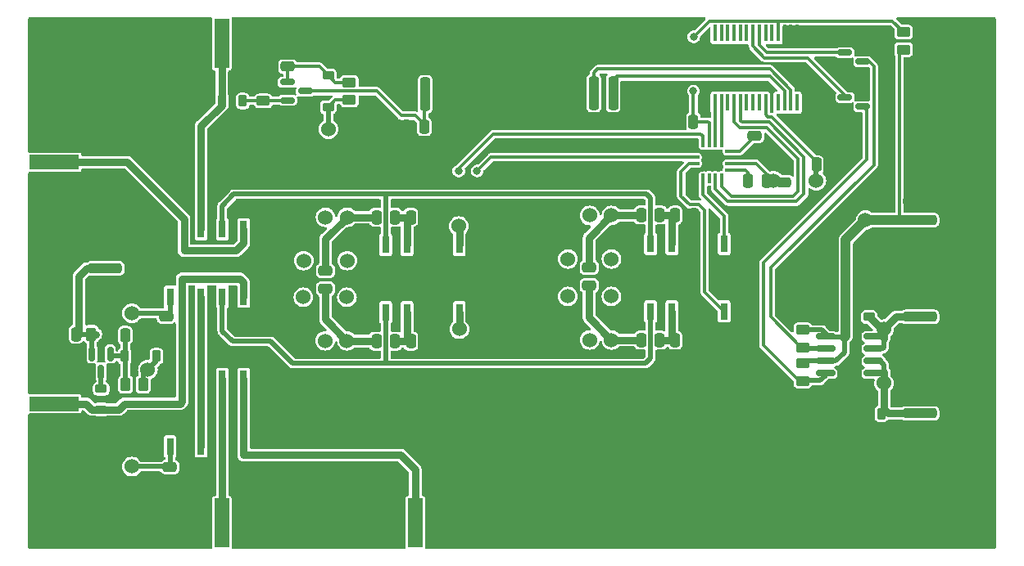
<source format=gbr>
%TF.GenerationSoftware,KiCad,Pcbnew,7.0.7*%
%TF.CreationDate,2023-09-24T18:14:32-04:00*%
%TF.ProjectId,BPF_TX_INJ,4250465f-5458-45f4-994e-4a2e6b696361,rev?*%
%TF.SameCoordinates,PX55d4a80PY3dfd240*%
%TF.FileFunction,Copper,L1,Top*%
%TF.FilePolarity,Positive*%
%FSLAX46Y46*%
G04 Gerber Fmt 4.6, Leading zero omitted, Abs format (unit mm)*
G04 Created by KiCad (PCBNEW 7.0.7) date 2023-09-24 18:14:32*
%MOMM*%
%LPD*%
G01*
G04 APERTURE LIST*
G04 Aperture macros list*
%AMRoundRect*
0 Rectangle with rounded corners*
0 $1 Rounding radius*
0 $2 $3 $4 $5 $6 $7 $8 $9 X,Y pos of 4 corners*
0 Add a 4 corners polygon primitive as box body*
4,1,4,$2,$3,$4,$5,$6,$7,$8,$9,$2,$3,0*
0 Add four circle primitives for the rounded corners*
1,1,$1+$1,$2,$3*
1,1,$1+$1,$4,$5*
1,1,$1+$1,$6,$7*
1,1,$1+$1,$8,$9*
0 Add four rect primitives between the rounded corners*
20,1,$1+$1,$2,$3,$4,$5,0*
20,1,$1+$1,$4,$5,$6,$7,0*
20,1,$1+$1,$6,$7,$8,$9,0*
20,1,$1+$1,$8,$9,$2,$3,0*%
G04 Aperture macros list end*
%TA.AperFunction,WasherPad*%
%ADD10C,1.524000*%
%TD*%
%TA.AperFunction,ComponentPad*%
%ADD11C,1.524000*%
%TD*%
%TA.AperFunction,SMDPad,CuDef*%
%ADD12RoundRect,0.250000X-0.250000X-0.475000X0.250000X-0.475000X0.250000X0.475000X-0.250000X0.475000X0*%
%TD*%
%TA.AperFunction,SMDPad,CuDef*%
%ADD13RoundRect,0.250001X0.499999X1.449999X-0.499999X1.449999X-0.499999X-1.449999X0.499999X-1.449999X0*%
%TD*%
%TA.AperFunction,SMDPad,CuDef*%
%ADD14RoundRect,0.250000X0.250000X1.500000X-0.250000X1.500000X-0.250000X-1.500000X0.250000X-1.500000X0*%
%TD*%
%TA.AperFunction,SMDPad,CuDef*%
%ADD15RoundRect,0.150000X-0.150000X0.587500X-0.150000X-0.587500X0.150000X-0.587500X0.150000X0.587500X0*%
%TD*%
%TA.AperFunction,SMDPad,CuDef*%
%ADD16RoundRect,0.250000X0.250000X0.475000X-0.250000X0.475000X-0.250000X-0.475000X0.250000X-0.475000X0*%
%TD*%
%TA.AperFunction,SMDPad,CuDef*%
%ADD17R,1.500000X5.080000*%
%TD*%
%TA.AperFunction,ComponentPad*%
%ADD18C,6.400000*%
%TD*%
%TA.AperFunction,SMDPad,CuDef*%
%ADD19RoundRect,0.250000X1.500000X-0.250000X1.500000X0.250000X-1.500000X0.250000X-1.500000X-0.250000X0*%
%TD*%
%TA.AperFunction,SMDPad,CuDef*%
%ADD20RoundRect,0.250001X1.449999X-0.499999X1.449999X0.499999X-1.449999X0.499999X-1.449999X-0.499999X0*%
%TD*%
%TA.AperFunction,SMDPad,CuDef*%
%ADD21RoundRect,0.150000X-0.587500X-0.150000X0.587500X-0.150000X0.587500X0.150000X-0.587500X0.150000X0*%
%TD*%
%TA.AperFunction,SMDPad,CuDef*%
%ADD22RoundRect,0.250000X-1.500000X0.250000X-1.500000X-0.250000X1.500000X-0.250000X1.500000X0.250000X0*%
%TD*%
%TA.AperFunction,SMDPad,CuDef*%
%ADD23RoundRect,0.250001X-1.449999X0.499999X-1.449999X-0.499999X1.449999X-0.499999X1.449999X0.499999X0*%
%TD*%
%TA.AperFunction,SMDPad,CuDef*%
%ADD24RoundRect,0.250000X-0.262500X-0.450000X0.262500X-0.450000X0.262500X0.450000X-0.262500X0.450000X0*%
%TD*%
%TA.AperFunction,SMDPad,CuDef*%
%ADD25R,0.800000X1.800000*%
%TD*%
%TA.AperFunction,SMDPad,CuDef*%
%ADD26R,2.500000X2.500000*%
%TD*%
%TA.AperFunction,SMDPad,CuDef*%
%ADD27R,5.080000X1.500000*%
%TD*%
%TA.AperFunction,SMDPad,CuDef*%
%ADD28RoundRect,0.225000X0.375000X-0.225000X0.375000X0.225000X-0.375000X0.225000X-0.375000X-0.225000X0*%
%TD*%
%TA.AperFunction,SMDPad,CuDef*%
%ADD29RoundRect,0.225000X0.225000X0.375000X-0.225000X0.375000X-0.225000X-0.375000X0.225000X-0.375000X0*%
%TD*%
%TA.AperFunction,SMDPad,CuDef*%
%ADD30R,0.450000X1.750000*%
%TD*%
%TA.AperFunction,SMDPad,CuDef*%
%ADD31RoundRect,0.218750X0.218750X0.381250X-0.218750X0.381250X-0.218750X-0.381250X0.218750X-0.381250X0*%
%TD*%
%TA.AperFunction,SMDPad,CuDef*%
%ADD32RoundRect,0.250000X-0.475000X0.250000X-0.475000X-0.250000X0.475000X-0.250000X0.475000X0.250000X0*%
%TD*%
%TA.AperFunction,SMDPad,CuDef*%
%ADD33RoundRect,0.250000X0.475000X-0.250000X0.475000X0.250000X-0.475000X0.250000X-0.475000X-0.250000X0*%
%TD*%
%TA.AperFunction,SMDPad,CuDef*%
%ADD34RoundRect,0.250000X0.450000X-0.262500X0.450000X0.262500X-0.450000X0.262500X-0.450000X-0.262500X0*%
%TD*%
%TA.AperFunction,ComponentPad*%
%ADD35C,0.500000*%
%TD*%
%TA.AperFunction,SMDPad,CuDef*%
%ADD36R,2.100000X2.100000*%
%TD*%
%TA.AperFunction,SMDPad,CuDef*%
%ADD37RoundRect,0.087500X-0.087500X-0.425000X0.087500X-0.425000X0.087500X0.425000X-0.087500X0.425000X0*%
%TD*%
%TA.AperFunction,SMDPad,CuDef*%
%ADD38RoundRect,0.087500X-0.425000X-0.087500X0.425000X-0.087500X0.425000X0.087500X-0.425000X0.087500X0*%
%TD*%
%TA.AperFunction,SMDPad,CuDef*%
%ADD39RoundRect,0.250000X-0.450000X0.262500X-0.450000X-0.262500X0.450000X-0.262500X0.450000X0.262500X0*%
%TD*%
%TA.AperFunction,SMDPad,CuDef*%
%ADD40RoundRect,0.150000X-0.825000X-0.150000X0.825000X-0.150000X0.825000X0.150000X-0.825000X0.150000X0*%
%TD*%
%TA.AperFunction,SMDPad,CuDef*%
%ADD41RoundRect,0.218750X-0.381250X0.218750X-0.381250X-0.218750X0.381250X-0.218750X0.381250X0.218750X0*%
%TD*%
%TA.AperFunction,ViaPad*%
%ADD42C,0.800000*%
%TD*%
%TA.AperFunction,ViaPad*%
%ADD43C,1.524000*%
%TD*%
%TA.AperFunction,Conductor*%
%ADD44C,0.500000*%
%TD*%
%TA.AperFunction,Conductor*%
%ADD45C,0.800000*%
%TD*%
%TA.AperFunction,Conductor*%
%ADD46C,1.000000*%
%TD*%
%TA.AperFunction,Conductor*%
%ADD47C,0.350000*%
%TD*%
G04 APERTURE END LIST*
D10*
%TO.P,L1,*%
%TO.N,*%
X32972000Y-25189000D03*
X30722000Y-20689000D03*
X28472000Y-25189000D03*
D11*
%TO.P,L1,1,1*%
%TO.N,Earth*%
X28472000Y-20689000D03*
%TO.P,L1,2,2*%
%TO.N,Net-(C3-Pad2)*%
X32972000Y-20689000D03*
%TO.P,L1,MP,MP*%
%TO.N,Earth*%
X34342000Y-22939000D03*
X27102000Y-22939000D03*
%TD*%
D10*
%TO.P,L3,*%
%TO.N,*%
X28436000Y-28980000D03*
X30686000Y-33480000D03*
X32936000Y-28980000D03*
D11*
%TO.P,L3,1,1*%
%TO.N,Net-(C1-Pad1)*%
X32936000Y-33480000D03*
%TO.P,L3,2,2*%
%TO.N,Earth*%
X28436000Y-33480000D03*
%TO.P,L3,MP,MP*%
X27066000Y-31230000D03*
X34306000Y-31230000D03*
%TD*%
D10*
%TO.P,L2,*%
%TO.N,*%
X55778000Y-28889000D03*
X58028000Y-33389000D03*
X60278000Y-28889000D03*
D11*
%TO.P,L2,1,1*%
%TO.N,Net-(C7-Pad1)*%
X60278000Y-33389000D03*
%TO.P,L2,2,2*%
%TO.N,Earth*%
X55778000Y-33389000D03*
%TO.P,L2,MP,MP*%
X54408000Y-31139000D03*
X61648000Y-31139000D03*
%TD*%
D10*
%TO.P,L4,*%
%TO.N,*%
X60278000Y-25007000D03*
X58028000Y-20507000D03*
X55778000Y-25007000D03*
D11*
%TO.P,L4,1,1*%
%TO.N,Earth*%
X55778000Y-20507000D03*
%TO.P,L4,2,2*%
%TO.N,Net-(C10-Pad1)*%
X60278000Y-20507000D03*
%TO.P,L4,MP,MP*%
%TO.N,Earth*%
X61648000Y-22757000D03*
X54408000Y-22757000D03*
%TD*%
D12*
%TO.P,C1,1*%
%TO.N,Net-(C1-Pad1)*%
X35995000Y-33516000D03*
%TO.P,C1,2*%
%TO.N,Net-(C1-Pad2)*%
X37895000Y-33516000D03*
%TD*%
D13*
%TO.P,J8,MP,MountPin*%
%TO.N,Earth*%
X54113000Y-2077000D03*
X62813000Y-2077000D03*
D14*
%TO.P,J8,3,Pin_3*%
X56463000Y-7827000D03*
%TO.P,J8,2,Pin_2*%
%TO.N,SDA*%
X58463000Y-7827000D03*
%TO.P,J8,1,Pin_1*%
%TO.N,SCL*%
X60463000Y-7827000D03*
%TD*%
D15*
%TO.P,Q4,1,G*%
%TO.N,Net-(D4-A)*%
X8486000Y-34852000D03*
%TO.P,Q4,2,S*%
%TO.N,/A_OUT*%
X6586000Y-34852000D03*
%TO.P,Q4,3,D*%
%TO.N,Net-(Q4-D)*%
X7536000Y-36727000D03*
%TD*%
D16*
%TO.P,C13,2*%
%TO.N,+5V*%
X81455000Y-15264000D03*
%TO.P,C13,1*%
%TO.N,Earth*%
X83355000Y-15264000D03*
%TD*%
D17*
%TO.P,J2,1,In*%
%TO.N,/PA_LPF*%
X40000000Y-52348000D03*
%TO.P,J2,2,Ext*%
%TO.N,Earth*%
X44250000Y-52348000D03*
X35750000Y-52348000D03*
%TD*%
D18*
%TO.P,H3,1,1*%
%TO.N,Earth*%
X4000000Y-51000000D03*
%TD*%
D12*
%TO.P,C21,1*%
%TO.N,Earth*%
X39050000Y-11327000D03*
%TO.P,C21,2*%
%TO.N,/A_IN*%
X40950000Y-11327000D03*
%TD*%
D19*
%TO.P,J6,1,Pin_1*%
%TO.N,+5V_TX*%
X92150000Y-41000000D03*
%TO.P,J6,2,Pin_2*%
%TO.N,Earth*%
X92150000Y-39000000D03*
D20*
%TO.P,J6,MP,MountPin*%
X97900000Y-43350000D03*
X97900000Y-36650000D03*
%TD*%
D21*
%TO.P,Q3,3,D*%
%TO.N,Net-(Q1B-G2)*%
X86276000Y-9234000D03*
%TO.P,Q3,2,S*%
%TO.N,Earth*%
X84401000Y-10184000D03*
%TO.P,Q3,1,G*%
%TO.N,Net-(Q3-G)*%
X84401000Y-8284000D03*
%TD*%
D18*
%TO.P,H4,1,1*%
%TO.N,Earth*%
X96000000Y-51000000D03*
%TD*%
D21*
%TO.P,Q5,1,G*%
%TO.N,Net-(D3-A)*%
X26791500Y-6694000D03*
%TO.P,Q5,2,S*%
%TO.N,Net-(Q5-S)*%
X26791500Y-8594000D03*
%TO.P,Q5,3,D*%
%TO.N,/A_IN*%
X28666500Y-7644000D03*
%TD*%
D14*
%TO.P,J11,1,Pin_1*%
%TO.N,/A_IN*%
X41000000Y-7954000D03*
%TO.P,J11,2,Pin_2*%
%TO.N,Earth*%
X39000000Y-7954000D03*
D13*
%TO.P,J11,MP,MountPin*%
X43350000Y-2204000D03*
X36650000Y-2204000D03*
%TD*%
D22*
%TO.P,J10,1,Pin_1*%
%TO.N,/A_OUT*%
X7950000Y-26000000D03*
%TO.P,J10,2,Pin_2*%
%TO.N,Earth*%
X7950000Y-28000000D03*
D23*
%TO.P,J10,MP,MountPin*%
X2200000Y-23650000D03*
X2200000Y-30350000D03*
%TD*%
D24*
%TO.P,R7,1*%
%TO.N,Net-(D4-A)*%
X10052500Y-37997000D03*
%TO.P,R7,2*%
%TO.N,+5V_RX*%
X11877500Y-37997000D03*
%TD*%
D25*
%TO.P,K4,1*%
%TO.N,+5V_TX*%
X14658000Y-28924000D03*
%TO.P,K4,2*%
%TO.N,/ANT_RX_P*%
X17858000Y-28924000D03*
%TO.P,K4,3*%
%TO.N,/BPF_OUT*%
X20058000Y-28924000D03*
%TO.P,K4,4*%
%TO.N,/MB_OUT*%
X22258000Y-28924000D03*
%TO.P,K4,5*%
%TO.N,/TX_IN*%
X22258000Y-21924000D03*
%TO.P,K4,6*%
%TO.N,/BPF_IN*%
X20058000Y-21924000D03*
%TO.P,K4,7*%
%TO.N,/MB_IN*%
X17858000Y-21924000D03*
%TO.P,K4,8*%
%TO.N,Earth*%
X14658000Y-21924000D03*
D26*
%TO.P,K4,9*%
X12758000Y-27124000D03*
X24158000Y-23624000D03*
%TD*%
D27*
%TO.P,J4,1,In*%
%TO.N,/MB_OUT*%
X2700000Y-40000000D03*
%TO.P,J4,2,Ext*%
%TO.N,Earth*%
X2700000Y-44250000D03*
X2700000Y-35750000D03*
%TD*%
D12*
%TO.P,C5,1*%
%TO.N,Net-(C4-Pad2)*%
X39551000Y-20689000D03*
%TO.P,C5,2*%
%TO.N,Earth*%
X41451000Y-20689000D03*
%TD*%
%TO.P,C11,2*%
%TO.N,Earth*%
X68755000Y-20471000D03*
%TO.P,C11,1*%
%TO.N,Net-(C10-Pad2)*%
X66855000Y-20471000D03*
%TD*%
D25*
%TO.P,K2,1*%
%TO.N,Net-(U1-BOUT1)*%
X71915000Y-23448000D03*
%TO.P,K2,2*%
%TO.N,Earth*%
X68715000Y-23448000D03*
%TO.P,K2,3*%
%TO.N,Net-(C10-Pad2)*%
X66515000Y-23448000D03*
%TO.P,K2,4*%
%TO.N,/BPF_IN*%
X64315000Y-23448000D03*
%TO.P,K2,5*%
%TO.N,/BPF_OUT*%
X64315000Y-30448000D03*
%TO.P,K2,6*%
%TO.N,Net-(C7-Pad2)*%
X66515000Y-30448000D03*
%TO.P,K2,7*%
%TO.N,Earth*%
X68715000Y-30448000D03*
%TO.P,K2,8*%
%TO.N,Net-(U1-BOUT2)*%
X71915000Y-30448000D03*
%TD*%
D28*
%TO.P,D2,1,K*%
%TO.N,+5V_RX*%
X86911000Y-31011000D03*
%TO.P,D2,2,A*%
%TO.N,Earth*%
X86911000Y-27711000D03*
%TD*%
D29*
%TO.P,D1,1,K*%
%TO.N,+5V_TX*%
X88180000Y-41045000D03*
%TO.P,D1,2,A*%
%TO.N,Earth*%
X84880000Y-41045000D03*
%TD*%
D12*
%TO.P,C4,1*%
%TO.N,Net-(C3-Pad2)*%
X35995000Y-20689000D03*
%TO.P,C4,2*%
%TO.N,Net-(C4-Pad2)*%
X37895000Y-20689000D03*
%TD*%
D17*
%TO.P,J3,1,In*%
%TO.N,/MB_IN*%
X20000000Y-2700000D03*
%TO.P,J3,2,Ext*%
%TO.N,Earth*%
X15750000Y-2700000D03*
X24250000Y-2700000D03*
%TD*%
D30*
%TO.P,U2,28,GPA7*%
%TO.N,unconnected-(U2-GPA7-Pad28)*%
X71002000Y-1631000D03*
%TO.P,U2,27,GPA6*%
%TO.N,unconnected-(U2-GPA6-Pad27)*%
X71652000Y-1631000D03*
%TO.P,U2,26,GPA5*%
%TO.N,unconnected-(U2-GPA5-Pad26)*%
X72302000Y-1631000D03*
%TO.P,U2,25,GPA4*%
%TO.N,unconnected-(U2-GPA4-Pad25)*%
X72952000Y-1631000D03*
%TO.P,U2,24,GPA3*%
%TO.N,unconnected-(U2-GPA3-Pad24)*%
X73602000Y-1631000D03*
%TO.P,U2,23,GPA2*%
%TO.N,unconnected-(U2-GPA2-Pad23)*%
X74252000Y-1631000D03*
%TO.P,U2,22,GPA1*%
%TO.N,Net-(Q3-G)*%
X74902000Y-1631000D03*
%TO.P,U2,21,GPA0*%
%TO.N,Net-(Q2-G)*%
X75552000Y-1631000D03*
%TO.P,U2,20,INTA*%
%TO.N,unconnected-(U2-INTA-Pad20)*%
X76202000Y-1631000D03*
%TO.P,U2,19,INTB*%
%TO.N,unconnected-(U2-INTB-Pad19)*%
X76852000Y-1631000D03*
%TO.P,U2,18,~{RESET}*%
%TO.N,Net-(U1-nSLEEP)*%
X77502000Y-1631000D03*
%TO.P,U2,17,A2*%
%TO.N,Earth*%
X78152000Y-1631000D03*
%TO.P,U2,16,A1*%
X78802000Y-1631000D03*
%TO.P,U2,15,A0*%
X79452000Y-1631000D03*
%TO.P,U2,14,NC*%
%TO.N,unconnected-(U2-NC-Pad14)*%
X79452000Y-8831000D03*
%TO.P,U2,13,SDA*%
%TO.N,SDA*%
X78802000Y-8831000D03*
%TO.P,U2,12,SCK*%
%TO.N,SCL*%
X78152000Y-8831000D03*
%TO.P,U2,11,NC*%
%TO.N,unconnected-(U2-NC-Pad11)*%
X77502000Y-8831000D03*
%TO.P,U2,10,VSS*%
%TO.N,Earth*%
X76852000Y-8831000D03*
%TO.P,U2,9,VDD*%
%TO.N,+5V*%
X76202000Y-8831000D03*
%TO.P,U2,8,GPB7*%
%TO.N,unconnected-(U2-GPB7-Pad8)*%
X75552000Y-8831000D03*
%TO.P,U2,7,GPB6*%
%TO.N,unconnected-(U2-GPB6-Pad7)*%
X74902000Y-8831000D03*
%TO.P,U2,6,GPB5*%
%TO.N,unconnected-(U2-GPB5-Pad6)*%
X74252000Y-8831000D03*
%TO.P,U2,5,GPB4*%
%TO.N,Net-(U1-BIN1)*%
X73602000Y-8831000D03*
%TO.P,U2,4,GPB3*%
%TO.N,Net-(U1-BIN2)*%
X72952000Y-8831000D03*
%TO.P,U2,3,GPB2*%
%TO.N,unconnected-(U2-GPB2-Pad3)*%
X72302000Y-8831000D03*
%TO.P,U2,2,GPB1*%
%TO.N,Net-(U1-AIN2)*%
X71652000Y-8831000D03*
%TO.P,U2,1,GPB0*%
%TO.N,Net-(U1-AIN1)*%
X71002000Y-8831000D03*
%TD*%
D31*
%TO.P,L5,1,1*%
%TO.N,Net-(Q5-S)*%
X22162500Y-8660000D03*
%TO.P,L5,2,2*%
%TO.N,/MB_IN*%
X20037500Y-8660000D03*
%TD*%
D32*
%TO.P,C14,2*%
%TO.N,+5V*%
X78148000Y-17103000D03*
%TO.P,C14,1*%
%TO.N,Earth*%
X78148000Y-15203000D03*
%TD*%
D12*
%TO.P,C18,1*%
%TO.N,Net-(D4-A)*%
X10015000Y-32917000D03*
%TO.P,C18,2*%
%TO.N,Earth*%
X11915000Y-32917000D03*
%TD*%
%TO.P,C10,2*%
%TO.N,Net-(C10-Pad2)*%
X65265000Y-20471000D03*
%TO.P,C10,1*%
%TO.N,Net-(C10-Pad1)*%
X63365000Y-20471000D03*
%TD*%
D24*
%TO.P,R6,1*%
%TO.N,/A_OUT*%
X6496500Y-32800000D03*
%TO.P,R6,2*%
%TO.N,Earth*%
X8321500Y-32800000D03*
%TD*%
D12*
%TO.P,C2,1*%
%TO.N,Net-(C1-Pad2)*%
X39551000Y-33516000D03*
%TO.P,C2,2*%
%TO.N,Earth*%
X41451000Y-33516000D03*
%TD*%
D18*
%TO.P,H5,1,1*%
%TO.N,Earth*%
X50000000Y-27000000D03*
%TD*%
D12*
%TO.P,C7,1*%
%TO.N,Net-(C7-Pad1)*%
X63365000Y-33425000D03*
%TO.P,C7,2*%
%TO.N,Net-(C7-Pad2)*%
X65265000Y-33425000D03*
%TD*%
%TO.P,C8,1*%
%TO.N,Net-(C7-Pad2)*%
X66855000Y-33425000D03*
%TO.P,C8,2*%
%TO.N,Earth*%
X68755000Y-33425000D03*
%TD*%
D19*
%TO.P,J9,1,Pin_1*%
%TO.N,+5V_RX*%
X92150000Y-31000000D03*
%TO.P,J9,2,Pin_2*%
%TO.N,Earth*%
X92150000Y-29000000D03*
D20*
%TO.P,J9,MP,MountPin*%
X97900000Y-33350000D03*
X97900000Y-26650000D03*
%TD*%
D33*
%TO.P,C9,1*%
%TO.N,Net-(C7-Pad1)*%
X57965000Y-27771000D03*
%TO.P,C9,2*%
%TO.N,Net-(C10-Pad1)*%
X57965000Y-25871000D03*
%TD*%
%TO.P,C3,1*%
%TO.N,Net-(C1-Pad1)*%
X30722000Y-28116000D03*
%TO.P,C3,2*%
%TO.N,Net-(C3-Pad2)*%
X30722000Y-26216000D03*
%TD*%
D28*
%TO.P,D3,1,K*%
%TO.N,+5V_TX*%
X31000000Y-9294000D03*
%TO.P,D3,2,A*%
%TO.N,Net-(D3-A)*%
X31000000Y-5994000D03*
%TD*%
D12*
%TO.P,C15,2*%
%TO.N,+5V*%
X76304000Y-16915000D03*
%TO.P,C15,1*%
%TO.N,Net-(U1-VCP)*%
X74404000Y-16915000D03*
%TD*%
D25*
%TO.P,K3,1*%
%TO.N,Net-(U1-AOUT1)*%
X44555000Y-23539000D03*
%TO.P,K3,2*%
%TO.N,Earth*%
X41355000Y-23539000D03*
%TO.P,K3,3*%
%TO.N,Net-(C4-Pad2)*%
X39155000Y-23539000D03*
%TO.P,K3,4*%
%TO.N,/BPF_IN*%
X36955000Y-23539000D03*
%TO.P,K3,5*%
%TO.N,/BPF_OUT*%
X36955000Y-30539000D03*
%TO.P,K3,6*%
%TO.N,Net-(C1-Pad2)*%
X39155000Y-30539000D03*
%TO.P,K3,7*%
%TO.N,Earth*%
X41355000Y-30539000D03*
%TO.P,K3,8*%
%TO.N,Net-(U1-AOUT2)*%
X44555000Y-30539000D03*
%TD*%
D34*
%TO.P,R8,1*%
%TO.N,+5V_TX*%
X33190000Y-8556500D03*
%TO.P,R8,2*%
%TO.N,Net-(D3-A)*%
X33190000Y-6731500D03*
%TD*%
D35*
%TO.P,U1,17,GND(PPAD)*%
%TO.N,Earth*%
X71497500Y-15612000D03*
X71497500Y-14812000D03*
X71497500Y-14012000D03*
X70697500Y-15612000D03*
D36*
X70697500Y-14812000D03*
D35*
X70697500Y-14812000D03*
X70697500Y-14012000D03*
X69897500Y-15612000D03*
X69897500Y-14812000D03*
X69897500Y-14012000D03*
D37*
%TO.P,U1,16,AOUT1*%
%TO.N,Net-(U1-AOUT1)*%
X69722500Y-12949500D03*
%TO.P,U1,15,nSLEEP*%
%TO.N,Net-(U1-nSLEEP)*%
X70372500Y-12949500D03*
%TO.P,U1,14,AIN1*%
%TO.N,Net-(U1-AIN1)*%
X71022500Y-12949500D03*
%TO.P,U1,13,AIN2*%
%TO.N,Net-(U1-AIN2)*%
X71672500Y-12949500D03*
D38*
%TO.P,U1,12,VINT*%
%TO.N,Net-(U1-VINT)*%
X72560000Y-13837000D03*
%TO.P,U1,11,GND*%
%TO.N,Earth*%
X72560000Y-14487000D03*
%TO.P,U1,10,VM*%
%TO.N,+5V*%
X72560000Y-15137000D03*
%TO.P,U1,9,VCP*%
%TO.N,Net-(U1-VCP)*%
X72560000Y-15787000D03*
D37*
%TO.P,U1,8,BIN2*%
%TO.N,Net-(U1-BIN2)*%
X71672500Y-16674500D03*
%TO.P,U1,7,BIN1*%
%TO.N,Net-(U1-BIN1)*%
X71022500Y-16674500D03*
%TO.P,U1,6,nFAULT*%
%TO.N,unconnected-(U1-nFAULT-Pad6)*%
X70372500Y-16674500D03*
%TO.P,U1,5,BOUT1*%
%TO.N,Net-(U1-BOUT1)*%
X69722500Y-16674500D03*
D38*
%TO.P,U1,4,BISEN*%
%TO.N,Earth*%
X68835000Y-15787000D03*
%TO.P,U1,3,BOUT2*%
%TO.N,Net-(U1-BOUT2)*%
X68835000Y-15137000D03*
%TO.P,U1,2,AOUT2*%
%TO.N,Net-(U1-AOUT2)*%
X68835000Y-14487000D03*
%TO.P,U1,1,AISEN*%
%TO.N,Earth*%
X68835000Y-13837000D03*
%TD*%
D12*
%TO.P,C17,2*%
%TO.N,Net-(U1-nSLEEP)*%
X68750000Y-10819000D03*
%TO.P,C17,1*%
%TO.N,Earth*%
X66850000Y-10819000D03*
%TD*%
D32*
%TO.P,C12,1*%
%TO.N,+5V_TX*%
X14648000Y-46572000D03*
%TO.P,C12,2*%
%TO.N,Earth*%
X14648000Y-48472000D03*
%TD*%
D19*
%TO.P,J7,1,Pin_1*%
%TO.N,+5V*%
X92150000Y-21000000D03*
%TO.P,J7,2,Pin_2*%
%TO.N,Earth*%
X92150000Y-19000000D03*
D20*
%TO.P,J7,MP,MountPin*%
X97900000Y-23350000D03*
X97900000Y-16650000D03*
%TD*%
D18*
%TO.P,H2,1,1*%
%TO.N,Earth*%
X96000000Y-4000000D03*
%TD*%
D39*
%TO.P,R4,1*%
%TO.N,+5V*%
X80053000Y-32362000D03*
%TO.P,R4,2*%
%TO.N,Net-(Q1A-G1)*%
X80053000Y-34187000D03*
%TD*%
D27*
%TO.P,J5,1,In*%
%TO.N,/TX_IN*%
X2700000Y-15000000D03*
%TO.P,J5,2,Ext*%
%TO.N,Earth*%
X2700000Y-19250000D03*
X2700000Y-10750000D03*
%TD*%
D40*
%TO.P,Q1,1,S1*%
%TO.N,+5V*%
X82404000Y-33044000D03*
%TO.P,Q1,2,G1*%
%TO.N,Net-(Q1A-G1)*%
X82404000Y-34314000D03*
%TO.P,Q1,3,S2*%
%TO.N,+5V*%
X82404000Y-35584000D03*
%TO.P,Q1,4,G2*%
%TO.N,Net-(Q1B-G2)*%
X82404000Y-36854000D03*
%TO.P,Q1,5,D2*%
%TO.N,+5V_TX*%
X87354000Y-36854000D03*
%TO.P,Q1,6,D2*%
X87354000Y-35584000D03*
%TO.P,Q1,7,D1*%
%TO.N,+5V_RX*%
X87354000Y-34314000D03*
%TO.P,Q1,8,D1*%
X87354000Y-33044000D03*
%TD*%
D39*
%TO.P,R5,1*%
%TO.N,+5V*%
X80053000Y-35814500D03*
%TO.P,R5,2*%
%TO.N,Net-(Q1B-G2)*%
X80053000Y-37639500D03*
%TD*%
D25*
%TO.P,K1,1*%
%TO.N,+5V_TX*%
X14658000Y-44418000D03*
%TO.P,K1,2*%
%TO.N,/ANT_RX_P*%
X17858000Y-44418000D03*
%TO.P,K1,3*%
%TO.N,/ANT*%
X20058000Y-44418000D03*
%TO.P,K1,4*%
%TO.N,/PA_LPF*%
X22258000Y-44418000D03*
%TO.P,K1,5*%
X22258000Y-37418000D03*
%TO.P,K1,6*%
%TO.N,/ANT*%
X20058000Y-37418000D03*
%TO.P,K1,7*%
%TO.N,/ANT_RX_P*%
X17858000Y-37418000D03*
%TO.P,K1,8*%
%TO.N,Earth*%
X14658000Y-37418000D03*
D26*
%TO.P,K1,9*%
X12758000Y-42618000D03*
X24158000Y-39118000D03*
%TD*%
D34*
%TO.P,R1,2*%
%TO.N,Net-(U1-nSLEEP)*%
X90467000Y-1524500D03*
%TO.P,R1,1*%
%TO.N,+5V*%
X90467000Y-3349500D03*
%TD*%
D33*
%TO.P,C16,2*%
%TO.N,Net-(U1-VINT)*%
X75100000Y-12282000D03*
%TO.P,C16,1*%
%TO.N,Earth*%
X75100000Y-14182000D03*
%TD*%
D17*
%TO.P,J1,1,In*%
%TO.N,/ANT*%
X20000000Y-52348000D03*
%TO.P,J1,2,Ext*%
%TO.N,Earth*%
X24250000Y-52348000D03*
X15750000Y-52348000D03*
%TD*%
D34*
%TO.P,R2,1*%
%TO.N,Net-(Q5-S)*%
X24300000Y-8660000D03*
%TO.P,R2,2*%
%TO.N,Earth*%
X24300000Y-6835000D03*
%TD*%
D41*
%TO.P,L6,1,1*%
%TO.N,Net-(Q4-D)*%
X7536000Y-38458500D03*
%TO.P,L6,2,2*%
%TO.N,/MB_OUT*%
X7536000Y-40583500D03*
%TD*%
D18*
%TO.P,H1,1,1*%
%TO.N,Earth*%
X4000000Y-4000000D03*
%TD*%
D21*
%TO.P,Q2,1,G*%
%TO.N,Net-(Q2-G)*%
X84401000Y-3646000D03*
%TO.P,Q2,2,S*%
%TO.N,Earth*%
X84401000Y-5546000D03*
%TO.P,Q2,3,D*%
%TO.N,Net-(Q1A-G1)*%
X86276000Y-4596000D03*
%TD*%
D29*
%TO.P,D4,1,K*%
%TO.N,+5V_RX*%
X13250000Y-35076000D03*
%TO.P,D4,2,A*%
%TO.N,Net-(D4-A)*%
X9950000Y-35076000D03*
%TD*%
D33*
%TO.P,C19,1*%
%TO.N,Net-(D3-A)*%
X26800000Y-5104000D03*
%TO.P,C19,2*%
%TO.N,Earth*%
X26800000Y-3204000D03*
%TD*%
D16*
%TO.P,C20,1*%
%TO.N,/A_OUT*%
X4930000Y-32800000D03*
%TO.P,C20,2*%
%TO.N,Earth*%
X3030000Y-32800000D03*
%TD*%
D32*
%TO.P,C6,1*%
%TO.N,+5V_TX*%
X14267000Y-30951000D03*
%TO.P,C6,2*%
%TO.N,Earth*%
X14267000Y-32851000D03*
%TD*%
D42*
%TO.N,Earth*%
X56050000Y-16280000D03*
X37000000Y-16280000D03*
X24300000Y-16280000D03*
X66210000Y-7390000D03*
X68750000Y-17550000D03*
X68750000Y-35330000D03*
X66210000Y-37870000D03*
X38270000Y-41680000D03*
X42080000Y-45490000D03*
X34460000Y-54380000D03*
X45890000Y-54380000D03*
X34460000Y-1040000D03*
X30650000Y-16280000D03*
X37000000Y-26440000D03*
X25570000Y-26440000D03*
X37000000Y-37870000D03*
X29380000Y-48030000D03*
X87800000Y-18820000D03*
X97960000Y-13740000D03*
X97960000Y-25170000D03*
X97960000Y-35330000D03*
X97960000Y-30250000D03*
X77640000Y-42950000D03*
X78910000Y-39140000D03*
X80180000Y-30250000D03*
X72560000Y-26440000D03*
X64940000Y-26440000D03*
X76370000Y-21360000D03*
X82720000Y-25170000D03*
X87800000Y-25170000D03*
X66210000Y-1040000D03*
X15410000Y-16280000D03*
X1440000Y-32790000D03*
X49700000Y-40410000D03*
X29380000Y-37870000D03*
X49700000Y-37870000D03*
X49700000Y-34060000D03*
X9060000Y-21360000D03*
X11600000Y-11200000D03*
X16680000Y-8660000D03*
X19220000Y-16280000D03*
X42080000Y-26440000D03*
X29380000Y-41680000D03*
X49700000Y-54380000D03*
X29380000Y-54380000D03*
X14140000Y-54380000D03*
X19220000Y-34060000D03*
X24300000Y-31520000D03*
X14140000Y-23900000D03*
X1440000Y-46760000D03*
X1440000Y-21360000D03*
X1440000Y-8660000D03*
X11600000Y-1040000D03*
X29380000Y-1040000D03*
X47160000Y-6120000D03*
X42080000Y-16280000D03*
X49192000Y-13232000D03*
X49192000Y-16534000D03*
X63543000Y-16534000D03*
X63543000Y-13232000D03*
D43*
%TO.N,+5V_TX*%
X31031000Y-11581000D03*
D42*
%TO.N,Earth*%
X91229000Y-9168000D03*
X88689000Y-9168000D03*
X82847000Y-9168000D03*
X82974000Y-4850000D03*
X75481000Y-7136000D03*
X71036000Y-3961000D03*
X79418000Y-5739000D03*
%TO.N,Net-(U1-nSLEEP)*%
X68750000Y-7644000D03*
X68773500Y-2009500D03*
D43*
%TO.N,+5V_TX*%
X88435000Y-37870000D03*
%TO.N,+5V_RX*%
X88435000Y-32282000D03*
%TO.N,+5V*%
X86530000Y-21000000D03*
X81450000Y-16915000D03*
%TO.N,Earth*%
X76624000Y-14248000D03*
%TO.N,+5V*%
X77011500Y-16915000D03*
D42*
%TO.N,Net-(U1-AOUT2)*%
X46398000Y-15899000D03*
%TO.N,Net-(U1-AOUT1)*%
X44493000Y-15899000D03*
D43*
%TO.N,Net-(U1-AOUT2)*%
X44555000Y-32282000D03*
%TO.N,Net-(U1-AOUT1)*%
X44493000Y-21614000D03*
%TO.N,+5V_TX*%
X10711000Y-30631000D03*
X10711000Y-46506000D03*
%TO.N,+5V_RX*%
X12362000Y-36473000D03*
%TD*%
D44*
%TO.N,Net-(Q1A-G1)*%
X82404000Y-34314000D02*
X80180000Y-34314000D01*
X80180000Y-34314000D02*
X80053000Y-34187000D01*
%TO.N,Net-(Q1B-G2)*%
X82404000Y-37043000D02*
X81831000Y-37616000D01*
X81831000Y-37616000D02*
X80076500Y-37616000D01*
X80076500Y-37616000D02*
X80053000Y-37639500D01*
X82404000Y-36854000D02*
X82404000Y-37043000D01*
%TO.N,+5V*%
X82404000Y-35584000D02*
X80283500Y-35584000D01*
X80283500Y-35584000D02*
X80053000Y-35814500D01*
X82404000Y-35584000D02*
X83482000Y-35584000D01*
X84371000Y-34695000D02*
X84371000Y-33095000D01*
X83482000Y-35584000D02*
X84371000Y-34695000D01*
%TO.N,+5V_TX*%
X88054000Y-35584000D02*
X88435000Y-35965000D01*
X87354000Y-35584000D02*
X88054000Y-35584000D01*
X88435000Y-35965000D02*
X88435000Y-36665000D01*
X88435000Y-36665000D02*
X88475000Y-36705000D01*
%TO.N,+5V_RX*%
X88308000Y-34314000D02*
X88435000Y-34187000D01*
X87354000Y-34314000D02*
X88308000Y-34314000D01*
X88435000Y-34187000D02*
X88435000Y-32282000D01*
D45*
X88435000Y-33233000D02*
X88435000Y-32535000D01*
X88435000Y-32535000D02*
X86911000Y-31011000D01*
%TO.N,+5V_TX*%
X92150000Y-41000000D02*
X88897000Y-41000000D01*
X88897000Y-41000000D02*
X88475000Y-40578000D01*
X88475000Y-40578000D02*
X88475000Y-36705000D01*
%TO.N,+5V_RX*%
X88435000Y-32282000D02*
X89717000Y-31000000D01*
X89717000Y-31000000D02*
X92150000Y-31000000D01*
D44*
%TO.N,+5V*%
X84371000Y-33095000D02*
X82771000Y-33095000D01*
X82038000Y-32362000D02*
X80053000Y-32362000D01*
X82771000Y-33095000D02*
X82038000Y-32362000D01*
D46*
X84371000Y-33095000D02*
X84498000Y-32968000D01*
X84498000Y-32968000D02*
X84498000Y-23032000D01*
X84498000Y-23032000D02*
X86530000Y-21000000D01*
D44*
X84549000Y-32917000D02*
X84371000Y-33095000D01*
D47*
%TO.N,Net-(Q1A-G1)*%
X86276000Y-4596000D02*
X86911000Y-4596000D01*
X87388500Y-5073500D02*
X87388500Y-15294500D01*
X87388500Y-15294500D02*
X76751000Y-25932000D01*
X76751000Y-25932000D02*
X76751000Y-31012000D01*
X86911000Y-4596000D02*
X87388500Y-5073500D01*
X76751000Y-31012000D02*
X79926000Y-34187000D01*
%TO.N,Net-(Q1B-G2)*%
X86657000Y-9615000D02*
X86657000Y-14756000D01*
X75989000Y-33933000D02*
X79719000Y-37663000D01*
X86657000Y-14756000D02*
X75989000Y-25424000D01*
X75989000Y-25424000D02*
X75989000Y-33933000D01*
X86276000Y-9234000D02*
X86657000Y-9615000D01*
D45*
%TO.N,/MB_OUT*%
X22258000Y-28924000D02*
X22258000Y-27446000D01*
X22258000Y-27446000D02*
X21887000Y-27075000D01*
X9365500Y-40583500D02*
X6566500Y-40583500D01*
X21887000Y-27075000D02*
X15900000Y-27075000D01*
X15900000Y-27075000D02*
X15900000Y-39775000D01*
X15900000Y-39775000D02*
X15675000Y-40000000D01*
X15675000Y-40000000D02*
X9949000Y-40000000D01*
X9949000Y-40000000D02*
X9365500Y-40583500D01*
X6566500Y-40583500D02*
X5983000Y-40000000D01*
X5983000Y-40000000D02*
X2700000Y-40000000D01*
D47*
%TO.N,Net-(U1-BOUT2)*%
X71915000Y-30448000D02*
X69893000Y-28426000D01*
X69893000Y-28426000D02*
X69893000Y-20000117D01*
X68318426Y-15137000D02*
X68835000Y-15137000D01*
X68348500Y-19371000D02*
X67480000Y-18502500D01*
X69263883Y-19371000D02*
X68348500Y-19371000D01*
X69893000Y-20000117D02*
X69263883Y-19371000D01*
X67480000Y-18502500D02*
X67480000Y-15975426D01*
X67480000Y-15975426D02*
X68318426Y-15137000D01*
%TO.N,Net-(U1-AOUT1)*%
X69722500Y-12949500D02*
X69722500Y-12299500D01*
X69722500Y-12299500D02*
X69512000Y-12089000D01*
X69512000Y-12089000D02*
X48049000Y-12089000D01*
X48049000Y-12089000D02*
X44493000Y-15645000D01*
X44493000Y-15645000D02*
X44493000Y-15899000D01*
%TO.N,Net-(U1-AOUT2)*%
X68835000Y-14487000D02*
X47810000Y-14487000D01*
X47810000Y-14487000D02*
X46398000Y-15899000D01*
%TO.N,/A_IN*%
X28666500Y-7644000D02*
X36044000Y-7644000D01*
X36044000Y-7644000D02*
X38584000Y-10184000D01*
X38584000Y-10184000D02*
X40034000Y-10184000D01*
X40950000Y-7900000D02*
X41000000Y-7850000D01*
X40034000Y-10184000D02*
X40950000Y-11100000D01*
X40950000Y-11100000D02*
X40950000Y-7900000D01*
D44*
%TO.N,+5V_TX*%
X31000000Y-9294000D02*
X31000000Y-11550000D01*
X31000000Y-11550000D02*
X31031000Y-11581000D01*
D47*
%TO.N,Net-(U1-nSLEEP)*%
X68750000Y-10819000D02*
X68750000Y-7644000D01*
%TO.N,SCL*%
X78152000Y-8831000D02*
X78152000Y-7631000D01*
X60463000Y-6533000D02*
X60463000Y-7827000D01*
X78152000Y-7631000D02*
X76641000Y-6120000D01*
X76641000Y-6120000D02*
X60876000Y-6120000D01*
X60876000Y-6120000D02*
X60463000Y-6533000D01*
%TO.N,SDA*%
X78802000Y-8831000D02*
X78802000Y-7478183D01*
X78802000Y-7478183D02*
X76681817Y-5358000D01*
X58844000Y-5358000D02*
X58463000Y-5739000D01*
X58463000Y-5739000D02*
X58463000Y-7827000D01*
X76681817Y-5358000D02*
X58844000Y-5358000D01*
D46*
%TO.N,+5V*%
X89705000Y-21000000D02*
X86530000Y-21000000D01*
D47*
%TO.N,Net-(Q3-G)*%
X74902000Y-1631000D02*
X74902000Y-2983817D01*
X74902000Y-2983817D02*
X76114183Y-4196000D01*
X80542000Y-4196000D02*
X84401000Y-8055000D01*
X76114183Y-4196000D02*
X80542000Y-4196000D01*
X84401000Y-8055000D02*
X84401000Y-8284000D01*
D46*
%TO.N,+5V*%
X92150000Y-21000000D02*
X89705000Y-21000000D01*
D47*
X90467000Y-3349500D02*
X90025000Y-3791500D01*
X90025000Y-3791500D02*
X90025000Y-20680000D01*
X90025000Y-20680000D02*
X89705000Y-21000000D01*
%TO.N,Net-(U1-nSLEEP)*%
X77477000Y-381000D02*
X89323500Y-381000D01*
X89323500Y-381000D02*
X90467000Y-1524500D01*
X77502000Y-1631000D02*
X77502000Y-406000D01*
X70402000Y-381000D02*
X68773500Y-2009500D01*
X77502000Y-406000D02*
X77477000Y-381000D01*
X77477000Y-381000D02*
X70402000Y-381000D01*
D44*
%TO.N,+5V*%
X81450000Y-14883000D02*
X81450000Y-16915000D01*
D47*
%TO.N,Net-(Q2-G)*%
X75552000Y-1631000D02*
X75552000Y-2856000D01*
X75552000Y-2856000D02*
X76342000Y-3646000D01*
X76342000Y-3646000D02*
X84401000Y-3646000D01*
%TO.N,Net-(U1-BOUT1)*%
X71915000Y-20572182D02*
X71915000Y-23448000D01*
%TO.N,+5V*%
X76202000Y-8831000D02*
X76202000Y-10056000D01*
X76453000Y-10307000D02*
X76874000Y-10307000D01*
X76202000Y-10056000D02*
X76453000Y-10307000D01*
X76874000Y-10307000D02*
X81450000Y-14883000D01*
%TO.N,Net-(U1-BIN1)*%
X71022500Y-16674500D02*
X71022500Y-17790500D01*
X80180000Y-18312000D02*
X80180000Y-14486183D01*
X76550817Y-10857000D02*
X73756818Y-10857000D01*
X71022500Y-17790500D02*
X72306000Y-19074000D01*
X79418000Y-19074000D02*
X80180000Y-18312000D01*
X73756818Y-10857000D02*
X73602000Y-10702182D01*
X72306000Y-19074000D02*
X79418000Y-19074000D01*
X80180000Y-14486183D02*
X76550817Y-10857000D01*
X73602000Y-10702182D02*
X73602000Y-8831000D01*
%TO.N,Net-(U1-BIN2)*%
X71672500Y-17551500D02*
X72645000Y-18524000D01*
X79079000Y-18524000D02*
X79545000Y-18058000D01*
X72952000Y-10830000D02*
X72952000Y-8831000D01*
X72645000Y-18524000D02*
X79079000Y-18524000D01*
X79545000Y-18058000D02*
X79545000Y-14629000D01*
X71672500Y-16674500D02*
X71672500Y-17551500D01*
X79545000Y-14629000D02*
X76323000Y-11407000D01*
X76323000Y-11407000D02*
X73529000Y-11407000D01*
X73529000Y-11407000D02*
X72952000Y-10830000D01*
%TO.N,Earth*%
X75100000Y-14182000D02*
X76558000Y-14182000D01*
X76558000Y-14182000D02*
X76624000Y-14248000D01*
%TO.N,Net-(U1-VCP)*%
X72560000Y-15787000D02*
X74099000Y-15787000D01*
X74099000Y-15787000D02*
X74404000Y-16092000D01*
X74404000Y-16092000D02*
X74404000Y-16915000D01*
%TO.N,+5V*%
X72560000Y-15137000D02*
X75227000Y-15137000D01*
X75227000Y-15137000D02*
X76304000Y-16214000D01*
X76304000Y-16214000D02*
X76304000Y-16915000D01*
%TO.N,Net-(U1-VINT)*%
X72560000Y-13837000D02*
X73545000Y-13837000D01*
X73545000Y-13837000D02*
X74973000Y-12409000D01*
%TO.N,Earth*%
X74795000Y-14487000D02*
X74973000Y-14309000D01*
%TO.N,Net-(U1-AIN2)*%
X71652000Y-8831000D02*
X71671000Y-8850000D01*
X71671000Y-8850000D02*
X71671000Y-12948000D01*
X71671000Y-12948000D02*
X71672500Y-12949500D01*
%TO.N,Net-(U1-nSLEEP)*%
X70372500Y-10917500D02*
X70274000Y-10819000D01*
X70372500Y-12949500D02*
X70372500Y-10917500D01*
X70274000Y-10819000D02*
X68750000Y-10819000D01*
%TO.N,Net-(U1-BOUT1)*%
X69722500Y-16674500D02*
X69722500Y-18379682D01*
X69722500Y-18379682D02*
X71915000Y-20572182D01*
%TO.N,Earth*%
X68835000Y-13837000D02*
X69722500Y-13837000D01*
X69722500Y-13837000D02*
X69897500Y-14012000D01*
X72560000Y-14487000D02*
X71022500Y-14487000D01*
X71022500Y-14487000D02*
X70697500Y-14812000D01*
X68835000Y-15787000D02*
X69722500Y-15787000D01*
X69722500Y-15787000D02*
X69897500Y-15612000D01*
D45*
%TO.N,Net-(U1-AOUT1)*%
X44555000Y-23539000D02*
X44555000Y-21676000D01*
X44555000Y-21676000D02*
X44493000Y-21614000D01*
%TO.N,Net-(U1-AOUT2)*%
X44555000Y-30539000D02*
X44555000Y-32282000D01*
D47*
X68820871Y-14472871D02*
X68835000Y-14487000D01*
%TO.N,Net-(U1-AIN1)*%
X71002000Y-8831000D02*
X71002000Y-12929000D01*
X71002000Y-12929000D02*
X71022500Y-12949500D01*
D45*
%TO.N,/TX_IN*%
X22258000Y-21924000D02*
X22258000Y-23382000D01*
X21506000Y-24154000D02*
X16100000Y-24154000D01*
X22258000Y-23382000D02*
X22268000Y-23392000D01*
X22268000Y-23392000D02*
X21506000Y-24154000D01*
X16100000Y-24154000D02*
X16100000Y-20866000D01*
X16100000Y-20866000D02*
X10234000Y-15000000D01*
X10234000Y-15000000D02*
X2700000Y-15000000D01*
%TO.N,/MB_IN*%
X17858000Y-21924000D02*
X17858000Y-11242000D01*
X17858000Y-11242000D02*
X20000000Y-9100000D01*
X20000000Y-9100000D02*
X20000000Y-2700000D01*
D44*
%TO.N,/BPF_IN*%
X37000000Y-18312000D02*
X21252000Y-18312000D01*
X21252000Y-18312000D02*
X20058000Y-19506000D01*
X20058000Y-19506000D02*
X20058000Y-21924000D01*
%TO.N,+5V_TX*%
X10711000Y-30631000D02*
X14658000Y-30631000D01*
X14658000Y-30631000D02*
X14658000Y-28924000D01*
%TO.N,/BPF_OUT*%
X64315000Y-30448000D02*
X64315000Y-35320000D01*
X25062000Y-33552000D02*
X21125000Y-33552000D01*
X63797000Y-35838000D02*
X27348000Y-35838000D01*
X27348000Y-35838000D02*
X25062000Y-33552000D01*
X64315000Y-35320000D02*
X63797000Y-35838000D01*
X21125000Y-33552000D02*
X20058000Y-32485000D01*
X20058000Y-32485000D02*
X20058000Y-28924000D01*
D45*
%TO.N,/ANT_RX_P*%
X17858000Y-28924000D02*
X17858000Y-44418000D01*
%TO.N,/PA_LPF*%
X22258000Y-37418000D02*
X22258000Y-45307000D01*
X22258000Y-45307000D02*
X38499000Y-45307000D01*
X38499000Y-45307000D02*
X40000000Y-46808000D01*
D44*
%TO.N,+5V_RX*%
X13250000Y-35076000D02*
X13250000Y-35585000D01*
X13250000Y-35585000D02*
X12362000Y-36473000D01*
X11877500Y-37997000D02*
X11877500Y-36957500D01*
X11877500Y-36957500D02*
X12362000Y-36473000D01*
%TO.N,Net-(Q4-D)*%
X7536000Y-36727000D02*
X7536000Y-38204500D01*
X7536000Y-38204500D02*
X7790000Y-38458500D01*
%TO.N,/A_OUT*%
X6586000Y-34852000D02*
X6586000Y-32889500D01*
X6586000Y-32889500D02*
X6496500Y-32800000D01*
X4930000Y-32800000D02*
X6496500Y-32800000D01*
%TO.N,Net-(D4-A)*%
X9950000Y-35076000D02*
X8710000Y-35076000D01*
X8710000Y-35076000D02*
X8486000Y-34852000D01*
X10015000Y-32917000D02*
X10015000Y-37959500D01*
X10015000Y-37959500D02*
X10052500Y-37997000D01*
%TO.N,+5V_TX*%
X12235000Y-46507000D02*
X10712000Y-46507000D01*
X10712000Y-46507000D02*
X10711000Y-46506000D01*
X14658000Y-44418000D02*
X14658000Y-46562000D01*
X14658000Y-46562000D02*
X14648000Y-46572000D01*
X12235000Y-46507000D02*
X14583000Y-46507000D01*
X14583000Y-46507000D02*
X14648000Y-46572000D01*
D45*
%TO.N,/A_OUT*%
X5250000Y-32800000D02*
X5250000Y-26821000D01*
X5250000Y-26821000D02*
X6071000Y-26000000D01*
X6071000Y-26000000D02*
X7950000Y-26000000D01*
X6950000Y-32837500D02*
X6987500Y-32800000D01*
D47*
%TO.N,Net-(Q5-S)*%
X26791500Y-8594000D02*
X22228500Y-8594000D01*
X22228500Y-8594000D02*
X22162500Y-8660000D01*
%TO.N,+5V_TX*%
X33190000Y-8556500D02*
X31737500Y-8556500D01*
X31737500Y-8556500D02*
X31000000Y-9294000D01*
%TO.N,Net-(D3-A)*%
X33190000Y-6731500D02*
X31737500Y-6731500D01*
X31737500Y-6731500D02*
X31000000Y-5994000D01*
X31000000Y-5994000D02*
X30110000Y-5104000D01*
X30110000Y-5104000D02*
X26800000Y-5104000D01*
X26800000Y-5104000D02*
X26800000Y-6685500D01*
X26800000Y-6685500D02*
X26791500Y-6694000D01*
D44*
%TO.N,/BPF_IN*%
X63924000Y-18312000D02*
X37000000Y-18312000D01*
X36945000Y-18367000D02*
X37000000Y-18312000D01*
X36955000Y-23539000D02*
X36945000Y-23529000D01*
X36945000Y-23529000D02*
X36945000Y-18367000D01*
X64315000Y-23448000D02*
X64315000Y-18703000D01*
X64315000Y-18703000D02*
X63924000Y-18312000D01*
%TO.N,/BPF_OUT*%
X36955000Y-30539000D02*
X36945000Y-30549000D01*
X36945000Y-30549000D02*
X36945000Y-35639000D01*
X36945000Y-35639000D02*
X36746000Y-35838000D01*
D45*
%TO.N,/ANT*%
X20058000Y-37418000D02*
X20058000Y-52290000D01*
X20058000Y-52290000D02*
X20000000Y-52348000D01*
%TO.N,/PA_LPF*%
X40000000Y-46808000D02*
X40000000Y-52348000D01*
%TO.N,Net-(C3-Pad2)*%
X32972000Y-20689000D02*
X30722000Y-22939000D01*
X30722000Y-22939000D02*
X30722000Y-26216000D01*
X35995000Y-20689000D02*
X32972000Y-20689000D01*
%TO.N,Net-(C1-Pad1)*%
X32936000Y-33480000D02*
X30722000Y-31266000D01*
X30722000Y-31266000D02*
X30722000Y-28116000D01*
X35995000Y-33516000D02*
X32972000Y-33516000D01*
X32972000Y-33516000D02*
X32936000Y-33480000D01*
%TO.N,Net-(C1-Pad2)*%
X39155000Y-30539000D02*
X39155000Y-33120000D01*
X39155000Y-33120000D02*
X39551000Y-33516000D01*
X37895000Y-33516000D02*
X39551000Y-33516000D01*
%TO.N,Net-(C4-Pad2)*%
X39155000Y-23539000D02*
X39155000Y-21085000D01*
X39155000Y-21085000D02*
X39551000Y-20689000D01*
X37895000Y-20689000D02*
X39551000Y-20689000D01*
%TO.N,Earth*%
X68755000Y-20471000D02*
X68755000Y-33425000D01*
%TO.N,Net-(C7-Pad1)*%
X60278000Y-33389000D02*
X63329000Y-33389000D01*
X57965000Y-31076000D02*
X60278000Y-33389000D01*
X57965000Y-27771000D02*
X57965000Y-31076000D01*
X63329000Y-33389000D02*
X63365000Y-33425000D01*
%TO.N,Net-(C7-Pad2)*%
X65265000Y-33425000D02*
X66855000Y-33425000D01*
X66515000Y-30448000D02*
X66515000Y-33085000D01*
X66515000Y-33085000D02*
X66855000Y-33425000D01*
%TO.N,Net-(C10-Pad1)*%
X60278000Y-20507000D02*
X63329000Y-20507000D01*
X57965000Y-25871000D02*
X57965000Y-22820000D01*
X57965000Y-22820000D02*
X60278000Y-20507000D01*
X63329000Y-20507000D02*
X63365000Y-20471000D01*
%TO.N,Net-(C10-Pad2)*%
X66515000Y-20811000D02*
X66855000Y-20471000D01*
X65265000Y-20471000D02*
X66855000Y-20471000D01*
X66515000Y-23448000D02*
X66515000Y-20811000D01*
%TD*%
%TA.AperFunction,Conductor*%
%TO.N,Earth*%
G36*
X18943005Y-20185D02*
G01*
X18988760Y-72989D01*
X18998134Y-129234D01*
X18999500Y-129234D01*
X18999500Y-5264678D01*
X19014032Y-5337735D01*
X19014033Y-5337739D01*
X19014034Y-5337740D01*
X19069399Y-5420601D01*
X19152260Y-5475966D01*
X19152264Y-5475967D01*
X19225321Y-5490499D01*
X19225324Y-5490500D01*
X19225326Y-5490500D01*
X19225500Y-5490500D01*
X19225589Y-5490526D01*
X19231386Y-5491097D01*
X19231277Y-5492196D01*
X19292539Y-5510185D01*
X19338294Y-5562989D01*
X19349500Y-5614500D01*
X19349500Y-8779191D01*
X19329815Y-8846230D01*
X19313181Y-8866872D01*
X17458483Y-10721569D01*
X17445910Y-10731643D01*
X17446065Y-10731830D01*
X17440059Y-10736798D01*
X17415823Y-10762607D01*
X17390809Y-10789244D01*
X17379949Y-10800104D01*
X17369088Y-10810965D01*
X17369078Y-10810977D01*
X17364587Y-10816765D01*
X17360801Y-10821197D01*
X17327552Y-10856606D01*
X17317322Y-10875213D01*
X17306646Y-10891464D01*
X17293640Y-10908232D01*
X17293636Y-10908238D01*
X17274348Y-10952811D01*
X17271777Y-10958058D01*
X17248372Y-11000630D01*
X17248372Y-11000631D01*
X17243091Y-11021199D01*
X17236791Y-11039601D01*
X17228364Y-11059073D01*
X17220766Y-11107047D01*
X17219581Y-11112770D01*
X17207500Y-11159818D01*
X17207500Y-11181044D01*
X17205973Y-11200444D01*
X17202653Y-11221403D01*
X17207225Y-11269767D01*
X17207500Y-11275606D01*
X17207500Y-22848678D01*
X17222032Y-22921735D01*
X17222033Y-22921739D01*
X17222034Y-22921740D01*
X17277399Y-23004601D01*
X17350023Y-23053126D01*
X17360260Y-23059966D01*
X17360264Y-23059967D01*
X17433321Y-23074499D01*
X17433324Y-23074500D01*
X17433326Y-23074500D01*
X18282676Y-23074500D01*
X18282677Y-23074499D01*
X18355740Y-23059966D01*
X18438601Y-23004601D01*
X18493966Y-22921740D01*
X18508499Y-22848678D01*
X19407500Y-22848678D01*
X19422032Y-22921735D01*
X19422033Y-22921739D01*
X19422034Y-22921740D01*
X19477399Y-23004601D01*
X19550023Y-23053126D01*
X19560260Y-23059966D01*
X19560264Y-23059967D01*
X19633321Y-23074499D01*
X19633324Y-23074500D01*
X19633326Y-23074500D01*
X20482676Y-23074500D01*
X20482677Y-23074499D01*
X20555740Y-23059966D01*
X20638601Y-23004601D01*
X20693966Y-22921740D01*
X20708500Y-22848674D01*
X20708500Y-20999326D01*
X20708500Y-20999325D01*
X20708500Y-20999323D01*
X20708499Y-20999321D01*
X20693967Y-20926264D01*
X20693966Y-20926260D01*
X20681147Y-20907075D01*
X20638601Y-20843399D01*
X20638598Y-20843397D01*
X20613609Y-20826700D01*
X20568804Y-20773088D01*
X20558500Y-20723598D01*
X20558500Y-19764675D01*
X20578185Y-19697636D01*
X20594819Y-19676994D01*
X21422995Y-18848819D01*
X21484318Y-18815334D01*
X21510676Y-18812500D01*
X36320500Y-18812500D01*
X36387539Y-18832185D01*
X36433294Y-18884989D01*
X36444500Y-18936500D01*
X36444500Y-19591756D01*
X36424815Y-19658795D01*
X36372011Y-19704550D01*
X36307248Y-19715045D01*
X36292873Y-19713500D01*
X36292864Y-19713500D01*
X35697129Y-19713500D01*
X35697123Y-19713501D01*
X35637516Y-19719908D01*
X35502671Y-19770202D01*
X35502664Y-19770206D01*
X35387455Y-19856452D01*
X35387452Y-19856455D01*
X35301207Y-19971663D01*
X35299973Y-19973924D01*
X35298150Y-19975746D01*
X35295888Y-19978769D01*
X35295453Y-19978443D01*
X35250569Y-20023331D01*
X35191139Y-20038500D01*
X33806611Y-20038500D01*
X33739572Y-20018815D01*
X33710758Y-19993165D01*
X33691410Y-19969589D01*
X33537238Y-19843065D01*
X33537231Y-19843060D01*
X33361348Y-19749048D01*
X33361342Y-19749046D01*
X33170485Y-19691150D01*
X33170483Y-19691149D01*
X33170481Y-19691149D01*
X32972000Y-19671601D01*
X32773518Y-19691149D01*
X32582651Y-19749048D01*
X32406768Y-19843060D01*
X32406761Y-19843065D01*
X32252589Y-19969589D01*
X32126065Y-20123761D01*
X32126060Y-20123768D01*
X32032048Y-20299651D01*
X31974149Y-20490518D01*
X31970403Y-20528557D01*
X31944242Y-20593344D01*
X31887208Y-20633703D01*
X31817407Y-20636820D01*
X31757003Y-20601705D01*
X31725172Y-20539508D01*
X31723597Y-20528557D01*
X31721540Y-20507671D01*
X31719850Y-20490515D01*
X31661954Y-20299658D01*
X31661951Y-20299654D01*
X31661951Y-20299651D01*
X31567939Y-20123768D01*
X31567937Y-20123766D01*
X31567936Y-20123763D01*
X31481808Y-20018815D01*
X31441410Y-19969589D01*
X31287238Y-19843065D01*
X31287231Y-19843060D01*
X31111348Y-19749048D01*
X31111342Y-19749046D01*
X30920485Y-19691150D01*
X30920483Y-19691149D01*
X30920481Y-19691149D01*
X30722000Y-19671601D01*
X30523518Y-19691149D01*
X30332651Y-19749048D01*
X30156768Y-19843060D01*
X30156761Y-19843065D01*
X30002589Y-19969589D01*
X29876065Y-20123761D01*
X29876060Y-20123768D01*
X29782048Y-20299651D01*
X29724149Y-20490518D01*
X29704601Y-20689000D01*
X29724149Y-20887481D01*
X29724149Y-20887483D01*
X29724150Y-20887485D01*
X29782046Y-21078342D01*
X29782048Y-21078348D01*
X29876060Y-21254231D01*
X29876065Y-21254238D01*
X30002589Y-21408410D01*
X30049556Y-21446954D01*
X30156763Y-21534936D01*
X30156766Y-21534937D01*
X30156768Y-21534939D01*
X30332651Y-21628951D01*
X30332654Y-21628951D01*
X30332658Y-21628954D01*
X30523515Y-21686850D01*
X30722000Y-21706399D01*
X30723917Y-21706210D01*
X30724914Y-21706399D01*
X30728092Y-21706399D01*
X30728092Y-21707001D01*
X30792564Y-21719225D01*
X30843277Y-21767287D01*
X30859955Y-21835137D01*
X30837303Y-21901233D01*
X30823759Y-21917293D01*
X30322485Y-22418567D01*
X30309914Y-22428639D01*
X30310069Y-22428826D01*
X30304060Y-22433797D01*
X30254818Y-22486236D01*
X30233095Y-22507957D01*
X30233088Y-22507965D01*
X30228592Y-22513761D01*
X30224804Y-22518195D01*
X30191551Y-22553607D01*
X30181322Y-22572213D01*
X30170646Y-22588464D01*
X30157640Y-22605232D01*
X30157636Y-22605238D01*
X30138348Y-22649811D01*
X30135777Y-22655058D01*
X30112372Y-22697630D01*
X30112372Y-22697631D01*
X30107091Y-22718199D01*
X30100791Y-22736601D01*
X30092364Y-22756073D01*
X30084766Y-22804047D01*
X30083581Y-22809770D01*
X30071500Y-22856818D01*
X30071500Y-22878044D01*
X30069973Y-22897443D01*
X30066653Y-22918405D01*
X30070486Y-22958951D01*
X30071225Y-22966767D01*
X30071500Y-22972606D01*
X30071500Y-25412138D01*
X30051815Y-25479177D01*
X30011581Y-25516637D01*
X30011769Y-25516888D01*
X30009441Y-25518630D01*
X30006932Y-25520967D01*
X30004670Y-25522202D01*
X29889455Y-25608452D01*
X29889452Y-25608455D01*
X29803206Y-25723664D01*
X29803202Y-25723671D01*
X29754989Y-25852939D01*
X29752909Y-25858517D01*
X29746500Y-25918127D01*
X29746500Y-25918134D01*
X29746500Y-25918135D01*
X29746500Y-26513870D01*
X29746501Y-26513876D01*
X29752908Y-26573483D01*
X29803202Y-26708328D01*
X29803206Y-26708335D01*
X29889452Y-26823544D01*
X29889455Y-26823547D01*
X30004664Y-26909793D01*
X30004671Y-26909797D01*
X30139517Y-26960091D01*
X30139516Y-26960091D01*
X30146444Y-26960835D01*
X30199127Y-26966500D01*
X31244872Y-26966499D01*
X31304483Y-26960091D01*
X31439331Y-26909796D01*
X31554546Y-26823546D01*
X31640796Y-26708331D01*
X31691091Y-26573483D01*
X31697500Y-26513873D01*
X31697499Y-25918128D01*
X31691091Y-25858517D01*
X31689009Y-25852936D01*
X31640797Y-25723671D01*
X31640793Y-25723664D01*
X31554547Y-25608455D01*
X31554544Y-25608452D01*
X31439329Y-25522202D01*
X31437068Y-25520967D01*
X31435246Y-25519145D01*
X31432231Y-25516888D01*
X31432555Y-25516454D01*
X31387665Y-25471559D01*
X31372500Y-25412138D01*
X31372500Y-25189000D01*
X31954601Y-25189000D01*
X31974149Y-25387481D01*
X31974149Y-25387483D01*
X31974150Y-25387485D01*
X32032046Y-25578342D01*
X32032048Y-25578348D01*
X32126060Y-25754231D01*
X32126065Y-25754238D01*
X32252589Y-25908410D01*
X32299556Y-25946954D01*
X32406763Y-26034936D01*
X32406766Y-26034937D01*
X32406768Y-26034939D01*
X32582651Y-26128951D01*
X32582654Y-26128951D01*
X32582658Y-26128954D01*
X32773515Y-26186850D01*
X32972000Y-26206399D01*
X33170485Y-26186850D01*
X33361342Y-26128954D01*
X33537237Y-26034936D01*
X33691410Y-25908410D01*
X33817936Y-25754237D01*
X33911954Y-25578342D01*
X33969850Y-25387485D01*
X33989399Y-25189000D01*
X33971474Y-25007000D01*
X54760601Y-25007000D01*
X54780149Y-25205481D01*
X54780149Y-25205483D01*
X54780150Y-25205485D01*
X54836866Y-25392452D01*
X54838048Y-25396348D01*
X54932060Y-25572231D01*
X54932063Y-25572235D01*
X54932064Y-25572237D01*
X54932795Y-25573128D01*
X55058589Y-25726410D01*
X55165875Y-25814456D01*
X55212763Y-25852936D01*
X55212766Y-25852937D01*
X55212768Y-25852939D01*
X55388651Y-25946951D01*
X55388654Y-25946951D01*
X55388658Y-25946954D01*
X55579515Y-26004850D01*
X55778000Y-26024399D01*
X55976485Y-26004850D01*
X56167342Y-25946954D01*
X56221259Y-25918135D01*
X56255289Y-25899945D01*
X56343237Y-25852936D01*
X56497410Y-25726410D01*
X56623936Y-25572237D01*
X56685433Y-25457184D01*
X56717951Y-25396348D01*
X56717951Y-25396347D01*
X56717954Y-25396342D01*
X56775850Y-25205485D01*
X56795399Y-25007000D01*
X56775850Y-24808515D01*
X56717954Y-24617658D01*
X56717951Y-24617654D01*
X56717951Y-24617651D01*
X56623939Y-24441768D01*
X56623937Y-24441766D01*
X56623936Y-24441763D01*
X56567238Y-24372676D01*
X56497410Y-24287589D01*
X56343238Y-24161065D01*
X56343231Y-24161060D01*
X56167348Y-24067048D01*
X56167342Y-24067046D01*
X55976485Y-24009150D01*
X55976483Y-24009149D01*
X55976481Y-24009149D01*
X55778000Y-23989601D01*
X55579518Y-24009149D01*
X55388651Y-24067048D01*
X55212768Y-24161060D01*
X55212761Y-24161065D01*
X55058589Y-24287589D01*
X54932065Y-24441761D01*
X54932060Y-24441768D01*
X54838048Y-24617651D01*
X54780149Y-24808518D01*
X54760601Y-25007000D01*
X33971474Y-25007000D01*
X33969850Y-24990515D01*
X33911954Y-24799658D01*
X33911951Y-24799654D01*
X33911951Y-24799651D01*
X33817939Y-24623768D01*
X33817937Y-24623766D01*
X33817936Y-24623763D01*
X33775405Y-24571939D01*
X33691410Y-24469589D01*
X33537238Y-24343065D01*
X33537231Y-24343060D01*
X33361348Y-24249048D01*
X33361342Y-24249046D01*
X33170485Y-24191150D01*
X33170483Y-24191149D01*
X33170481Y-24191149D01*
X32972000Y-24171601D01*
X32773518Y-24191149D01*
X32582651Y-24249048D01*
X32406768Y-24343060D01*
X32406761Y-24343065D01*
X32252589Y-24469589D01*
X32126065Y-24623761D01*
X32126060Y-24623768D01*
X32032048Y-24799651D01*
X31974149Y-24990518D01*
X31954601Y-25189000D01*
X31372500Y-25189000D01*
X31372500Y-23259807D01*
X31392185Y-23192768D01*
X31408814Y-23172131D01*
X32841815Y-21739129D01*
X32903136Y-21705646D01*
X32941645Y-21703409D01*
X32972000Y-21706399D01*
X33170485Y-21686850D01*
X33361342Y-21628954D01*
X33375247Y-21621522D01*
X33520824Y-21543709D01*
X33537237Y-21534936D01*
X33691410Y-21408410D01*
X33698943Y-21399231D01*
X33710758Y-21384835D01*
X33768503Y-21345501D01*
X33806611Y-21339500D01*
X35191139Y-21339500D01*
X35258178Y-21359185D01*
X35295637Y-21399418D01*
X35295888Y-21399231D01*
X35297635Y-21401565D01*
X35299973Y-21404076D01*
X35301207Y-21406336D01*
X35387452Y-21521544D01*
X35387455Y-21521547D01*
X35502664Y-21607793D01*
X35502671Y-21607797D01*
X35539470Y-21621522D01*
X35637517Y-21658091D01*
X35697127Y-21664500D01*
X36292872Y-21664499D01*
X36307242Y-21662954D01*
X36376001Y-21675357D01*
X36427140Y-21722966D01*
X36444500Y-21786243D01*
X36444500Y-22345279D01*
X36424815Y-22412318D01*
X36389392Y-22448381D01*
X36374398Y-22458399D01*
X36319034Y-22541260D01*
X36319032Y-22541264D01*
X36304500Y-22614321D01*
X36304500Y-24463678D01*
X36319032Y-24536735D01*
X36319033Y-24536739D01*
X36319034Y-24536740D01*
X36374399Y-24619601D01*
X36452941Y-24672080D01*
X36457260Y-24674966D01*
X36457264Y-24674967D01*
X36530321Y-24689499D01*
X36530324Y-24689500D01*
X36530326Y-24689500D01*
X37379676Y-24689500D01*
X37379677Y-24689499D01*
X37452740Y-24674966D01*
X37535601Y-24619601D01*
X37590966Y-24536740D01*
X37605500Y-24463674D01*
X37605500Y-22614326D01*
X37605500Y-22614324D01*
X37605500Y-22614323D01*
X37605499Y-22614321D01*
X37590967Y-22541264D01*
X37590966Y-22541260D01*
X37578362Y-22522397D01*
X37535601Y-22458399D01*
X37500608Y-22435017D01*
X37455803Y-22381406D01*
X37445499Y-22331916D01*
X37445499Y-22043968D01*
X37445499Y-21786240D01*
X37465184Y-21719204D01*
X37517988Y-21673449D01*
X37582754Y-21662954D01*
X37597127Y-21664500D01*
X38192872Y-21664499D01*
X38252483Y-21658091D01*
X38265765Y-21653137D01*
X38337167Y-21626506D01*
X38406858Y-21621522D01*
X38468182Y-21655007D01*
X38501666Y-21716330D01*
X38504500Y-21742688D01*
X38504500Y-24463678D01*
X38519032Y-24536735D01*
X38519033Y-24536739D01*
X38519034Y-24536740D01*
X38574399Y-24619601D01*
X38652941Y-24672080D01*
X38657260Y-24674966D01*
X38657264Y-24674967D01*
X38730321Y-24689499D01*
X38730324Y-24689500D01*
X38730326Y-24689500D01*
X39579676Y-24689500D01*
X39579677Y-24689499D01*
X39652740Y-24674966D01*
X39735601Y-24619601D01*
X39790966Y-24536740D01*
X39805500Y-24463674D01*
X39805500Y-22614326D01*
X39805500Y-22562972D01*
X39805499Y-22562963D01*
X39805499Y-22179231D01*
X39805499Y-21780536D01*
X39825184Y-21713500D01*
X39877988Y-21667745D01*
X39900991Y-21659860D01*
X39908472Y-21658092D01*
X39908483Y-21658091D01*
X40026697Y-21614000D01*
X43475601Y-21614000D01*
X43495149Y-21812481D01*
X43495149Y-21812483D01*
X43495150Y-21812485D01*
X43551380Y-21997850D01*
X43553048Y-22003348D01*
X43647060Y-22179231D01*
X43647065Y-22179238D01*
X43773589Y-22333410D01*
X43859164Y-22403639D01*
X43898498Y-22461384D01*
X43904499Y-22499491D01*
X43904500Y-22614324D01*
X43904500Y-24463678D01*
X43919032Y-24536735D01*
X43919033Y-24536739D01*
X43919034Y-24536740D01*
X43974399Y-24619601D01*
X44052941Y-24672080D01*
X44057260Y-24674966D01*
X44057264Y-24674967D01*
X44130321Y-24689499D01*
X44130324Y-24689500D01*
X44130326Y-24689500D01*
X44979676Y-24689500D01*
X44979677Y-24689499D01*
X45052740Y-24674966D01*
X45135601Y-24619601D01*
X45190966Y-24536740D01*
X45205500Y-24463674D01*
X45205500Y-22614326D01*
X45205500Y-22614325D01*
X45205500Y-22386197D01*
X45225185Y-22319158D01*
X45233647Y-22307532D01*
X45235522Y-22305248D01*
X45338936Y-22179237D01*
X45432954Y-22003342D01*
X45490850Y-21812485D01*
X45510399Y-21614000D01*
X45490850Y-21415515D01*
X45432954Y-21224658D01*
X45432951Y-21224654D01*
X45432951Y-21224651D01*
X45338939Y-21048768D01*
X45338937Y-21048766D01*
X45338936Y-21048763D01*
X45293882Y-20993864D01*
X45212410Y-20894589D01*
X45058238Y-20768065D01*
X45058231Y-20768060D01*
X44882348Y-20674048D01*
X44882342Y-20674046D01*
X44691485Y-20616150D01*
X44691483Y-20616149D01*
X44691481Y-20616149D01*
X44493000Y-20596601D01*
X44294518Y-20616149D01*
X44103651Y-20674048D01*
X43927768Y-20768060D01*
X43927761Y-20768065D01*
X43773589Y-20894589D01*
X43647065Y-21048761D01*
X43647060Y-21048768D01*
X43553048Y-21224651D01*
X43495149Y-21415518D01*
X43475601Y-21614000D01*
X40026697Y-21614000D01*
X40043331Y-21607796D01*
X40158546Y-21521546D01*
X40244796Y-21406331D01*
X40295091Y-21271483D01*
X40301500Y-21211873D01*
X40301499Y-20166128D01*
X40295091Y-20106517D01*
X40277759Y-20060048D01*
X40244797Y-19971671D01*
X40244793Y-19971664D01*
X40158547Y-19856455D01*
X40158544Y-19856452D01*
X40043335Y-19770206D01*
X40043328Y-19770202D01*
X39908486Y-19719910D01*
X39908485Y-19719909D01*
X39908483Y-19719909D01*
X39848873Y-19713500D01*
X39848863Y-19713500D01*
X39253129Y-19713500D01*
X39253123Y-19713501D01*
X39193516Y-19719908D01*
X39058671Y-19770202D01*
X39058664Y-19770206D01*
X38943455Y-19856452D01*
X38943452Y-19856455D01*
X38857207Y-19971663D01*
X38855973Y-19973924D01*
X38854150Y-19975746D01*
X38851888Y-19978769D01*
X38851453Y-19978443D01*
X38806569Y-20023331D01*
X38747139Y-20038500D01*
X38698861Y-20038500D01*
X38631822Y-20018815D01*
X38594362Y-19978581D01*
X38594112Y-19978769D01*
X38592364Y-19976434D01*
X38590027Y-19973924D01*
X38588797Y-19971673D01*
X38588796Y-19971669D01*
X38588793Y-19971665D01*
X38588792Y-19971663D01*
X38502547Y-19856455D01*
X38502544Y-19856452D01*
X38387335Y-19770206D01*
X38387328Y-19770202D01*
X38252486Y-19719910D01*
X38252485Y-19719909D01*
X38252483Y-19719909D01*
X38192873Y-19713500D01*
X38192863Y-19713500D01*
X37597129Y-19713500D01*
X37597120Y-19713501D01*
X37582752Y-19715046D01*
X37513993Y-19702639D01*
X37462857Y-19655027D01*
X37445500Y-19591756D01*
X37445500Y-18936500D01*
X37465185Y-18869461D01*
X37517989Y-18823706D01*
X37569500Y-18812500D01*
X63665324Y-18812500D01*
X63732363Y-18832185D01*
X63753005Y-18848819D01*
X63778181Y-18873995D01*
X63811666Y-18935318D01*
X63814500Y-18961676D01*
X63814500Y-19373756D01*
X63794815Y-19440795D01*
X63742011Y-19486550D01*
X63677248Y-19497045D01*
X63662873Y-19495500D01*
X63662864Y-19495500D01*
X63067129Y-19495500D01*
X63067123Y-19495501D01*
X63007516Y-19501908D01*
X62872671Y-19552202D01*
X62872664Y-19552206D01*
X62757455Y-19638452D01*
X62757452Y-19638455D01*
X62671206Y-19753664D01*
X62671202Y-19753671D01*
X62662937Y-19775833D01*
X62621066Y-19831767D01*
X62555602Y-19856184D01*
X62546755Y-19856500D01*
X61112611Y-19856500D01*
X61045572Y-19836815D01*
X61016758Y-19811165D01*
X60997410Y-19787589D01*
X60843238Y-19661065D01*
X60843231Y-19661060D01*
X60667348Y-19567048D01*
X60667342Y-19567046D01*
X60476485Y-19509150D01*
X60476483Y-19509149D01*
X60476481Y-19509149D01*
X60278000Y-19489601D01*
X60079518Y-19509149D01*
X59888651Y-19567048D01*
X59712768Y-19661060D01*
X59712761Y-19661065D01*
X59558589Y-19787589D01*
X59432065Y-19941761D01*
X59432060Y-19941768D01*
X59338048Y-20117651D01*
X59280149Y-20308518D01*
X59276403Y-20346557D01*
X59250242Y-20411344D01*
X59193208Y-20451703D01*
X59123407Y-20454820D01*
X59063003Y-20419705D01*
X59031172Y-20357508D01*
X59029597Y-20346557D01*
X59025850Y-20308518D01*
X59025850Y-20308515D01*
X58967954Y-20117658D01*
X58967951Y-20117654D01*
X58967951Y-20117651D01*
X58873939Y-19941768D01*
X58873937Y-19941766D01*
X58873936Y-19941763D01*
X58830238Y-19888517D01*
X58747410Y-19787589D01*
X58593238Y-19661065D01*
X58593231Y-19661060D01*
X58417348Y-19567048D01*
X58417342Y-19567046D01*
X58226485Y-19509150D01*
X58226483Y-19509149D01*
X58226481Y-19509149D01*
X58028000Y-19489601D01*
X57829518Y-19509149D01*
X57638651Y-19567048D01*
X57462768Y-19661060D01*
X57462761Y-19661065D01*
X57308589Y-19787589D01*
X57182065Y-19941761D01*
X57182060Y-19941768D01*
X57088048Y-20117651D01*
X57030149Y-20308518D01*
X57010601Y-20507000D01*
X57030149Y-20705481D01*
X57030149Y-20705483D01*
X57030150Y-20705485D01*
X57066428Y-20825076D01*
X57088048Y-20896348D01*
X57182060Y-21072231D01*
X57182065Y-21072238D01*
X57308589Y-21226410D01*
X57395657Y-21297864D01*
X57462763Y-21352936D01*
X57462766Y-21352937D01*
X57462768Y-21352939D01*
X57638651Y-21446951D01*
X57638654Y-21446951D01*
X57638658Y-21446954D01*
X57829515Y-21504850D01*
X58028000Y-21524399D01*
X58029917Y-21524210D01*
X58030914Y-21524399D01*
X58034092Y-21524399D01*
X58034092Y-21525001D01*
X58098564Y-21537225D01*
X58149277Y-21585287D01*
X58165955Y-21653137D01*
X58143303Y-21719233D01*
X58129759Y-21735293D01*
X57565483Y-22299569D01*
X57552910Y-22309643D01*
X57553065Y-22309830D01*
X57547059Y-22314798D01*
X57529582Y-22333410D01*
X57497809Y-22367244D01*
X57486949Y-22378104D01*
X57476088Y-22388965D01*
X57476078Y-22388977D01*
X57471587Y-22394765D01*
X57467801Y-22399197D01*
X57434552Y-22434606D01*
X57424322Y-22453213D01*
X57413646Y-22469464D01*
X57400640Y-22486232D01*
X57400638Y-22486236D01*
X57381348Y-22530811D01*
X57378777Y-22536058D01*
X57355372Y-22578630D01*
X57355372Y-22578631D01*
X57350091Y-22599199D01*
X57343791Y-22617601D01*
X57335364Y-22637073D01*
X57327766Y-22685047D01*
X57326581Y-22690770D01*
X57314500Y-22737818D01*
X57314500Y-22759044D01*
X57312973Y-22778444D01*
X57309653Y-22799403D01*
X57314225Y-22847767D01*
X57314500Y-22853606D01*
X57314500Y-25067138D01*
X57294815Y-25134177D01*
X57254581Y-25171637D01*
X57254769Y-25171888D01*
X57252441Y-25173630D01*
X57249932Y-25175967D01*
X57247670Y-25177202D01*
X57132455Y-25263452D01*
X57132452Y-25263455D01*
X57046206Y-25378664D01*
X57046202Y-25378671D01*
X56995910Y-25513513D01*
X56995909Y-25513517D01*
X56989500Y-25573127D01*
X56989500Y-25573134D01*
X56989500Y-25573135D01*
X56989500Y-26168870D01*
X56989501Y-26168876D01*
X56995908Y-26228483D01*
X57046202Y-26363328D01*
X57046206Y-26363335D01*
X57132452Y-26478544D01*
X57132455Y-26478547D01*
X57247664Y-26564793D01*
X57247671Y-26564797D01*
X57382517Y-26615091D01*
X57382516Y-26615091D01*
X57389444Y-26615835D01*
X57442127Y-26621500D01*
X58487872Y-26621499D01*
X58547483Y-26615091D01*
X58682331Y-26564796D01*
X58797546Y-26478546D01*
X58883796Y-26363331D01*
X58934091Y-26228483D01*
X58940500Y-26168873D01*
X58940499Y-25573128D01*
X58934091Y-25513517D01*
X58932614Y-25509558D01*
X58883797Y-25378671D01*
X58883793Y-25378664D01*
X58797547Y-25263455D01*
X58797544Y-25263452D01*
X58682329Y-25177202D01*
X58680068Y-25175967D01*
X58678246Y-25174145D01*
X58675231Y-25171888D01*
X58675555Y-25171454D01*
X58630665Y-25126559D01*
X58615500Y-25067138D01*
X58615500Y-25006999D01*
X59260601Y-25006999D01*
X59280149Y-25205481D01*
X59280149Y-25205483D01*
X59280150Y-25205485D01*
X59336866Y-25392452D01*
X59338048Y-25396348D01*
X59432060Y-25572231D01*
X59432063Y-25572235D01*
X59432064Y-25572237D01*
X59432795Y-25573128D01*
X59558589Y-25726410D01*
X59665875Y-25814456D01*
X59712763Y-25852936D01*
X59712766Y-25852937D01*
X59712768Y-25852939D01*
X59888651Y-25946951D01*
X59888654Y-25946951D01*
X59888658Y-25946954D01*
X60079515Y-26004850D01*
X60278000Y-26024399D01*
X60476485Y-26004850D01*
X60667342Y-25946954D01*
X60721259Y-25918135D01*
X60755289Y-25899944D01*
X60843237Y-25852936D01*
X60997410Y-25726410D01*
X61123936Y-25572237D01*
X61185433Y-25457184D01*
X61217951Y-25396348D01*
X61217951Y-25396347D01*
X61217954Y-25396342D01*
X61275850Y-25205485D01*
X61295399Y-25007000D01*
X61275850Y-24808515D01*
X61217954Y-24617658D01*
X61217951Y-24617654D01*
X61217951Y-24617651D01*
X61123939Y-24441768D01*
X61123937Y-24441766D01*
X61123936Y-24441763D01*
X61067238Y-24372676D01*
X60997410Y-24287589D01*
X60843238Y-24161065D01*
X60843231Y-24161060D01*
X60667348Y-24067048D01*
X60667342Y-24067046D01*
X60476485Y-24009150D01*
X60476483Y-24009149D01*
X60476481Y-24009149D01*
X60278000Y-23989601D01*
X60079518Y-24009149D01*
X59888651Y-24067048D01*
X59712768Y-24161060D01*
X59712761Y-24161065D01*
X59558589Y-24287589D01*
X59432065Y-24441761D01*
X59432060Y-24441768D01*
X59338048Y-24617651D01*
X59280149Y-24808518D01*
X59260601Y-25006999D01*
X58615500Y-25006999D01*
X58615500Y-23140807D01*
X58635185Y-23073768D01*
X58651814Y-23053131D01*
X60147815Y-21557129D01*
X60209136Y-21523646D01*
X60247645Y-21521409D01*
X60278000Y-21524399D01*
X60476485Y-21504850D01*
X60667342Y-21446954D01*
X60668192Y-21446500D01*
X60774277Y-21389796D01*
X60843237Y-21352936D01*
X60997410Y-21226410D01*
X61009332Y-21211883D01*
X61016758Y-21202835D01*
X61074503Y-21163501D01*
X61112611Y-21157500D01*
X62586054Y-21157500D01*
X62653093Y-21177185D01*
X62685320Y-21207188D01*
X62688835Y-21211883D01*
X62753200Y-21297864D01*
X62757455Y-21303547D01*
X62872664Y-21389793D01*
X62872671Y-21389797D01*
X62898467Y-21399418D01*
X63007517Y-21440091D01*
X63067127Y-21446500D01*
X63662872Y-21446499D01*
X63677242Y-21444954D01*
X63746001Y-21457357D01*
X63797140Y-21504966D01*
X63814500Y-21568243D01*
X63814500Y-22247598D01*
X63794815Y-22314637D01*
X63759391Y-22350700D01*
X63734399Y-22367398D01*
X63679033Y-22450260D01*
X63679032Y-22450264D01*
X63664500Y-22523321D01*
X63664500Y-24372678D01*
X63679032Y-24445735D01*
X63679033Y-24445739D01*
X63694969Y-24469589D01*
X63734399Y-24528601D01*
X63799260Y-24571939D01*
X63817260Y-24583966D01*
X63817264Y-24583967D01*
X63890321Y-24598499D01*
X63890324Y-24598500D01*
X63890326Y-24598500D01*
X64739676Y-24598500D01*
X64739677Y-24598499D01*
X64812740Y-24583966D01*
X64895601Y-24528601D01*
X64950966Y-24445740D01*
X64965500Y-24372674D01*
X64965500Y-22523326D01*
X64965500Y-22523325D01*
X64965500Y-22523323D01*
X64965499Y-22523321D01*
X64950967Y-22450264D01*
X64950966Y-22450260D01*
X64940507Y-22434607D01*
X64895601Y-22367399D01*
X64895369Y-22367244D01*
X64870609Y-22350700D01*
X64825804Y-22297088D01*
X64815500Y-22247598D01*
X64815500Y-21568243D01*
X64835185Y-21501204D01*
X64887989Y-21455449D01*
X64952755Y-21444954D01*
X64967127Y-21446500D01*
X65562872Y-21446499D01*
X65622483Y-21440091D01*
X65688375Y-21415515D01*
X65697167Y-21412236D01*
X65766859Y-21407252D01*
X65828182Y-21440737D01*
X65861666Y-21502061D01*
X65864500Y-21528418D01*
X65864500Y-24372678D01*
X65879032Y-24445735D01*
X65879033Y-24445739D01*
X65894969Y-24469589D01*
X65934399Y-24528601D01*
X65999260Y-24571939D01*
X66017260Y-24583966D01*
X66017264Y-24583967D01*
X66090321Y-24598499D01*
X66090324Y-24598500D01*
X66090326Y-24598500D01*
X66939676Y-24598500D01*
X66939677Y-24598499D01*
X67012740Y-24583966D01*
X67095601Y-24528601D01*
X67150966Y-24445740D01*
X67165500Y-24372674D01*
X67165500Y-22523326D01*
X67165500Y-22523325D01*
X67165500Y-21543708D01*
X67185185Y-21476670D01*
X67237989Y-21430915D01*
X67246160Y-21427530D01*
X67347331Y-21389796D01*
X67462546Y-21303546D01*
X67548796Y-21188331D01*
X67599091Y-21053483D01*
X67605500Y-20993873D01*
X67605499Y-19948128D01*
X67599091Y-19888517D01*
X67596331Y-19881118D01*
X67548797Y-19753671D01*
X67548793Y-19753664D01*
X67462547Y-19638455D01*
X67462544Y-19638452D01*
X67347335Y-19552206D01*
X67347328Y-19552202D01*
X67212486Y-19501910D01*
X67212485Y-19501909D01*
X67212483Y-19501909D01*
X67152873Y-19495500D01*
X67152863Y-19495500D01*
X66557129Y-19495500D01*
X66557123Y-19495501D01*
X66497516Y-19501908D01*
X66362671Y-19552202D01*
X66362664Y-19552206D01*
X66247455Y-19638452D01*
X66159266Y-19756257D01*
X66103332Y-19798127D01*
X66033640Y-19803111D01*
X65972318Y-19769625D01*
X65960734Y-19756257D01*
X65897360Y-19671601D01*
X65872546Y-19638454D01*
X65872544Y-19638453D01*
X65872544Y-19638452D01*
X65757335Y-19552206D01*
X65757328Y-19552202D01*
X65622486Y-19501910D01*
X65622485Y-19501909D01*
X65622483Y-19501909D01*
X65562873Y-19495500D01*
X65562863Y-19495500D01*
X64967129Y-19495500D01*
X64967120Y-19495501D01*
X64952752Y-19497046D01*
X64883993Y-19484639D01*
X64832857Y-19437027D01*
X64815500Y-19373756D01*
X64815500Y-18770143D01*
X64818334Y-18743785D01*
X64819359Y-18739073D01*
X64815658Y-18687329D01*
X64815500Y-18682904D01*
X64815500Y-18667201D01*
X64813264Y-18651657D01*
X64812791Y-18647254D01*
X64809091Y-18595517D01*
X64807407Y-18591002D01*
X64800850Y-18565312D01*
X64800165Y-18560543D01*
X64792161Y-18543018D01*
X64778616Y-18513359D01*
X64776932Y-18509295D01*
X64758796Y-18460669D01*
X64755905Y-18456807D01*
X64742379Y-18434010D01*
X64740377Y-18429627D01*
X64732856Y-18420947D01*
X64706411Y-18390427D01*
X64703633Y-18386979D01*
X64694229Y-18374417D01*
X64694224Y-18374412D01*
X64694221Y-18374407D01*
X64683097Y-18363283D01*
X64680103Y-18360067D01*
X64646128Y-18320857D01*
X64646125Y-18320854D01*
X64642066Y-18318246D01*
X64621428Y-18301614D01*
X64325385Y-18005571D01*
X64308750Y-17984928D01*
X64306145Y-17980874D01*
X64306142Y-17980871D01*
X64278423Y-17956853D01*
X64266932Y-17946896D01*
X64263700Y-17943886D01*
X64252596Y-17932782D01*
X64252588Y-17932775D01*
X64240013Y-17923362D01*
X64236583Y-17920598D01*
X64197373Y-17886623D01*
X64197371Y-17886622D01*
X64197367Y-17886619D01*
X64192983Y-17884617D01*
X64170194Y-17871096D01*
X64166331Y-17868204D01*
X64166329Y-17868203D01*
X64117716Y-17850071D01*
X64113642Y-17848383D01*
X64066457Y-17826835D01*
X64066455Y-17826834D01*
X64061682Y-17826148D01*
X64036000Y-17819593D01*
X64031485Y-17817909D01*
X63979740Y-17814207D01*
X63975343Y-17813734D01*
X63959799Y-17811500D01*
X63944094Y-17811500D01*
X63939671Y-17811342D01*
X63922083Y-17810084D01*
X63887929Y-17807641D01*
X63887925Y-17807641D01*
X63883215Y-17808666D01*
X63856857Y-17811500D01*
X37067143Y-17811500D01*
X37040785Y-17808666D01*
X37036074Y-17807641D01*
X37036070Y-17807641D01*
X36997552Y-17810396D01*
X36984328Y-17811342D01*
X36979906Y-17811500D01*
X21319143Y-17811500D01*
X21292785Y-17808666D01*
X21288074Y-17807641D01*
X21288070Y-17807641D01*
X21249552Y-17810396D01*
X21236328Y-17811342D01*
X21231906Y-17811500D01*
X21216199Y-17811500D01*
X21200656Y-17813734D01*
X21196260Y-17814207D01*
X21144517Y-17817909D01*
X21144513Y-17817910D01*
X21139986Y-17819598D01*
X21114327Y-17826146D01*
X21109550Y-17826833D01*
X21109543Y-17826835D01*
X21062353Y-17848385D01*
X21058264Y-17850078D01*
X21009675Y-17868200D01*
X21009664Y-17868206D01*
X21005799Y-17871100D01*
X20983020Y-17884615D01*
X20978636Y-17886617D01*
X20978626Y-17886623D01*
X20954676Y-17907375D01*
X20939433Y-17920584D01*
X20935996Y-17923354D01*
X20923402Y-17932781D01*
X20912291Y-17943892D01*
X20909055Y-17946905D01*
X20869861Y-17980867D01*
X20869854Y-17980876D01*
X20867243Y-17984938D01*
X20850616Y-18005568D01*
X19751568Y-19104616D01*
X19730938Y-19121243D01*
X19726876Y-19123854D01*
X19726867Y-19123861D01*
X19692905Y-19163055D01*
X19689892Y-19166291D01*
X19678781Y-19177402D01*
X19669354Y-19189996D01*
X19666587Y-19193428D01*
X19653375Y-19208676D01*
X19632623Y-19232626D01*
X19632617Y-19232636D01*
X19630615Y-19237020D01*
X19617100Y-19259799D01*
X19614206Y-19263664D01*
X19614200Y-19263675D01*
X19596078Y-19312264D01*
X19594385Y-19316353D01*
X19572835Y-19363543D01*
X19572833Y-19363550D01*
X19572146Y-19368327D01*
X19565598Y-19393986D01*
X19563910Y-19398513D01*
X19563909Y-19398516D01*
X19560207Y-19450259D01*
X19559734Y-19454656D01*
X19557500Y-19470197D01*
X19557499Y-19470210D01*
X19557499Y-19485909D01*
X19557341Y-19490330D01*
X19553640Y-19542069D01*
X19553641Y-19542074D01*
X19554666Y-19546785D01*
X19557500Y-19573143D01*
X19557499Y-20723598D01*
X19537814Y-20790638D01*
X19502391Y-20826699D01*
X19477400Y-20843397D01*
X19422033Y-20926260D01*
X19422032Y-20926264D01*
X19407500Y-20999321D01*
X19407500Y-22848678D01*
X18508499Y-22848678D01*
X18508500Y-22848674D01*
X18508500Y-20999326D01*
X18508500Y-20999325D01*
X18508500Y-15899000D01*
X43837721Y-15899000D01*
X43856762Y-16055818D01*
X43896528Y-16160670D01*
X43912780Y-16203523D01*
X44002517Y-16333530D01*
X44120760Y-16438283D01*
X44120762Y-16438284D01*
X44260634Y-16511696D01*
X44414014Y-16549500D01*
X44414015Y-16549500D01*
X44571985Y-16549500D01*
X44725365Y-16511696D01*
X44796254Y-16474490D01*
X44865240Y-16438283D01*
X44983483Y-16333530D01*
X45073220Y-16203523D01*
X45129237Y-16055818D01*
X45148278Y-15899000D01*
X45129237Y-15742182D01*
X45121460Y-15721678D01*
X45116092Y-15652017D01*
X45149238Y-15590510D01*
X45149475Y-15590271D01*
X48188928Y-12550819D01*
X48250252Y-12517334D01*
X48276610Y-12514500D01*
X69173000Y-12514500D01*
X69240039Y-12534185D01*
X69285794Y-12586989D01*
X69297000Y-12638500D01*
X69297000Y-13414104D01*
X69303480Y-13463325D01*
X69303481Y-13463330D01*
X69353856Y-13571359D01*
X69438141Y-13655644D01*
X69546170Y-13706019D01*
X69595397Y-13712500D01*
X69849602Y-13712499D01*
X69849604Y-13712499D01*
X69863667Y-13710647D01*
X69898830Y-13706019D01*
X69995097Y-13661128D01*
X70064172Y-13650637D01*
X70099901Y-13661127D01*
X70196170Y-13706019D01*
X70245397Y-13712500D01*
X70499602Y-13712499D01*
X70499604Y-13712499D01*
X70513667Y-13710647D01*
X70548830Y-13706019D01*
X70645097Y-13661128D01*
X70714172Y-13650637D01*
X70749901Y-13661127D01*
X70846170Y-13706019D01*
X70895397Y-13712500D01*
X71149602Y-13712499D01*
X71149604Y-13712499D01*
X71163667Y-13710647D01*
X71198830Y-13706019D01*
X71295097Y-13661128D01*
X71364172Y-13650637D01*
X71399901Y-13661127D01*
X71496170Y-13706019D01*
X71545397Y-13712500D01*
X71673000Y-13712499D01*
X71740039Y-13732183D01*
X71785794Y-13784987D01*
X71797000Y-13836498D01*
X71797000Y-13964104D01*
X71803480Y-14013325D01*
X71803482Y-14013333D01*
X71840479Y-14092672D01*
X71853856Y-14121359D01*
X71938141Y-14205644D01*
X72046170Y-14256019D01*
X72095397Y-14262500D01*
X72516509Y-14262499D01*
X72516523Y-14262500D01*
X72526512Y-14262500D01*
X73612392Y-14262500D01*
X73612393Y-14262500D01*
X73635360Y-14255036D01*
X73654276Y-14250495D01*
X73678126Y-14246719D01*
X73699636Y-14235757D01*
X73717614Y-14228310D01*
X73740581Y-14220849D01*
X73760118Y-14206653D01*
X73776706Y-14196488D01*
X73798220Y-14185528D01*
X73893528Y-14090220D01*
X73893528Y-14090219D01*
X74914929Y-13068818D01*
X74976252Y-13035333D01*
X75002610Y-13032499D01*
X75622871Y-13032499D01*
X75622872Y-13032499D01*
X75682483Y-13026091D01*
X75817331Y-12975796D01*
X75932546Y-12889546D01*
X76018796Y-12774331D01*
X76069091Y-12639483D01*
X76075500Y-12579873D01*
X76075499Y-12060608D01*
X76095183Y-11993570D01*
X76147987Y-11947815D01*
X76217146Y-11937871D01*
X76280702Y-11966896D01*
X76287180Y-11972928D01*
X79083181Y-14768928D01*
X79116666Y-14830251D01*
X79119500Y-14856609D01*
X79119500Y-16351752D01*
X79099815Y-16418791D01*
X79047011Y-16464546D01*
X78977853Y-16474490D01*
X78921189Y-16451019D01*
X78865331Y-16409204D01*
X78865328Y-16409202D01*
X78730482Y-16358908D01*
X78730483Y-16358908D01*
X78670883Y-16352501D01*
X78670881Y-16352500D01*
X78670873Y-16352500D01*
X78670865Y-16352500D01*
X77918330Y-16352500D01*
X77851291Y-16332815D01*
X77822476Y-16307164D01*
X77730910Y-16195590D01*
X77710452Y-16178801D01*
X77576738Y-16069065D01*
X77576731Y-16069060D01*
X77400848Y-15975048D01*
X77400842Y-15975046D01*
X77209985Y-15917150D01*
X77209983Y-15917149D01*
X77209981Y-15917149D01*
X77011500Y-15897601D01*
X76813015Y-15917149D01*
X76727525Y-15943082D01*
X76657658Y-15943705D01*
X76603850Y-15912102D01*
X76574661Y-15882913D01*
X76574659Y-15882910D01*
X75504194Y-14812446D01*
X75480218Y-14788470D01*
X75458703Y-14777508D01*
X75442110Y-14767340D01*
X75422580Y-14753150D01*
X75399615Y-14745688D01*
X75381641Y-14738243D01*
X75360127Y-14727281D01*
X75355010Y-14726470D01*
X75336273Y-14723503D01*
X75317358Y-14718962D01*
X75294394Y-14711500D01*
X75294393Y-14711500D01*
X75260488Y-14711500D01*
X72526512Y-14711500D01*
X72526508Y-14711500D01*
X72095395Y-14711500D01*
X72046174Y-14717980D01*
X72046166Y-14717982D01*
X71938140Y-14768356D01*
X71853856Y-14852640D01*
X71803480Y-14960671D01*
X71797001Y-15009886D01*
X71797000Y-15009903D01*
X71797000Y-15264104D01*
X71803480Y-15313325D01*
X71803482Y-15313333D01*
X71848370Y-15409595D01*
X71858862Y-15478673D01*
X71848370Y-15514404D01*
X71803480Y-15610669D01*
X71803480Y-15610671D01*
X71797001Y-15659886D01*
X71797000Y-15659903D01*
X71797000Y-15787500D01*
X71777315Y-15854539D01*
X71724511Y-15900294D01*
X71673001Y-15911500D01*
X71545395Y-15911500D01*
X71496174Y-15917980D01*
X71496163Y-15917983D01*
X71399903Y-15962870D01*
X71330826Y-15973362D01*
X71295094Y-15962870D01*
X71286525Y-15958874D01*
X71198830Y-15917981D01*
X71198828Y-15917980D01*
X71149613Y-15911501D01*
X71149608Y-15911500D01*
X71149603Y-15911500D01*
X71149596Y-15911500D01*
X70895395Y-15911500D01*
X70846174Y-15917980D01*
X70846163Y-15917983D01*
X70749903Y-15962870D01*
X70680826Y-15973362D01*
X70645094Y-15962870D01*
X70636525Y-15958874D01*
X70548830Y-15917981D01*
X70548828Y-15917980D01*
X70499613Y-15911501D01*
X70499608Y-15911500D01*
X70499603Y-15911500D01*
X70499596Y-15911500D01*
X70245395Y-15911500D01*
X70196174Y-15917980D01*
X70196163Y-15917983D01*
X70099903Y-15962870D01*
X70030826Y-15973362D01*
X69995094Y-15962870D01*
X69986525Y-15958874D01*
X69898830Y-15917981D01*
X69898828Y-15917980D01*
X69849613Y-15911501D01*
X69849608Y-15911500D01*
X69849603Y-15911500D01*
X69849596Y-15911500D01*
X69595395Y-15911500D01*
X69546174Y-15917980D01*
X69546166Y-15917982D01*
X69438140Y-15968356D01*
X69353856Y-16052640D01*
X69303480Y-16160671D01*
X69297001Y-16209886D01*
X69297000Y-16209903D01*
X69297000Y-18447076D01*
X69304462Y-18470040D01*
X69309003Y-18488955D01*
X69311953Y-18507578D01*
X69312781Y-18512809D01*
X69323743Y-18534323D01*
X69331188Y-18552297D01*
X69338650Y-18575262D01*
X69352840Y-18594792D01*
X69363008Y-18611385D01*
X69373970Y-18632900D01*
X69489959Y-18748889D01*
X69523444Y-18810212D01*
X69518460Y-18879904D01*
X69476588Y-18935837D01*
X69411124Y-18960254D01*
X69382885Y-18959044D01*
X69373156Y-18957503D01*
X69354241Y-18952962D01*
X69331277Y-18945500D01*
X69331276Y-18945500D01*
X69297371Y-18945500D01*
X68576110Y-18945500D01*
X68509071Y-18925815D01*
X68488429Y-18909181D01*
X67941819Y-18362570D01*
X67908334Y-18301247D01*
X67905500Y-18274889D01*
X67905500Y-16203036D01*
X67925185Y-16135997D01*
X67941819Y-16115355D01*
X68458355Y-15598819D01*
X68519678Y-15565334D01*
X68546036Y-15562500D01*
X68878478Y-15562500D01*
X68878490Y-15562499D01*
X69299604Y-15562499D01*
X69313667Y-15560647D01*
X69348830Y-15556019D01*
X69456859Y-15505644D01*
X69541144Y-15421359D01*
X69591519Y-15313330D01*
X69598000Y-15264103D01*
X69597999Y-15009898D01*
X69597997Y-15009886D01*
X69594720Y-14984989D01*
X69591519Y-14960670D01*
X69546628Y-14864403D01*
X69536137Y-14795327D01*
X69546626Y-14759602D01*
X69591519Y-14663330D01*
X69598000Y-14614103D01*
X69597999Y-14359898D01*
X69591519Y-14310670D01*
X69541144Y-14202641D01*
X69456859Y-14118356D01*
X69348830Y-14067981D01*
X69348828Y-14067980D01*
X69299613Y-14061501D01*
X69299608Y-14061500D01*
X69299603Y-14061500D01*
X69299596Y-14061500D01*
X68951388Y-14061500D01*
X68913071Y-14055431D01*
X68888264Y-14047371D01*
X68753478Y-14047371D01*
X68753476Y-14047371D01*
X68728672Y-14055431D01*
X68690353Y-14061500D01*
X47877393Y-14061500D01*
X47742607Y-14061500D01*
X47742605Y-14061500D01*
X47742601Y-14061501D01*
X47719642Y-14068961D01*
X47700724Y-14073503D01*
X47676878Y-14077279D01*
X47676870Y-14077282D01*
X47655352Y-14088245D01*
X47637389Y-14095686D01*
X47614418Y-14103150D01*
X47594887Y-14117341D01*
X47578301Y-14127505D01*
X47556782Y-14138469D01*
X47556779Y-14138472D01*
X47515368Y-14179881D01*
X47515364Y-14179887D01*
X46483071Y-15212181D01*
X46421748Y-15245666D01*
X46395390Y-15248500D01*
X46319014Y-15248500D01*
X46165634Y-15286303D01*
X46025762Y-15359715D01*
X45907516Y-15464471D01*
X45817781Y-15594475D01*
X45817780Y-15594476D01*
X45761762Y-15742181D01*
X45742722Y-15898999D01*
X45742722Y-15899000D01*
X45761762Y-16055818D01*
X45801528Y-16160670D01*
X45817780Y-16203523D01*
X45907517Y-16333530D01*
X46025760Y-16438283D01*
X46025762Y-16438284D01*
X46165634Y-16511696D01*
X46319014Y-16549500D01*
X46319015Y-16549500D01*
X46476985Y-16549500D01*
X46630365Y-16511696D01*
X46701254Y-16474490D01*
X46770240Y-16438283D01*
X46888483Y-16333530D01*
X46978220Y-16203523D01*
X47034237Y-16055818D01*
X47053278Y-15899000D01*
X47053278Y-15898999D01*
X47053278Y-15896831D01*
X47053727Y-15895301D01*
X47054182Y-15891555D01*
X47054805Y-15891630D01*
X47072963Y-15829792D01*
X47089597Y-15809150D01*
X47949929Y-14948819D01*
X48011252Y-14915334D01*
X48037610Y-14912500D01*
X67641816Y-14912500D01*
X67708855Y-14932185D01*
X67754610Y-14984989D01*
X67764554Y-15054147D01*
X67735529Y-15117703D01*
X67729497Y-15124181D01*
X67226780Y-15626898D01*
X67131471Y-15722206D01*
X67120510Y-15743719D01*
X67110346Y-15760304D01*
X67096152Y-15779840D01*
X67096151Y-15779843D01*
X67088688Y-15802811D01*
X67081243Y-15820784D01*
X67070280Y-15842299D01*
X67066503Y-15866148D01*
X67061962Y-15885065D01*
X67054500Y-15908030D01*
X67054500Y-18569894D01*
X67061962Y-18592858D01*
X67066503Y-18611773D01*
X67069470Y-18630510D01*
X67070281Y-18635627D01*
X67081243Y-18657141D01*
X67088688Y-18675115D01*
X67096150Y-18698079D01*
X67110341Y-18717611D01*
X67120508Y-18734203D01*
X67131469Y-18755716D01*
X67131471Y-18755719D01*
X67131472Y-18755720D01*
X67155446Y-18779693D01*
X67155446Y-18779694D01*
X67999971Y-19624219D01*
X67999972Y-19624220D01*
X68095280Y-19719528D01*
X68116800Y-19730493D01*
X68133375Y-19740649D01*
X68152919Y-19754849D01*
X68175881Y-19762309D01*
X68193854Y-19769753D01*
X68215374Y-19780719D01*
X68239224Y-19784495D01*
X68258145Y-19789039D01*
X68279989Y-19796136D01*
X68281107Y-19796500D01*
X68315012Y-19796500D01*
X69036273Y-19796500D01*
X69103312Y-19816185D01*
X69123954Y-19832819D01*
X69431181Y-20140045D01*
X69464666Y-20201368D01*
X69467500Y-20227726D01*
X69467500Y-28493394D01*
X69474962Y-28516358D01*
X69479503Y-28535273D01*
X69482470Y-28554010D01*
X69483281Y-28559127D01*
X69494243Y-28580641D01*
X69501688Y-28598615D01*
X69509150Y-28621579D01*
X69523341Y-28641111D01*
X69533508Y-28657703D01*
X69544469Y-28679216D01*
X69544471Y-28679219D01*
X69544472Y-28679220D01*
X69568446Y-28703193D01*
X69568446Y-28703194D01*
X70473663Y-29608410D01*
X71228181Y-30362928D01*
X71261666Y-30424251D01*
X71264500Y-30450609D01*
X71264500Y-31372678D01*
X71279032Y-31445735D01*
X71279033Y-31445739D01*
X71291111Y-31463815D01*
X71334399Y-31528601D01*
X71406249Y-31576609D01*
X71417260Y-31583966D01*
X71417264Y-31583967D01*
X71490321Y-31598499D01*
X71490324Y-31598500D01*
X71490326Y-31598500D01*
X72339676Y-31598500D01*
X72339677Y-31598499D01*
X72412740Y-31583966D01*
X72495601Y-31528601D01*
X72550966Y-31445740D01*
X72565500Y-31372674D01*
X72565500Y-29523326D01*
X72565500Y-29523323D01*
X72565499Y-29523321D01*
X72550967Y-29450264D01*
X72550966Y-29450260D01*
X72519410Y-29403033D01*
X72495601Y-29367399D01*
X72412740Y-29312034D01*
X72412739Y-29312033D01*
X72412735Y-29312032D01*
X72339677Y-29297500D01*
X72339674Y-29297500D01*
X71490326Y-29297500D01*
X71490324Y-29297500D01*
X71451840Y-29305155D01*
X71382248Y-29298928D01*
X71339967Y-29271219D01*
X70354819Y-28286070D01*
X70321334Y-28224747D01*
X70318500Y-28198389D01*
X70318500Y-19932723D01*
X70318499Y-19932718D01*
X70311039Y-19909760D01*
X70306495Y-19890836D01*
X70304956Y-19881118D01*
X70313912Y-19811824D01*
X70358910Y-19758373D01*
X70425662Y-19737735D01*
X70492975Y-19756461D01*
X70515111Y-19774041D01*
X71453181Y-20712111D01*
X71486666Y-20773434D01*
X71489500Y-20799792D01*
X71489500Y-22199256D01*
X71469815Y-22266295D01*
X71426478Y-22303846D01*
X71427415Y-22305248D01*
X71334399Y-22367398D01*
X71279033Y-22450260D01*
X71279032Y-22450264D01*
X71264500Y-22523321D01*
X71264500Y-24372678D01*
X71279032Y-24445735D01*
X71279033Y-24445739D01*
X71294969Y-24469589D01*
X71334399Y-24528601D01*
X71399260Y-24571939D01*
X71417260Y-24583966D01*
X71417264Y-24583967D01*
X71490321Y-24598499D01*
X71490324Y-24598500D01*
X71490326Y-24598500D01*
X72339676Y-24598500D01*
X72339677Y-24598499D01*
X72412740Y-24583966D01*
X72495601Y-24528601D01*
X72550966Y-24445740D01*
X72565500Y-24372674D01*
X72565500Y-22523326D01*
X72565500Y-22523325D01*
X72565500Y-22523323D01*
X72565499Y-22523321D01*
X72550967Y-22450264D01*
X72550966Y-22450260D01*
X72540507Y-22434607D01*
X72495601Y-22367399D01*
X72495600Y-22367398D01*
X72402585Y-22305248D01*
X72403924Y-22303243D01*
X72362640Y-22269970D01*
X72340579Y-22203675D01*
X72340500Y-22199256D01*
X72340500Y-20504790D01*
X72340499Y-20504786D01*
X72333039Y-20481827D01*
X72328495Y-20462903D01*
X72327215Y-20454820D01*
X72324719Y-20439056D01*
X72313753Y-20417536D01*
X72306308Y-20399560D01*
X72303999Y-20392454D01*
X72298849Y-20376601D01*
X72284649Y-20357057D01*
X72274493Y-20340482D01*
X72263528Y-20318962D01*
X72168220Y-20223654D01*
X70184319Y-18239753D01*
X70150834Y-18178430D01*
X70148000Y-18152072D01*
X70148000Y-17561499D01*
X70167685Y-17494460D01*
X70220489Y-17448705D01*
X70271995Y-17437499D01*
X70472999Y-17437499D01*
X70540038Y-17457184D01*
X70585793Y-17509988D01*
X70596999Y-17561498D01*
X70597000Y-17723106D01*
X70597000Y-17857894D01*
X70604462Y-17880858D01*
X70609003Y-17899773D01*
X70611074Y-17912850D01*
X70612781Y-17923627D01*
X70623743Y-17945141D01*
X70631188Y-17963115D01*
X70638650Y-17986079D01*
X70638651Y-17986081D01*
X70652812Y-18005571D01*
X70652841Y-18005611D01*
X70663008Y-18022203D01*
X70673969Y-18043716D01*
X70673971Y-18043719D01*
X70673972Y-18043720D01*
X70697946Y-18067693D01*
X70697946Y-18067694D01*
X71328332Y-18698079D01*
X71950401Y-19320148D01*
X71950404Y-19320152D01*
X71957472Y-19327220D01*
X72052780Y-19422528D01*
X72074301Y-19433493D01*
X72090880Y-19443653D01*
X72110419Y-19457849D01*
X72133381Y-19465309D01*
X72151354Y-19472753D01*
X72172874Y-19483719D01*
X72196724Y-19487495D01*
X72215645Y-19492039D01*
X72226297Y-19495500D01*
X72238607Y-19499500D01*
X72238608Y-19499500D01*
X79485392Y-19499500D01*
X79485393Y-19499500D01*
X79508360Y-19492036D01*
X79527276Y-19487495D01*
X79551126Y-19483719D01*
X79572636Y-19472757D01*
X79590614Y-19465310D01*
X79613581Y-19457849D01*
X79633118Y-19443653D01*
X79649706Y-19433488D01*
X79671220Y-19422528D01*
X79766528Y-19327220D01*
X79766528Y-19327219D01*
X80504554Y-18589194D01*
X80528528Y-18565220D01*
X80539490Y-18543705D01*
X80549652Y-18527121D01*
X80563850Y-18507581D01*
X80571311Y-18484614D01*
X80578760Y-18466633D01*
X80589718Y-18445129D01*
X80589718Y-18445128D01*
X80589718Y-18445127D01*
X80589719Y-18445126D01*
X80593496Y-18421273D01*
X80598035Y-18402366D01*
X80605500Y-18379393D01*
X80605500Y-18244607D01*
X80605500Y-18244606D01*
X80605500Y-17793927D01*
X80625185Y-17726888D01*
X80677989Y-17681133D01*
X80747147Y-17671189D01*
X80808165Y-17698074D01*
X80884761Y-17760935D01*
X80884768Y-17760939D01*
X81060651Y-17854951D01*
X81060654Y-17854951D01*
X81060658Y-17854954D01*
X81251515Y-17912850D01*
X81450000Y-17932399D01*
X81648485Y-17912850D01*
X81839342Y-17854954D01*
X81842063Y-17853500D01*
X81948148Y-17796796D01*
X82015237Y-17760936D01*
X82169410Y-17634410D01*
X82295936Y-17480237D01*
X82365417Y-17350248D01*
X82389951Y-17304348D01*
X82389951Y-17304347D01*
X82389954Y-17304342D01*
X82447850Y-17113485D01*
X82467399Y-16915000D01*
X82447850Y-16716515D01*
X82389954Y-16525658D01*
X82389951Y-16525654D01*
X82389951Y-16525651D01*
X82295939Y-16349768D01*
X82295937Y-16349766D01*
X82295936Y-16349763D01*
X82199443Y-16232185D01*
X82169409Y-16195588D01*
X82148954Y-16178801D01*
X82109620Y-16121055D01*
X82107751Y-16051211D01*
X82128355Y-16008636D01*
X82133420Y-16001871D01*
X82148796Y-15981331D01*
X82199091Y-15846483D01*
X82205500Y-15786873D01*
X82205499Y-14741128D01*
X82199091Y-14681517D01*
X82192306Y-14663326D01*
X82148797Y-14546671D01*
X82148793Y-14546664D01*
X82062547Y-14431455D01*
X82062544Y-14431452D01*
X81947335Y-14345206D01*
X81947328Y-14345202D01*
X81812482Y-14294908D01*
X81812483Y-14294908D01*
X81752883Y-14288501D01*
X81752881Y-14288500D01*
X81752873Y-14288500D01*
X81752865Y-14288500D01*
X81508610Y-14288500D01*
X81441571Y-14268815D01*
X81420929Y-14252181D01*
X77336929Y-10168181D01*
X77303444Y-10106858D01*
X77308428Y-10037166D01*
X77350300Y-9981233D01*
X77415764Y-9956816D01*
X77424610Y-9956500D01*
X77751674Y-9956500D01*
X77802811Y-9946328D01*
X77851189Y-9946328D01*
X77902326Y-9956500D01*
X78401674Y-9956500D01*
X78452811Y-9946328D01*
X78501189Y-9946328D01*
X78552326Y-9956500D01*
X79051674Y-9956500D01*
X79102811Y-9946328D01*
X79151189Y-9946328D01*
X79202326Y-9956500D01*
X79701676Y-9956500D01*
X79701677Y-9956499D01*
X79774740Y-9941966D01*
X79857601Y-9886601D01*
X79912966Y-9803740D01*
X79927500Y-9730674D01*
X79927500Y-7931326D01*
X79927500Y-7931325D01*
X79927500Y-7931323D01*
X79927499Y-7931321D01*
X79912967Y-7858264D01*
X79912966Y-7858260D01*
X79912965Y-7858259D01*
X79857601Y-7775399D01*
X79774740Y-7720034D01*
X79774739Y-7720033D01*
X79774735Y-7720032D01*
X79701677Y-7705500D01*
X79701674Y-7705500D01*
X79351500Y-7705500D01*
X79284461Y-7685815D01*
X79238706Y-7633011D01*
X79227500Y-7581500D01*
X79227500Y-7410793D01*
X79227500Y-7410790D01*
X79220036Y-7387822D01*
X79215496Y-7368911D01*
X79211719Y-7345057D01*
X79200756Y-7323542D01*
X79193311Y-7305566D01*
X79185850Y-7282603D01*
X79171656Y-7263067D01*
X79161490Y-7246477D01*
X79150528Y-7224963D01*
X79055220Y-7129655D01*
X79037780Y-7112215D01*
X79037777Y-7112213D01*
X76959011Y-5033446D01*
X76935035Y-5009470D01*
X76913520Y-4998508D01*
X76896927Y-4988340D01*
X76877397Y-4974150D01*
X76854432Y-4966688D01*
X76836458Y-4959243D01*
X76814944Y-4948281D01*
X76809827Y-4947470D01*
X76791090Y-4944503D01*
X76772175Y-4939962D01*
X76749211Y-4932500D01*
X76749210Y-4932500D01*
X76715305Y-4932500D01*
X58911393Y-4932500D01*
X58776607Y-4932500D01*
X58776604Y-4932500D01*
X58753639Y-4939962D01*
X58734722Y-4944503D01*
X58710873Y-4948280D01*
X58689358Y-4959243D01*
X58671386Y-4966688D01*
X58648418Y-4974151D01*
X58648416Y-4974152D01*
X58628884Y-4988343D01*
X58612299Y-4998506D01*
X58590782Y-5009469D01*
X58590780Y-5009471D01*
X58566806Y-5033446D01*
X58566805Y-5033447D01*
X58386823Y-5213429D01*
X58192339Y-5407912D01*
X58114472Y-5485778D01*
X58103510Y-5507293D01*
X58093346Y-5523878D01*
X58079152Y-5543414D01*
X58079151Y-5543417D01*
X58071688Y-5566385D01*
X58064243Y-5584358D01*
X58053280Y-5605873D01*
X58049503Y-5629722D01*
X58044962Y-5648639D01*
X58037500Y-5671604D01*
X58037500Y-5773138D01*
X58017815Y-5840177D01*
X57977581Y-5877637D01*
X57977769Y-5877888D01*
X57975441Y-5879630D01*
X57972932Y-5881967D01*
X57970670Y-5883202D01*
X57855455Y-5969452D01*
X57855452Y-5969455D01*
X57769206Y-6084664D01*
X57769202Y-6084671D01*
X57718908Y-6219517D01*
X57712501Y-6279116D01*
X57712501Y-6279123D01*
X57712500Y-6279135D01*
X57712500Y-9374870D01*
X57712501Y-9374876D01*
X57718908Y-9434483D01*
X57769202Y-9569328D01*
X57769206Y-9569335D01*
X57855452Y-9684544D01*
X57855455Y-9684547D01*
X57970664Y-9770793D01*
X57970671Y-9770797D01*
X58007409Y-9784499D01*
X58105517Y-9821091D01*
X58165127Y-9827500D01*
X58760872Y-9827499D01*
X58820483Y-9821091D01*
X58955331Y-9770796D01*
X59070546Y-9684546D01*
X59156796Y-9569331D01*
X59207091Y-9434483D01*
X59213500Y-9374873D01*
X59213499Y-6279128D01*
X59207091Y-6219517D01*
X59171396Y-6123815D01*
X59156797Y-6084671D01*
X59156793Y-6084664D01*
X59079797Y-5981811D01*
X59055379Y-5916347D01*
X59070230Y-5848074D01*
X59119635Y-5798668D01*
X59179063Y-5783500D01*
X59746937Y-5783500D01*
X59813976Y-5803185D01*
X59859731Y-5855989D01*
X59869675Y-5925147D01*
X59846203Y-5981811D01*
X59769206Y-6084664D01*
X59769202Y-6084671D01*
X59718908Y-6219517D01*
X59712501Y-6279116D01*
X59712501Y-6279123D01*
X59712500Y-6279135D01*
X59712500Y-9374870D01*
X59712501Y-9374876D01*
X59718908Y-9434483D01*
X59769202Y-9569328D01*
X59769206Y-9569335D01*
X59855452Y-9684544D01*
X59855455Y-9684547D01*
X59970664Y-9770793D01*
X59970671Y-9770797D01*
X60007409Y-9784499D01*
X60105517Y-9821091D01*
X60165127Y-9827500D01*
X60760872Y-9827499D01*
X60820483Y-9821091D01*
X60955331Y-9770796D01*
X61070546Y-9684546D01*
X61156796Y-9569331D01*
X61207091Y-9434483D01*
X61213500Y-9374873D01*
X61213499Y-6669499D01*
X61233184Y-6602461D01*
X61285987Y-6556706D01*
X61337499Y-6545500D01*
X76413390Y-6545500D01*
X76480429Y-6565185D01*
X76501071Y-6581819D01*
X77413071Y-7493819D01*
X77446556Y-7555142D01*
X77441572Y-7624834D01*
X77399700Y-7680767D01*
X77334236Y-7705184D01*
X77325390Y-7705500D01*
X77252323Y-7705500D01*
X77179264Y-7720032D01*
X77179260Y-7720033D01*
X77096399Y-7775399D01*
X77041033Y-7858260D01*
X77041032Y-7858264D01*
X77026500Y-7931321D01*
X77026500Y-9730674D01*
X77027025Y-9733315D01*
X77026898Y-9734725D01*
X77027097Y-9736739D01*
X77026715Y-9736776D01*
X77020794Y-9802906D01*
X76977928Y-9858081D01*
X76912037Y-9881323D01*
X76905406Y-9881500D01*
X76798594Y-9881500D01*
X76731555Y-9861815D01*
X76685800Y-9809011D01*
X76675856Y-9739853D01*
X76676975Y-9733315D01*
X76677500Y-9730674D01*
X76677500Y-7931323D01*
X76677499Y-7931321D01*
X76662967Y-7858264D01*
X76662966Y-7858260D01*
X76662966Y-7858259D01*
X76607601Y-7775399D01*
X76524740Y-7720034D01*
X76524739Y-7720033D01*
X76524735Y-7720032D01*
X76451677Y-7705500D01*
X76451674Y-7705500D01*
X75952326Y-7705500D01*
X75901190Y-7715671D01*
X75852810Y-7715671D01*
X75801674Y-7705500D01*
X75302326Y-7705500D01*
X75251190Y-7715671D01*
X75202810Y-7715671D01*
X75151674Y-7705500D01*
X74652326Y-7705500D01*
X74601190Y-7715671D01*
X74552810Y-7715671D01*
X74501674Y-7705500D01*
X74002326Y-7705500D01*
X73951190Y-7715671D01*
X73902810Y-7715671D01*
X73851674Y-7705500D01*
X73352326Y-7705500D01*
X73301190Y-7715671D01*
X73252810Y-7715671D01*
X73201674Y-7705500D01*
X72702326Y-7705500D01*
X72651190Y-7715671D01*
X72602810Y-7715671D01*
X72551674Y-7705500D01*
X72052326Y-7705500D01*
X72001190Y-7715671D01*
X71952810Y-7715671D01*
X71901674Y-7705500D01*
X71402326Y-7705500D01*
X71351190Y-7715671D01*
X71302810Y-7715671D01*
X71251674Y-7705500D01*
X70752326Y-7705500D01*
X70752323Y-7705500D01*
X70679264Y-7720032D01*
X70679260Y-7720033D01*
X70596399Y-7775399D01*
X70541033Y-7858260D01*
X70541032Y-7858264D01*
X70526500Y-7931321D01*
X70526500Y-9730678D01*
X70541032Y-9803735D01*
X70541034Y-9803739D01*
X70541034Y-9803740D01*
X70555601Y-9825542D01*
X70576480Y-9892217D01*
X70576500Y-9894432D01*
X70576500Y-10293642D01*
X70556815Y-10360681D01*
X70504011Y-10406436D01*
X70434853Y-10416380D01*
X70414183Y-10411573D01*
X70407132Y-10409282D01*
X70407126Y-10409281D01*
X70383273Y-10405503D01*
X70364358Y-10400962D01*
X70341394Y-10393500D01*
X70341393Y-10393500D01*
X70307488Y-10393500D01*
X69622351Y-10393500D01*
X69555312Y-10373815D01*
X69509557Y-10321011D01*
X69499061Y-10282752D01*
X69494091Y-10236516D01*
X69443797Y-10101671D01*
X69443793Y-10101664D01*
X69357547Y-9986455D01*
X69357544Y-9986452D01*
X69242329Y-9900202D01*
X69240068Y-9898967D01*
X69238246Y-9897145D01*
X69235231Y-9894888D01*
X69235555Y-9894454D01*
X69190665Y-9849559D01*
X69175500Y-9790138D01*
X69175500Y-8191907D01*
X69195185Y-8124868D01*
X69217270Y-8099094D01*
X69240483Y-8078530D01*
X69330220Y-7948523D01*
X69386237Y-7800818D01*
X69405278Y-7644000D01*
X69386237Y-7487182D01*
X69330220Y-7339477D01*
X69240483Y-7209470D01*
X69122240Y-7104717D01*
X69122238Y-7104716D01*
X69122237Y-7104715D01*
X68982365Y-7031303D01*
X68828986Y-6993500D01*
X68828985Y-6993500D01*
X68671015Y-6993500D01*
X68671014Y-6993500D01*
X68517634Y-7031303D01*
X68377762Y-7104715D01*
X68259516Y-7209471D01*
X68169781Y-7339475D01*
X68169780Y-7339476D01*
X68113762Y-7487181D01*
X68094722Y-7643999D01*
X68094722Y-7644000D01*
X68113762Y-7800818D01*
X68169780Y-7948523D01*
X68169781Y-7948524D01*
X68259515Y-8078528D01*
X68259516Y-8078529D01*
X68259517Y-8078530D01*
X68282727Y-8099092D01*
X68319853Y-8158279D01*
X68324500Y-8191907D01*
X68324500Y-9790138D01*
X68304815Y-9857177D01*
X68264581Y-9894637D01*
X68264769Y-9894888D01*
X68262441Y-9896630D01*
X68259932Y-9898967D01*
X68257670Y-9900202D01*
X68142455Y-9986452D01*
X68142452Y-9986455D01*
X68056206Y-10101664D01*
X68056202Y-10101671D01*
X68005908Y-10236517D01*
X67999501Y-10296116D01*
X67999500Y-10296135D01*
X67999500Y-11341870D01*
X67999501Y-11341876D01*
X68005909Y-11401484D01*
X68041223Y-11496168D01*
X68046207Y-11565859D01*
X68012721Y-11627182D01*
X67951398Y-11660666D01*
X67925041Y-11663500D01*
X47981604Y-11663500D01*
X47958639Y-11670962D01*
X47939722Y-11675503D01*
X47915873Y-11679280D01*
X47894358Y-11690243D01*
X47876386Y-11697688D01*
X47853418Y-11705151D01*
X47853413Y-11705153D01*
X47833881Y-11719344D01*
X47817301Y-11729505D01*
X47795780Y-11740471D01*
X47795778Y-11740473D01*
X47754367Y-11781882D01*
X47754363Y-11781888D01*
X44251488Y-15284762D01*
X44221435Y-15306876D01*
X44120763Y-15359715D01*
X44120760Y-15359717D01*
X44044104Y-15427628D01*
X44002516Y-15464471D01*
X43912781Y-15594475D01*
X43912780Y-15594476D01*
X43856762Y-15742181D01*
X43837721Y-15898999D01*
X43837721Y-15899000D01*
X18508500Y-15899000D01*
X18508500Y-11562806D01*
X18528185Y-11495768D01*
X18544819Y-11475126D01*
X19472024Y-10547921D01*
X20399513Y-9620431D01*
X20412079Y-9610365D01*
X20411925Y-9610178D01*
X20417937Y-9605204D01*
X20417937Y-9605203D01*
X20417940Y-9605202D01*
X20467190Y-9552755D01*
X20488911Y-9531035D01*
X20493401Y-9525245D01*
X20497183Y-9520815D01*
X20530448Y-9485393D01*
X20540674Y-9466790D01*
X20551353Y-9450533D01*
X20564362Y-9433764D01*
X20580184Y-9397198D01*
X20594715Y-9372139D01*
X20672336Y-9268450D01*
X20719491Y-9142022D01*
X20724870Y-9091989D01*
X20725499Y-9086144D01*
X21474500Y-9086144D01*
X21480509Y-9142024D01*
X21527662Y-9268447D01*
X21527664Y-9268450D01*
X21608528Y-9376472D01*
X21686021Y-9434482D01*
X21716549Y-9457335D01*
X21716552Y-9457337D01*
X21842975Y-9504490D01*
X21842978Y-9504491D01*
X21872318Y-9507645D01*
X21898855Y-9510499D01*
X21898870Y-9510500D01*
X22426130Y-9510500D01*
X22426144Y-9510499D01*
X22448023Y-9508146D01*
X22482022Y-9504491D01*
X22608450Y-9457336D01*
X22716472Y-9376472D01*
X22797336Y-9268450D01*
X22844491Y-9142022D01*
X22845758Y-9130241D01*
X22872498Y-9065690D01*
X22929892Y-9025844D01*
X22969047Y-9019500D01*
X23265904Y-9019500D01*
X23332943Y-9039185D01*
X23378698Y-9091989D01*
X23382086Y-9100168D01*
X23406201Y-9164826D01*
X23406206Y-9164835D01*
X23492452Y-9280044D01*
X23492455Y-9280047D01*
X23607664Y-9366293D01*
X23607671Y-9366297D01*
X23742517Y-9416591D01*
X23742516Y-9416591D01*
X23749444Y-9417335D01*
X23802127Y-9423000D01*
X24797872Y-9422999D01*
X24857483Y-9416591D01*
X24992331Y-9366296D01*
X25107546Y-9280046D01*
X25193796Y-9164831D01*
X25201379Y-9144500D01*
X25217914Y-9100168D01*
X25259785Y-9044234D01*
X25325249Y-9019816D01*
X25334096Y-9019500D01*
X25861745Y-9019500D01*
X25928784Y-9039185D01*
X25949426Y-9055819D01*
X25965652Y-9072045D01*
X25965654Y-9072046D01*
X25965658Y-9072050D01*
X26078694Y-9129645D01*
X26078698Y-9129647D01*
X26172475Y-9144499D01*
X26172481Y-9144500D01*
X27410518Y-9144499D01*
X27504304Y-9129646D01*
X27617342Y-9072050D01*
X27707050Y-8982342D01*
X27764646Y-8869304D01*
X27764646Y-8869302D01*
X27764647Y-8869301D01*
X27779499Y-8775524D01*
X27779500Y-8775519D01*
X27779499Y-8412482D01*
X27764646Y-8318696D01*
X27764645Y-8318694D01*
X27763119Y-8309057D01*
X27765142Y-8308736D01*
X27763506Y-8251494D01*
X27799584Y-8191660D01*
X27862284Y-8160830D01*
X27931698Y-8168792D01*
X27939708Y-8172519D01*
X27953696Y-8179646D01*
X27953698Y-8179646D01*
X27953700Y-8179647D01*
X27953698Y-8179647D01*
X28047475Y-8194499D01*
X28047481Y-8194500D01*
X29285518Y-8194499D01*
X29379304Y-8179646D01*
X29492342Y-8122050D01*
X29498442Y-8115950D01*
X29508574Y-8105819D01*
X29569897Y-8072334D01*
X29596255Y-8069500D01*
X31323386Y-8069500D01*
X31390425Y-8089185D01*
X31436180Y-8141989D01*
X31446124Y-8211147D01*
X31417099Y-8274703D01*
X31411067Y-8281181D01*
X31401745Y-8290502D01*
X31401719Y-8290532D01*
X31135070Y-8557181D01*
X31073747Y-8590666D01*
X31047389Y-8593500D01*
X30579518Y-8593500D01*
X30579509Y-8593501D01*
X30522885Y-8599587D01*
X30394773Y-8647372D01*
X30285313Y-8729313D01*
X30203373Y-8838771D01*
X30155587Y-8966889D01*
X30149500Y-9023498D01*
X30149500Y-9564481D01*
X30149501Y-9564490D01*
X30155587Y-9621114D01*
X30198728Y-9736776D01*
X30203372Y-9749226D01*
X30285313Y-9858687D01*
X30394774Y-9940628D01*
X30417628Y-9949152D01*
X30418834Y-9949602D01*
X30474767Y-9991474D01*
X30499183Y-10056938D01*
X30499499Y-10065783D01*
X30499500Y-10648728D01*
X30479816Y-10715767D01*
X30454165Y-10744581D01*
X30311589Y-10861589D01*
X30185065Y-11015761D01*
X30185060Y-11015768D01*
X30091048Y-11191651D01*
X30033149Y-11382518D01*
X30013601Y-11581000D01*
X30033149Y-11779481D01*
X30033149Y-11779483D01*
X30033150Y-11779485D01*
X30090001Y-11966896D01*
X30091048Y-11970348D01*
X30185060Y-12146231D01*
X30185065Y-12146238D01*
X30311589Y-12300410D01*
X30418875Y-12388456D01*
X30465763Y-12426936D01*
X30465766Y-12426937D01*
X30465768Y-12426939D01*
X30641651Y-12520951D01*
X30641654Y-12520951D01*
X30641658Y-12520954D01*
X30832515Y-12578850D01*
X31031000Y-12598399D01*
X31229485Y-12578850D01*
X31420342Y-12520954D01*
X31596237Y-12426936D01*
X31750410Y-12300410D01*
X31876936Y-12146237D01*
X31931408Y-12044328D01*
X31970951Y-11970348D01*
X31970951Y-11970347D01*
X31970954Y-11970342D01*
X32028850Y-11779485D01*
X32048399Y-11581000D01*
X32028850Y-11382515D01*
X31970954Y-11191658D01*
X31970951Y-11191654D01*
X31970951Y-11191651D01*
X31876939Y-11015768D01*
X31876937Y-11015766D01*
X31876936Y-11015763D01*
X31806255Y-10929637D01*
X31750410Y-10861589D01*
X31596240Y-10735066D01*
X31596238Y-10735065D01*
X31596237Y-10735064D01*
X31570990Y-10721569D01*
X31566044Y-10718925D01*
X31516201Y-10669961D01*
X31500500Y-10609568D01*
X31500500Y-10065783D01*
X31520185Y-9998744D01*
X31572989Y-9952989D01*
X31581142Y-9949610D01*
X31605226Y-9940628D01*
X31714687Y-9858687D01*
X31796628Y-9749226D01*
X31844412Y-9621114D01*
X31849979Y-9569335D01*
X31850499Y-9564501D01*
X31850499Y-9564490D01*
X31850500Y-9564485D01*
X31850499Y-9105999D01*
X31870183Y-9038961D01*
X31922987Y-8993206D01*
X31974499Y-8982000D01*
X32180521Y-8982000D01*
X32247560Y-9001685D01*
X32293315Y-9054489D01*
X32295979Y-9060919D01*
X32296205Y-9061334D01*
X32382452Y-9176544D01*
X32382455Y-9176547D01*
X32497664Y-9262793D01*
X32497671Y-9262797D01*
X32632517Y-9313091D01*
X32632516Y-9313091D01*
X32639444Y-9313835D01*
X32692127Y-9319500D01*
X33687872Y-9319499D01*
X33747483Y-9313091D01*
X33882331Y-9262796D01*
X33997546Y-9176546D01*
X34083796Y-9061331D01*
X34134091Y-8926483D01*
X34140500Y-8866873D01*
X34140499Y-8246128D01*
X34136266Y-8206753D01*
X34148672Y-8137995D01*
X34196283Y-8086858D01*
X34259556Y-8069500D01*
X35816390Y-8069500D01*
X35883429Y-8089185D01*
X35904070Y-8105818D01*
X37111342Y-9313091D01*
X38252903Y-10454652D01*
X38252908Y-10454656D01*
X38330780Y-10532528D01*
X38352300Y-10543493D01*
X38368875Y-10553649D01*
X38388419Y-10567849D01*
X38411381Y-10575309D01*
X38429354Y-10582753D01*
X38450874Y-10593719D01*
X38474724Y-10597495D01*
X38493645Y-10602039D01*
X38515489Y-10609136D01*
X38516607Y-10609500D01*
X38550512Y-10609500D01*
X39806390Y-10609500D01*
X39873429Y-10629185D01*
X39894071Y-10645819D01*
X40163181Y-10914929D01*
X40196666Y-10976252D01*
X40199500Y-11002610D01*
X40199500Y-11849870D01*
X40199501Y-11849876D01*
X40205908Y-11909483D01*
X40256202Y-12044328D01*
X40256206Y-12044335D01*
X40342452Y-12159544D01*
X40342455Y-12159547D01*
X40457664Y-12245793D01*
X40457671Y-12245797D01*
X40502618Y-12262561D01*
X40592517Y-12296091D01*
X40652127Y-12302500D01*
X41247872Y-12302499D01*
X41307483Y-12296091D01*
X41442331Y-12245796D01*
X41557546Y-12159546D01*
X41643796Y-12044331D01*
X41694091Y-11909483D01*
X41700500Y-11849873D01*
X41700499Y-10804128D01*
X41694091Y-10744517D01*
X41690565Y-10735064D01*
X41643797Y-10609671D01*
X41643793Y-10609664D01*
X41557547Y-10494455D01*
X41557544Y-10494452D01*
X41442329Y-10408202D01*
X41440068Y-10406967D01*
X41438246Y-10405145D01*
X41435231Y-10402888D01*
X41435555Y-10402454D01*
X41390665Y-10357559D01*
X41375500Y-10298138D01*
X41375500Y-10027466D01*
X41395185Y-9960427D01*
X41447989Y-9914672D01*
X41456156Y-9911288D01*
X41492331Y-9897796D01*
X41607546Y-9811546D01*
X41693796Y-9696331D01*
X41744091Y-9561483D01*
X41750500Y-9501873D01*
X41750499Y-6406128D01*
X41744091Y-6346517D01*
X41734616Y-6321114D01*
X41693797Y-6211671D01*
X41693793Y-6211664D01*
X41607547Y-6096455D01*
X41607544Y-6096452D01*
X41492335Y-6010206D01*
X41492328Y-6010202D01*
X41357486Y-5959910D01*
X41357485Y-5959909D01*
X41357483Y-5959909D01*
X41297873Y-5953500D01*
X41297863Y-5953500D01*
X40702129Y-5953500D01*
X40702123Y-5953501D01*
X40642516Y-5959908D01*
X40507671Y-6010202D01*
X40507664Y-6010206D01*
X40392455Y-6096452D01*
X40392452Y-6096455D01*
X40306206Y-6211664D01*
X40306202Y-6211671D01*
X40255908Y-6346517D01*
X40249501Y-6406116D01*
X40249501Y-6406123D01*
X40249500Y-6406135D01*
X40249500Y-9501870D01*
X40249501Y-9501876D01*
X40255909Y-9561484D01*
X40271084Y-9602172D01*
X40276068Y-9671864D01*
X40242582Y-9733186D01*
X40181259Y-9766671D01*
X40116586Y-9763436D01*
X40101395Y-9758500D01*
X40101393Y-9758500D01*
X40067488Y-9758500D01*
X38811610Y-9758500D01*
X38744571Y-9738815D01*
X38723929Y-9722181D01*
X36338635Y-7336887D01*
X36338631Y-7336881D01*
X36297221Y-7295473D01*
X36297220Y-7295472D01*
X36275696Y-7284505D01*
X36259112Y-7274341D01*
X36246265Y-7265007D01*
X36239580Y-7260150D01*
X36216615Y-7252688D01*
X36198641Y-7245243D01*
X36177127Y-7234281D01*
X36172010Y-7233470D01*
X36153273Y-7230503D01*
X36134358Y-7225962D01*
X36111394Y-7218500D01*
X36111393Y-7218500D01*
X36077488Y-7218500D01*
X34259556Y-7218500D01*
X34192517Y-7198815D01*
X34146762Y-7146011D01*
X34136267Y-7081245D01*
X34136643Y-7077738D01*
X34140500Y-7041873D01*
X34140499Y-6421128D01*
X34134091Y-6361517D01*
X34128496Y-6346517D01*
X34083797Y-6226671D01*
X34083793Y-6226664D01*
X33997547Y-6111455D01*
X33997544Y-6111452D01*
X33882335Y-6025206D01*
X33882328Y-6025202D01*
X33747482Y-5974908D01*
X33747483Y-5974908D01*
X33687883Y-5968501D01*
X33687881Y-5968500D01*
X33687873Y-5968500D01*
X33687864Y-5968500D01*
X32692129Y-5968500D01*
X32692123Y-5968501D01*
X32632516Y-5974908D01*
X32497671Y-6025202D01*
X32497664Y-6025206D01*
X32382455Y-6111452D01*
X32382452Y-6111455D01*
X32296205Y-6226665D01*
X32291956Y-6234449D01*
X32290481Y-6233643D01*
X32254834Y-6281266D01*
X32189370Y-6305684D01*
X32180521Y-6306000D01*
X31974499Y-6306000D01*
X31907460Y-6286315D01*
X31861705Y-6233511D01*
X31850499Y-6182000D01*
X31850499Y-5723518D01*
X31850498Y-5723509D01*
X31844412Y-5666885D01*
X31810387Y-5575663D01*
X31796628Y-5538774D01*
X31714687Y-5429313D01*
X31648911Y-5380074D01*
X31605228Y-5347373D01*
X31605226Y-5347372D01*
X31477114Y-5299588D01*
X31477112Y-5299587D01*
X31477110Y-5299587D01*
X31420501Y-5293500D01*
X31420485Y-5293500D01*
X30952610Y-5293500D01*
X30885571Y-5273815D01*
X30864929Y-5257181D01*
X30404635Y-4796887D01*
X30404631Y-4796881D01*
X30363221Y-4755473D01*
X30363220Y-4755472D01*
X30341696Y-4744505D01*
X30325112Y-4734341D01*
X30305581Y-4720151D01*
X30305580Y-4720150D01*
X30282615Y-4712688D01*
X30264641Y-4705243D01*
X30243127Y-4694281D01*
X30238010Y-4693470D01*
X30219273Y-4690503D01*
X30200358Y-4685962D01*
X30177394Y-4678500D01*
X30177393Y-4678500D01*
X30143488Y-4678500D01*
X27828861Y-4678500D01*
X27761822Y-4658815D01*
X27724362Y-4618581D01*
X27724112Y-4618769D01*
X27722364Y-4616434D01*
X27720027Y-4613924D01*
X27718797Y-4611673D01*
X27718796Y-4611669D01*
X27718793Y-4611665D01*
X27718792Y-4611663D01*
X27632547Y-4496455D01*
X27632544Y-4496452D01*
X27517335Y-4410206D01*
X27517328Y-4410202D01*
X27382482Y-4359908D01*
X27382483Y-4359908D01*
X27322883Y-4353501D01*
X27322881Y-4353500D01*
X27322873Y-4353500D01*
X27322864Y-4353500D01*
X26277129Y-4353500D01*
X26277123Y-4353501D01*
X26217516Y-4359908D01*
X26082671Y-4410202D01*
X26082664Y-4410206D01*
X25967455Y-4496452D01*
X25967452Y-4496455D01*
X25881206Y-4611664D01*
X25881202Y-4611671D01*
X25830910Y-4746513D01*
X25830909Y-4746517D01*
X25824500Y-4806127D01*
X25824500Y-4806134D01*
X25824500Y-4806135D01*
X25824500Y-5401870D01*
X25824501Y-5401876D01*
X25830908Y-5461483D01*
X25881202Y-5596328D01*
X25881206Y-5596335D01*
X25967452Y-5711544D01*
X25967455Y-5711547D01*
X26082664Y-5797793D01*
X26082671Y-5797797D01*
X26217516Y-5848091D01*
X26263756Y-5853063D01*
X26328307Y-5879802D01*
X26368154Y-5937195D01*
X26374499Y-5976349D01*
X26374500Y-6019497D01*
X26354817Y-6086537D01*
X26302014Y-6132293D01*
X26250501Y-6143500D01*
X26172482Y-6143500D01*
X26091519Y-6156323D01*
X26078696Y-6158354D01*
X25965658Y-6215950D01*
X25965656Y-6215951D01*
X25965657Y-6215951D01*
X25965652Y-6215954D01*
X25875954Y-6305652D01*
X25875951Y-6305657D01*
X25818352Y-6418698D01*
X25803500Y-6512475D01*
X25803500Y-6875517D01*
X25814292Y-6943657D01*
X25818354Y-6969304D01*
X25875950Y-7082342D01*
X25875952Y-7082344D01*
X25875954Y-7082347D01*
X25965652Y-7172045D01*
X25965654Y-7172046D01*
X25965658Y-7172050D01*
X26069505Y-7224963D01*
X26078698Y-7229647D01*
X26172475Y-7244499D01*
X26172481Y-7244500D01*
X27410518Y-7244499D01*
X27504304Y-7229646D01*
X27518273Y-7222528D01*
X27586938Y-7209632D01*
X27651679Y-7235907D01*
X27691937Y-7293012D01*
X27694768Y-7359039D01*
X27694880Y-7359057D01*
X27694793Y-7359605D01*
X27694931Y-7362818D01*
X27693481Y-7367888D01*
X27678500Y-7462475D01*
X27678500Y-7825517D01*
X27694881Y-7928943D01*
X27692857Y-7929263D01*
X27694490Y-7986516D01*
X27658407Y-8046347D01*
X27595704Y-8077171D01*
X27526290Y-8069203D01*
X27518280Y-8065475D01*
X27504304Y-8058354D01*
X27504303Y-8058353D01*
X27504300Y-8058352D01*
X27504301Y-8058352D01*
X27410524Y-8043500D01*
X26172482Y-8043500D01*
X26091519Y-8056323D01*
X26078696Y-8058354D01*
X25965658Y-8115950D01*
X25965657Y-8115950D01*
X25965657Y-8115951D01*
X25965652Y-8115954D01*
X25949426Y-8132181D01*
X25888103Y-8165666D01*
X25861745Y-8168500D01*
X25265845Y-8168500D01*
X25198806Y-8148815D01*
X25166579Y-8118811D01*
X25107547Y-8039955D01*
X25107544Y-8039952D01*
X24992335Y-7953706D01*
X24992328Y-7953702D01*
X24857482Y-7903408D01*
X24857483Y-7903408D01*
X24797883Y-7897001D01*
X24797881Y-7897000D01*
X24797873Y-7897000D01*
X24797864Y-7897000D01*
X23802129Y-7897000D01*
X23802123Y-7897001D01*
X23742516Y-7903408D01*
X23607671Y-7953702D01*
X23607664Y-7953706D01*
X23492455Y-8039952D01*
X23492452Y-8039955D01*
X23433421Y-8118811D01*
X23377488Y-8160682D01*
X23334155Y-8168500D01*
X22927051Y-8168500D01*
X22860012Y-8148815D01*
X22814257Y-8096011D01*
X22810869Y-8087833D01*
X22797337Y-8051552D01*
X22797335Y-8051549D01*
X22793441Y-8046347D01*
X22716472Y-7943528D01*
X22608450Y-7862664D01*
X22608447Y-7862662D01*
X22482024Y-7815509D01*
X22426144Y-7809500D01*
X22426130Y-7809500D01*
X21898870Y-7809500D01*
X21898855Y-7809500D01*
X21842975Y-7815509D01*
X21716552Y-7862662D01*
X21716549Y-7862664D01*
X21608528Y-7943528D01*
X21527664Y-8051549D01*
X21527662Y-8051552D01*
X21480509Y-8177975D01*
X21474500Y-8233855D01*
X21474500Y-9086144D01*
X20725499Y-9086144D01*
X20725500Y-9086129D01*
X20725500Y-8233870D01*
X20725499Y-8233855D01*
X20721267Y-8194499D01*
X20719491Y-8177978D01*
X20697423Y-8118811D01*
X20672337Y-8051552D01*
X20668088Y-8043771D01*
X20670412Y-8042501D01*
X20650815Y-7989938D01*
X20650500Y-7981109D01*
X20650500Y-5614500D01*
X20670185Y-5547461D01*
X20722989Y-5501706D01*
X20768679Y-5491766D01*
X20768614Y-5491097D01*
X20774354Y-5490531D01*
X20774500Y-5490500D01*
X20774676Y-5490500D01*
X20774677Y-5490499D01*
X20847740Y-5475966D01*
X20930601Y-5420601D01*
X20985966Y-5337740D01*
X21000500Y-5264674D01*
X21000500Y-135326D01*
X21000500Y-135325D01*
X21000500Y-129234D01*
X21002036Y-129234D01*
X21013653Y-68002D01*
X21061721Y-17294D01*
X21124034Y-500D01*
X69881390Y-500D01*
X69948429Y-20185D01*
X69994184Y-72989D01*
X70004128Y-142147D01*
X69975103Y-205703D01*
X69969071Y-212181D01*
X68858571Y-1322681D01*
X68797248Y-1356166D01*
X68770890Y-1359000D01*
X68694514Y-1359000D01*
X68541134Y-1396803D01*
X68401262Y-1470215D01*
X68283016Y-1574971D01*
X68193281Y-1704975D01*
X68193280Y-1704976D01*
X68137262Y-1852681D01*
X68118222Y-2009499D01*
X68118222Y-2009500D01*
X68137262Y-2166318D01*
X68183220Y-2287498D01*
X68193280Y-2314023D01*
X68283017Y-2444030D01*
X68401260Y-2548783D01*
X68401262Y-2548784D01*
X68541134Y-2622196D01*
X68694514Y-2660000D01*
X68694515Y-2660000D01*
X68852485Y-2660000D01*
X69005865Y-2622196D01*
X69005864Y-2622196D01*
X69145740Y-2548783D01*
X69263983Y-2444030D01*
X69353720Y-2314023D01*
X69409737Y-2166318D01*
X69428778Y-2009500D01*
X69428778Y-2009499D01*
X69428778Y-2007331D01*
X69429227Y-2005801D01*
X69429682Y-2002055D01*
X69430305Y-2002130D01*
X69448463Y-1940292D01*
X69465097Y-1919650D01*
X69809777Y-1574970D01*
X70314821Y-1069925D01*
X70376141Y-1036443D01*
X70445832Y-1041427D01*
X70501766Y-1083299D01*
X70526183Y-1148763D01*
X70526499Y-1157609D01*
X70526499Y-2530676D01*
X70526500Y-2530678D01*
X70541032Y-2603735D01*
X70541033Y-2603739D01*
X70541034Y-2603740D01*
X70596399Y-2686601D01*
X70660531Y-2729452D01*
X70679260Y-2741966D01*
X70679264Y-2741967D01*
X70752321Y-2756499D01*
X70752324Y-2756500D01*
X70752326Y-2756500D01*
X71251674Y-2756500D01*
X71302811Y-2746328D01*
X71351189Y-2746328D01*
X71402326Y-2756500D01*
X71901674Y-2756500D01*
X71952811Y-2746328D01*
X72001189Y-2746328D01*
X72052326Y-2756500D01*
X72551674Y-2756500D01*
X72602811Y-2746328D01*
X72651189Y-2746328D01*
X72702326Y-2756500D01*
X73201674Y-2756500D01*
X73252811Y-2746328D01*
X73301189Y-2746328D01*
X73352326Y-2756500D01*
X73851674Y-2756500D01*
X73902811Y-2746328D01*
X73951189Y-2746328D01*
X74002326Y-2756500D01*
X74352500Y-2756500D01*
X74419539Y-2776185D01*
X74465294Y-2828989D01*
X74476500Y-2880500D01*
X74476500Y-3051211D01*
X74483962Y-3074175D01*
X74488503Y-3093090D01*
X74491237Y-3110352D01*
X74492281Y-3116944D01*
X74503243Y-3138458D01*
X74510688Y-3156432D01*
X74518150Y-3179397D01*
X74532340Y-3198927D01*
X74542508Y-3215520D01*
X74553470Y-3237035D01*
X74553471Y-3237036D01*
X74553472Y-3237037D01*
X74577446Y-3261011D01*
X75765655Y-4449220D01*
X75860963Y-4544528D01*
X75882479Y-4555491D01*
X75899061Y-4565653D01*
X75918602Y-4579850D01*
X75941566Y-4587311D01*
X75959545Y-4594757D01*
X75981057Y-4605719D01*
X76004904Y-4609495D01*
X76023826Y-4614039D01*
X76046784Y-4621499D01*
X76046790Y-4621500D01*
X76080695Y-4621500D01*
X80314390Y-4621500D01*
X80381429Y-4641185D01*
X80402071Y-4657819D01*
X81963769Y-6219517D01*
X83475561Y-7731308D01*
X83509046Y-7792631D01*
X83504062Y-7862323D01*
X83488203Y-7891867D01*
X83485454Y-7895650D01*
X83427852Y-8008698D01*
X83413000Y-8102475D01*
X83413000Y-8465517D01*
X83423792Y-8533657D01*
X83427854Y-8559304D01*
X83485450Y-8672342D01*
X83485452Y-8672344D01*
X83485454Y-8672347D01*
X83575152Y-8762045D01*
X83575154Y-8762046D01*
X83575158Y-8762050D01*
X83688194Y-8819645D01*
X83688198Y-8819647D01*
X83781975Y-8834499D01*
X83781981Y-8834500D01*
X85020018Y-8834499D01*
X85113804Y-8819646D01*
X85127773Y-8812528D01*
X85196438Y-8799632D01*
X85261179Y-8825907D01*
X85301437Y-8883012D01*
X85304268Y-8949039D01*
X85304380Y-8949057D01*
X85304293Y-8949605D01*
X85304431Y-8952818D01*
X85302981Y-8957888D01*
X85288000Y-9052475D01*
X85288000Y-9415517D01*
X85294624Y-9457337D01*
X85302854Y-9509304D01*
X85360450Y-9622342D01*
X85360452Y-9622344D01*
X85360454Y-9622347D01*
X85450152Y-9712045D01*
X85450154Y-9712046D01*
X85450158Y-9712050D01*
X85557357Y-9766671D01*
X85563198Y-9769647D01*
X85656975Y-9784499D01*
X85656981Y-9784500D01*
X86107500Y-9784499D01*
X86174539Y-9804183D01*
X86220294Y-9856987D01*
X86231500Y-9908499D01*
X86231500Y-14528390D01*
X86211815Y-14595429D01*
X86195181Y-14616071D01*
X75735780Y-25075472D01*
X75640471Y-25170780D01*
X75629510Y-25192293D01*
X75619346Y-25208878D01*
X75605152Y-25228414D01*
X75605151Y-25228417D01*
X75597688Y-25251385D01*
X75590243Y-25269358D01*
X75579280Y-25290873D01*
X75575503Y-25314722D01*
X75570962Y-25333639D01*
X75563500Y-25356604D01*
X75563500Y-34000394D01*
X75570962Y-34023358D01*
X75575503Y-34042273D01*
X75576108Y-34046089D01*
X75579281Y-34066127D01*
X75590243Y-34087641D01*
X75597688Y-34105615D01*
X75605150Y-34128580D01*
X75619340Y-34148110D01*
X75629508Y-34164703D01*
X75640470Y-34186218D01*
X79066181Y-37611929D01*
X79099666Y-37673252D01*
X79102500Y-37699610D01*
X79102500Y-37949869D01*
X79102501Y-37949876D01*
X79108908Y-38009483D01*
X79159202Y-38144328D01*
X79159206Y-38144335D01*
X79245452Y-38259544D01*
X79245455Y-38259547D01*
X79360664Y-38345793D01*
X79360671Y-38345797D01*
X79495517Y-38396091D01*
X79495516Y-38396091D01*
X79502444Y-38396835D01*
X79555127Y-38402500D01*
X80550872Y-38402499D01*
X80610483Y-38396091D01*
X80745331Y-38345796D01*
X80860546Y-38259546D01*
X80885266Y-38226523D01*
X80930434Y-38166189D01*
X80986368Y-38124318D01*
X81029700Y-38116500D01*
X81763857Y-38116500D01*
X81790215Y-38119334D01*
X81794927Y-38120359D01*
X81846671Y-38116657D01*
X81851094Y-38116500D01*
X81866799Y-38116500D01*
X81882342Y-38114264D01*
X81886740Y-38113791D01*
X81938483Y-38110091D01*
X81942992Y-38108408D01*
X81968685Y-38101850D01*
X81973457Y-38101165D01*
X82020646Y-38079613D01*
X82024728Y-38077922D01*
X82053638Y-38067140D01*
X82073329Y-38059797D01*
X82073329Y-38059796D01*
X82073331Y-38059796D01*
X82077189Y-38056907D01*
X82099995Y-38043375D01*
X82104373Y-38041377D01*
X82143564Y-38007416D01*
X82147014Y-38004637D01*
X82149930Y-38002453D01*
X82159593Y-37995221D01*
X82170720Y-37984092D01*
X82173925Y-37981109D01*
X82213143Y-37947128D01*
X82215751Y-37943068D01*
X82232381Y-37922431D01*
X82710427Y-37444384D01*
X82731076Y-37427747D01*
X82736634Y-37424176D01*
X82803661Y-37404499D01*
X83260517Y-37404499D01*
X83260518Y-37404499D01*
X83354304Y-37389646D01*
X83467342Y-37332050D01*
X83557050Y-37242342D01*
X83614646Y-37129304D01*
X83614646Y-37129302D01*
X83614647Y-37129301D01*
X83629069Y-37038238D01*
X83629500Y-37035519D01*
X83629499Y-36672482D01*
X83614646Y-36578696D01*
X83557050Y-36465658D01*
X83557046Y-36465654D01*
X83557045Y-36465652D01*
X83467347Y-36375954D01*
X83467344Y-36375952D01*
X83467342Y-36375950D01*
X83376148Y-36329484D01*
X83325353Y-36281510D01*
X83308558Y-36213689D01*
X83331096Y-36147554D01*
X83376146Y-36108517D01*
X83377210Y-36107975D01*
X83388691Y-36102124D01*
X83437316Y-36092293D01*
X83437080Y-36088992D01*
X83481635Y-36085804D01*
X83497671Y-36084657D01*
X83502094Y-36084500D01*
X83517799Y-36084500D01*
X83533342Y-36082264D01*
X83537740Y-36081791D01*
X83589483Y-36078091D01*
X83593992Y-36076408D01*
X83619685Y-36069850D01*
X83624457Y-36069165D01*
X83671646Y-36047613D01*
X83675728Y-36045922D01*
X83712676Y-36032143D01*
X83724329Y-36027797D01*
X83724329Y-36027796D01*
X83724331Y-36027796D01*
X83728189Y-36024907D01*
X83750995Y-36011375D01*
X83755373Y-36009377D01*
X83794564Y-35975416D01*
X83798014Y-35972637D01*
X83805353Y-35967143D01*
X83810593Y-35963221D01*
X83821720Y-35952092D01*
X83824925Y-35949109D01*
X83864143Y-35915128D01*
X83866751Y-35911068D01*
X83883381Y-35890431D01*
X84677431Y-35096381D01*
X84698068Y-35079751D01*
X84702128Y-35077143D01*
X84736109Y-35037925D01*
X84739092Y-35034720D01*
X84750221Y-35023593D01*
X84759639Y-35011011D01*
X84762417Y-35007564D01*
X84796377Y-34968373D01*
X84798375Y-34963995D01*
X84811907Y-34941189D01*
X84814796Y-34937331D01*
X84832922Y-34888728D01*
X84834614Y-34884645D01*
X84843814Y-34864500D01*
X84856165Y-34837457D01*
X84856850Y-34832685D01*
X84863409Y-34806992D01*
X84865091Y-34802483D01*
X84868791Y-34750740D01*
X84869265Y-34746340D01*
X84871500Y-34730799D01*
X84871500Y-34715094D01*
X84871658Y-34710669D01*
X84872138Y-34703963D01*
X84875359Y-34658927D01*
X84874332Y-34654206D01*
X84871500Y-34627858D01*
X84871500Y-33707228D01*
X84891185Y-33640189D01*
X84907814Y-33619552D01*
X84983641Y-33543725D01*
X84997265Y-33531951D01*
X85016530Y-33517610D01*
X85050121Y-33477576D01*
X85053757Y-33473608D01*
X85059590Y-33467777D01*
X85079927Y-33442055D01*
X85081756Y-33439876D01*
X85090053Y-33429988D01*
X85129302Y-33383214D01*
X85129304Y-33383209D01*
X85133272Y-33377179D01*
X85133323Y-33377212D01*
X85137372Y-33370856D01*
X85137320Y-33370824D01*
X85141112Y-33364675D01*
X85173575Y-33295058D01*
X85203163Y-33236143D01*
X85208040Y-33226433D01*
X85208042Y-33226421D01*
X85210509Y-33219646D01*
X85210567Y-33219667D01*
X85213043Y-33212546D01*
X85212986Y-33212527D01*
X85215255Y-33205678D01*
X85215255Y-33205676D01*
X85215257Y-33205673D01*
X85230788Y-33130449D01*
X85248500Y-33055721D01*
X85248500Y-33055718D01*
X85249339Y-33048548D01*
X85249397Y-33048554D01*
X85250164Y-33041056D01*
X85250104Y-33041051D01*
X85250733Y-33033860D01*
X85248500Y-32957103D01*
X85248500Y-31281481D01*
X86060500Y-31281481D01*
X86060501Y-31281490D01*
X86066587Y-31338114D01*
X86106731Y-31445740D01*
X86114372Y-31466226D01*
X86196313Y-31575687D01*
X86305774Y-31657628D01*
X86433886Y-31705412D01*
X86490515Y-31711500D01*
X86640190Y-31711499D01*
X86707230Y-31731183D01*
X86727872Y-31747818D01*
X87261873Y-32281819D01*
X87295358Y-32343142D01*
X87290374Y-32412834D01*
X87248502Y-32468767D01*
X87183038Y-32493184D01*
X87174192Y-32493500D01*
X86497482Y-32493500D01*
X86417284Y-32506202D01*
X86403696Y-32508354D01*
X86290658Y-32565950D01*
X86290657Y-32565951D01*
X86290652Y-32565954D01*
X86200954Y-32655652D01*
X86200951Y-32655657D01*
X86200950Y-32655658D01*
X86189201Y-32678716D01*
X86143352Y-32768698D01*
X86128500Y-32862475D01*
X86128500Y-33225517D01*
X86137369Y-33281515D01*
X86143354Y-33319304D01*
X86200950Y-33432342D01*
X86200952Y-33432344D01*
X86200954Y-33432347D01*
X86290652Y-33522045D01*
X86290654Y-33522046D01*
X86290658Y-33522050D01*
X86381851Y-33568515D01*
X86432647Y-33616490D01*
X86449442Y-33684311D01*
X86426904Y-33750446D01*
X86381852Y-33789484D01*
X86290658Y-33835950D01*
X86290657Y-33835951D01*
X86290652Y-33835954D01*
X86200954Y-33925652D01*
X86200951Y-33925657D01*
X86200950Y-33925658D01*
X86189631Y-33947873D01*
X86143352Y-34038698D01*
X86128500Y-34132475D01*
X86128500Y-34495517D01*
X86136528Y-34546204D01*
X86143354Y-34589304D01*
X86200950Y-34702342D01*
X86200952Y-34702344D01*
X86200954Y-34702347D01*
X86290652Y-34792045D01*
X86290654Y-34792046D01*
X86290658Y-34792050D01*
X86381851Y-34838515D01*
X86432647Y-34886490D01*
X86449442Y-34954311D01*
X86426904Y-35020446D01*
X86381852Y-35059484D01*
X86290658Y-35105950D01*
X86290657Y-35105950D01*
X86290657Y-35105951D01*
X86290652Y-35105954D01*
X86200954Y-35195652D01*
X86200951Y-35195657D01*
X86143352Y-35308698D01*
X86128500Y-35402475D01*
X86128500Y-35765517D01*
X86138023Y-35825643D01*
X86143354Y-35859304D01*
X86200950Y-35972342D01*
X86200952Y-35972344D01*
X86200954Y-35972347D01*
X86290652Y-36062045D01*
X86290654Y-36062046D01*
X86290658Y-36062050D01*
X86381851Y-36108515D01*
X86432647Y-36156490D01*
X86449442Y-36224311D01*
X86426904Y-36290446D01*
X86381852Y-36329484D01*
X86290658Y-36375950D01*
X86290656Y-36375951D01*
X86290657Y-36375951D01*
X86290652Y-36375954D01*
X86200954Y-36465652D01*
X86200951Y-36465657D01*
X86200950Y-36465658D01*
X86181751Y-36503337D01*
X86143352Y-36578698D01*
X86128500Y-36672475D01*
X86128500Y-37035517D01*
X86138050Y-37095815D01*
X86143354Y-37129304D01*
X86200950Y-37242342D01*
X86200952Y-37242344D01*
X86200954Y-37242347D01*
X86290652Y-37332045D01*
X86290654Y-37332046D01*
X86290658Y-37332050D01*
X86403694Y-37389645D01*
X86403698Y-37389647D01*
X86497475Y-37404499D01*
X86497481Y-37404500D01*
X87350953Y-37404499D01*
X87417992Y-37424183D01*
X87463747Y-37476987D01*
X87473691Y-37546146D01*
X87469614Y-37564494D01*
X87437149Y-37671516D01*
X87417601Y-37870000D01*
X87437149Y-38068481D01*
X87437149Y-38068483D01*
X87437150Y-38068485D01*
X87451037Y-38114265D01*
X87495048Y-38259348D01*
X87589060Y-38435231D01*
X87589065Y-38435238D01*
X87715586Y-38589407D01*
X87715590Y-38589410D01*
X87779165Y-38641584D01*
X87818499Y-38699327D01*
X87824500Y-38737436D01*
X87824500Y-40125081D01*
X87804815Y-40192120D01*
X87752011Y-40237875D01*
X87743835Y-40241262D01*
X87724776Y-40248370D01*
X87724773Y-40248372D01*
X87615313Y-40330313D01*
X87533373Y-40439771D01*
X87485587Y-40567889D01*
X87479500Y-40624498D01*
X87479500Y-41465481D01*
X87479501Y-41465490D01*
X87485587Y-41522114D01*
X87517452Y-41607544D01*
X87533372Y-41650226D01*
X87615313Y-41759687D01*
X87724774Y-41841628D01*
X87852886Y-41889412D01*
X87909515Y-41895500D01*
X88450484Y-41895499D01*
X88507114Y-41889412D01*
X88635226Y-41841628D01*
X88744687Y-41759687D01*
X88785798Y-41704768D01*
X88841728Y-41662899D01*
X88873395Y-41655630D01*
X88876403Y-41655345D01*
X88876405Y-41655346D01*
X88915853Y-41651616D01*
X88924762Y-41650775D01*
X88930599Y-41650500D01*
X90308561Y-41650500D01*
X90375600Y-41670185D01*
X90382872Y-41675233D01*
X90407668Y-41693795D01*
X90407671Y-41693797D01*
X90542517Y-41744091D01*
X90542516Y-41744091D01*
X90549444Y-41744835D01*
X90602127Y-41750500D01*
X93697872Y-41750499D01*
X93757483Y-41744091D01*
X93892331Y-41693796D01*
X94007546Y-41607546D01*
X94093796Y-41492331D01*
X94144091Y-41357483D01*
X94150500Y-41297873D01*
X94150499Y-40702128D01*
X94144949Y-40650499D01*
X94144091Y-40642516D01*
X94093797Y-40507671D01*
X94093793Y-40507664D01*
X94007547Y-40392455D01*
X94007544Y-40392452D01*
X93892335Y-40306206D01*
X93892328Y-40306202D01*
X93757482Y-40255908D01*
X93757483Y-40255908D01*
X93697883Y-40249501D01*
X93697881Y-40249500D01*
X93697873Y-40249500D01*
X93697864Y-40249500D01*
X90602129Y-40249500D01*
X90602123Y-40249501D01*
X90542516Y-40255908D01*
X90407671Y-40306202D01*
X90407668Y-40306204D01*
X90382872Y-40324767D01*
X90317408Y-40349184D01*
X90308561Y-40349500D01*
X89249500Y-40349500D01*
X89182461Y-40329815D01*
X89136706Y-40277011D01*
X89125500Y-40225500D01*
X89125500Y-38669005D01*
X89145185Y-38601966D01*
X89153647Y-38590340D01*
X89183074Y-38554483D01*
X89280936Y-38435237D01*
X89328745Y-38345793D01*
X89374951Y-38259348D01*
X89374951Y-38259347D01*
X89374954Y-38259342D01*
X89432850Y-38068485D01*
X89452399Y-37870000D01*
X89432850Y-37671515D01*
X89374954Y-37480658D01*
X89374951Y-37480654D01*
X89374951Y-37480651D01*
X89280939Y-37304768D01*
X89280935Y-37304762D01*
X89153646Y-37149658D01*
X89126334Y-37085348D01*
X89125500Y-37070994D01*
X89125500Y-36664076D01*
X89125499Y-36664065D01*
X89114714Y-36578697D01*
X89110071Y-36541942D01*
X89049568Y-36389129D01*
X89049565Y-36389125D01*
X89049563Y-36389121D01*
X88959182Y-36264722D01*
X88935702Y-36198916D01*
X88935500Y-36191837D01*
X88935500Y-36032143D01*
X88938334Y-36005785D01*
X88939359Y-36001073D01*
X88935658Y-35949329D01*
X88935500Y-35944904D01*
X88935500Y-35929201D01*
X88933264Y-35913657D01*
X88932791Y-35909254D01*
X88932685Y-35907768D01*
X88929091Y-35857517D01*
X88927407Y-35853002D01*
X88920850Y-35827312D01*
X88920165Y-35822543D01*
X88898612Y-35775351D01*
X88896932Y-35771295D01*
X88878796Y-35722669D01*
X88875905Y-35718807D01*
X88862379Y-35696010D01*
X88860377Y-35691627D01*
X88860375Y-35691625D01*
X88860375Y-35691624D01*
X88860374Y-35691623D01*
X88826403Y-35652418D01*
X88823625Y-35648970D01*
X88814224Y-35636412D01*
X88814222Y-35636410D01*
X88814220Y-35636407D01*
X88803117Y-35625304D01*
X88800100Y-35622063D01*
X88766128Y-35582857D01*
X88762071Y-35580250D01*
X88741431Y-35563618D01*
X88607836Y-35430023D01*
X88574354Y-35368702D01*
X88573050Y-35361761D01*
X88564646Y-35308696D01*
X88507050Y-35195658D01*
X88507046Y-35195654D01*
X88507045Y-35195652D01*
X88417347Y-35105954D01*
X88417343Y-35105951D01*
X88417342Y-35105950D01*
X88398572Y-35096386D01*
X88326147Y-35059483D01*
X88275352Y-35011509D01*
X88258557Y-34943687D01*
X88281095Y-34877553D01*
X88326143Y-34838517D01*
X88358637Y-34821960D01*
X88406085Y-34808762D01*
X88415483Y-34808091D01*
X88419992Y-34806408D01*
X88445685Y-34799850D01*
X88450457Y-34799165D01*
X88497646Y-34777613D01*
X88501728Y-34775922D01*
X88530638Y-34765140D01*
X88550329Y-34757797D01*
X88550329Y-34757796D01*
X88550331Y-34757796D01*
X88554189Y-34754907D01*
X88576995Y-34741375D01*
X88581373Y-34739377D01*
X88620564Y-34705416D01*
X88624014Y-34702637D01*
X88626930Y-34700453D01*
X88636593Y-34693221D01*
X88647720Y-34682092D01*
X88650925Y-34679109D01*
X88690143Y-34645128D01*
X88692751Y-34641068D01*
X88709381Y-34620431D01*
X88741431Y-34588381D01*
X88762068Y-34571751D01*
X88766128Y-34569143D01*
X88800109Y-34529925D01*
X88803092Y-34526720D01*
X88814221Y-34515593D01*
X88823639Y-34503011D01*
X88826417Y-34499564D01*
X88830516Y-34494834D01*
X88860377Y-34460373D01*
X88862375Y-34455995D01*
X88875907Y-34433189D01*
X88878796Y-34429331D01*
X88882295Y-34419951D01*
X88896919Y-34380738D01*
X88898614Y-34376645D01*
X88906321Y-34359770D01*
X88920165Y-34329457D01*
X88920850Y-34324685D01*
X88927409Y-34298992D01*
X88929091Y-34294483D01*
X88932791Y-34242740D01*
X88933265Y-34238340D01*
X88935500Y-34222799D01*
X88935500Y-34207094D01*
X88935658Y-34202669D01*
X88936027Y-34197507D01*
X88939359Y-34150927D01*
X88938332Y-34146206D01*
X88935500Y-34119858D01*
X88935500Y-33699379D01*
X88955185Y-33632340D01*
X88961040Y-33624835D01*
X88960861Y-33624705D01*
X88965441Y-33618399D01*
X88965448Y-33618393D01*
X89044627Y-33474368D01*
X89085500Y-33315177D01*
X89085500Y-33116609D01*
X89105185Y-33049571D01*
X89130836Y-33020756D01*
X89154410Y-33001410D01*
X89280936Y-32847237D01*
X89355537Y-32707669D01*
X89374951Y-32671348D01*
X89374951Y-32671347D01*
X89374954Y-32671342D01*
X89432850Y-32480485D01*
X89452399Y-32282000D01*
X89449409Y-32251647D01*
X89462427Y-32183004D01*
X89485128Y-32151816D01*
X89950126Y-31686818D01*
X90011449Y-31653334D01*
X90037807Y-31650500D01*
X90308561Y-31650500D01*
X90375600Y-31670185D01*
X90382872Y-31675233D01*
X90407668Y-31693795D01*
X90407671Y-31693797D01*
X90542517Y-31744091D01*
X90542516Y-31744091D01*
X90549444Y-31744835D01*
X90602127Y-31750500D01*
X93697872Y-31750499D01*
X93757483Y-31744091D01*
X93892331Y-31693796D01*
X94007546Y-31607546D01*
X94093796Y-31492331D01*
X94144091Y-31357483D01*
X94150500Y-31297873D01*
X94150499Y-30702128D01*
X94144091Y-30642517D01*
X94139795Y-30631000D01*
X94093797Y-30507671D01*
X94093793Y-30507664D01*
X94007547Y-30392455D01*
X94007544Y-30392452D01*
X93892335Y-30306206D01*
X93892328Y-30306202D01*
X93757482Y-30255908D01*
X93757483Y-30255908D01*
X93697883Y-30249501D01*
X93697881Y-30249500D01*
X93697873Y-30249500D01*
X93697864Y-30249500D01*
X90602129Y-30249500D01*
X90602123Y-30249501D01*
X90542516Y-30255908D01*
X90407671Y-30306202D01*
X90407668Y-30306204D01*
X90382872Y-30324767D01*
X90317408Y-30349184D01*
X90308561Y-30349500D01*
X89802506Y-30349500D01*
X89786495Y-30347732D01*
X89786473Y-30347974D01*
X89778706Y-30347239D01*
X89706783Y-30349500D01*
X89676075Y-30349500D01*
X89676071Y-30349500D01*
X89676060Y-30349501D01*
X89668804Y-30350417D01*
X89662986Y-30350875D01*
X89614432Y-30352401D01*
X89614431Y-30352401D01*
X89594041Y-30358325D01*
X89574996Y-30362269D01*
X89553942Y-30364929D01*
X89508774Y-30382811D01*
X89503248Y-30384703D01*
X89456602Y-30398255D01*
X89456595Y-30398258D01*
X89438329Y-30409061D01*
X89420861Y-30417619D01*
X89401128Y-30425432D01*
X89361830Y-30453983D01*
X89356953Y-30457186D01*
X89354447Y-30458669D01*
X89315132Y-30481920D01*
X89300126Y-30496926D01*
X89285336Y-30509558D01*
X89268167Y-30522032D01*
X89268165Y-30522034D01*
X89237194Y-30559470D01*
X89233262Y-30563791D01*
X88565184Y-31231868D01*
X88503861Y-31265353D01*
X88465350Y-31267590D01*
X88435000Y-31264601D01*
X88236515Y-31284149D01*
X88236512Y-31284150D01*
X88206035Y-31293395D01*
X88136168Y-31294017D01*
X88082361Y-31262415D01*
X87797818Y-30977872D01*
X87764333Y-30916549D01*
X87761499Y-30890191D01*
X87761499Y-30740518D01*
X87761498Y-30740509D01*
X87755412Y-30683885D01*
X87735686Y-30630999D01*
X87707628Y-30555774D01*
X87625687Y-30446313D01*
X87540858Y-30382811D01*
X87516228Y-30364373D01*
X87516226Y-30364372D01*
X87388114Y-30316588D01*
X87388112Y-30316587D01*
X87388110Y-30316587D01*
X87331493Y-30310500D01*
X86490518Y-30310500D01*
X86490509Y-30310501D01*
X86433885Y-30316587D01*
X86305773Y-30364372D01*
X86196313Y-30446313D01*
X86114373Y-30555771D01*
X86066587Y-30683889D01*
X86060500Y-30740498D01*
X86060500Y-31281481D01*
X85248500Y-31281481D01*
X85248500Y-23394229D01*
X85268185Y-23327190D01*
X85284814Y-23306553D01*
X86547400Y-22043966D01*
X86608721Y-22010483D01*
X86622920Y-22008246D01*
X86728485Y-21997850D01*
X86919342Y-21939954D01*
X87095237Y-21845936D01*
X87177230Y-21778646D01*
X87241541Y-21751334D01*
X87255895Y-21750500D01*
X92197449Y-21750500D01*
X92197465Y-21750499D01*
X93697871Y-21750499D01*
X93697872Y-21750499D01*
X93757483Y-21744091D01*
X93892331Y-21693796D01*
X94007546Y-21607546D01*
X94093796Y-21492331D01*
X94144091Y-21357483D01*
X94150500Y-21297873D01*
X94150499Y-20702128D01*
X94144091Y-20642517D01*
X94141966Y-20636820D01*
X94093797Y-20507671D01*
X94093793Y-20507664D01*
X94007547Y-20392455D01*
X94007544Y-20392452D01*
X93892335Y-20306206D01*
X93892328Y-20306202D01*
X93757482Y-20255908D01*
X93757483Y-20255908D01*
X93697883Y-20249501D01*
X93697881Y-20249500D01*
X93697873Y-20249500D01*
X93697865Y-20249500D01*
X90574500Y-20249500D01*
X90507461Y-20229815D01*
X90461706Y-20177011D01*
X90450500Y-20125500D01*
X90450500Y-4236499D01*
X90470185Y-4169460D01*
X90522989Y-4123705D01*
X90574500Y-4112499D01*
X90964871Y-4112499D01*
X90964872Y-4112499D01*
X91024483Y-4106091D01*
X91159331Y-4055796D01*
X91274546Y-3969546D01*
X91360796Y-3854331D01*
X91411091Y-3719483D01*
X91417500Y-3659873D01*
X91417499Y-3039128D01*
X91411091Y-2979517D01*
X91387558Y-2916423D01*
X91360797Y-2844671D01*
X91360793Y-2844664D01*
X91274547Y-2729455D01*
X91274544Y-2729452D01*
X91159335Y-2643206D01*
X91159328Y-2643202D01*
X91024482Y-2592908D01*
X91024483Y-2592908D01*
X90964883Y-2586501D01*
X90964881Y-2586500D01*
X90964873Y-2586500D01*
X90964864Y-2586500D01*
X89969129Y-2586500D01*
X89969123Y-2586501D01*
X89909516Y-2592908D01*
X89774671Y-2643202D01*
X89774664Y-2643206D01*
X89659455Y-2729452D01*
X89659452Y-2729455D01*
X89573206Y-2844664D01*
X89573202Y-2844671D01*
X89522910Y-2979513D01*
X89522909Y-2979517D01*
X89516500Y-3039127D01*
X89516500Y-3039134D01*
X89516500Y-3039135D01*
X89516500Y-3659870D01*
X89516501Y-3659876D01*
X89522908Y-3719481D01*
X89522909Y-3719483D01*
X89573204Y-3854331D01*
X89574765Y-3856417D01*
X89575676Y-3858859D01*
X89577456Y-3862118D01*
X89576987Y-3862373D01*
X89599184Y-3921879D01*
X89599500Y-3930729D01*
X89599500Y-20125500D01*
X89579815Y-20192539D01*
X89527011Y-20238294D01*
X89475500Y-20249500D01*
X87255895Y-20249500D01*
X87188856Y-20229815D01*
X87177231Y-20221354D01*
X87095237Y-20154064D01*
X87095231Y-20154060D01*
X86919348Y-20060048D01*
X86919342Y-20060046D01*
X86728485Y-20002150D01*
X86728483Y-20002149D01*
X86728481Y-20002149D01*
X86530000Y-19982601D01*
X86331518Y-20002149D01*
X86140651Y-20060048D01*
X85964768Y-20154060D01*
X85964761Y-20154065D01*
X85810589Y-20280589D01*
X85684065Y-20434761D01*
X85684060Y-20434768D01*
X85590048Y-20610651D01*
X85532149Y-20801518D01*
X85521752Y-20907075D01*
X85495590Y-20971862D01*
X85486030Y-20982601D01*
X84012358Y-22456272D01*
X83998729Y-22468051D01*
X83979468Y-22482390D01*
X83945898Y-22522397D01*
X83942253Y-22526376D01*
X83936409Y-22532222D01*
X83916059Y-22557959D01*
X83866695Y-22616789D01*
X83862729Y-22622819D01*
X83862682Y-22622788D01*
X83858630Y-22629147D01*
X83858679Y-22629177D01*
X83854889Y-22635321D01*
X83822424Y-22704941D01*
X83787960Y-22773566D01*
X83785488Y-22780357D01*
X83785432Y-22780336D01*
X83782960Y-22787450D01*
X83783015Y-22787469D01*
X83780742Y-22794327D01*
X83777554Y-22809770D01*
X83765207Y-22869565D01*
X83763198Y-22878044D01*
X83747498Y-22944286D01*
X83746661Y-22951454D01*
X83746601Y-22951447D01*
X83745835Y-22958945D01*
X83745895Y-22958951D01*
X83745265Y-22966140D01*
X83747500Y-23042916D01*
X83747500Y-32470500D01*
X83727815Y-32537539D01*
X83675011Y-32583294D01*
X83623500Y-32594500D01*
X83546928Y-32594500D01*
X83479889Y-32574815D01*
X83474045Y-32570820D01*
X83467343Y-32565951D01*
X83467343Y-32565950D01*
X83467342Y-32565950D01*
X83378729Y-32520799D01*
X83354301Y-32508352D01*
X83260524Y-32493500D01*
X83260519Y-32493500D01*
X82928676Y-32493500D01*
X82861637Y-32473815D01*
X82840995Y-32457181D01*
X82439385Y-32055571D01*
X82422750Y-32034928D01*
X82420145Y-32030874D01*
X82420142Y-32030871D01*
X82413147Y-32024810D01*
X82380932Y-31996896D01*
X82377700Y-31993886D01*
X82366596Y-31982782D01*
X82366588Y-31982775D01*
X82360200Y-31977993D01*
X82354008Y-31973358D01*
X82350583Y-31970598D01*
X82311373Y-31936623D01*
X82311371Y-31936622D01*
X82311367Y-31936619D01*
X82306983Y-31934617D01*
X82284194Y-31921096D01*
X82280331Y-31918204D01*
X82280329Y-31918203D01*
X82231716Y-31900071D01*
X82227642Y-31898383D01*
X82180457Y-31876835D01*
X82180455Y-31876834D01*
X82175682Y-31876148D01*
X82150000Y-31869593D01*
X82145485Y-31867909D01*
X82093740Y-31864207D01*
X82089343Y-31863734D01*
X82073799Y-31861500D01*
X82058094Y-31861500D01*
X82053671Y-31861342D01*
X82036083Y-31860084D01*
X82001929Y-31857641D01*
X82001925Y-31857641D01*
X81997215Y-31858666D01*
X81970857Y-31861500D01*
X81012107Y-31861500D01*
X80945068Y-31841815D01*
X80912843Y-31811814D01*
X80860546Y-31741954D01*
X80860544Y-31741952D01*
X80860543Y-31741951D01*
X80745335Y-31655706D01*
X80745328Y-31655702D01*
X80610482Y-31605408D01*
X80610483Y-31605408D01*
X80550883Y-31599001D01*
X80550881Y-31599000D01*
X80550873Y-31599000D01*
X80550864Y-31599000D01*
X79555129Y-31599000D01*
X79555123Y-31599001D01*
X79495516Y-31605408D01*
X79360671Y-31655702D01*
X79360664Y-31655706D01*
X79245455Y-31741952D01*
X79245452Y-31741955D01*
X79159206Y-31857164D01*
X79159202Y-31857171D01*
X79112353Y-31982782D01*
X79108909Y-31992017D01*
X79102500Y-32051627D01*
X79102500Y-32051634D01*
X79102500Y-32051635D01*
X79102500Y-32462390D01*
X79082815Y-32529429D01*
X79030011Y-32575184D01*
X78960853Y-32585128D01*
X78897297Y-32556103D01*
X78890819Y-32550071D01*
X77212819Y-30872070D01*
X77179334Y-30810747D01*
X77176500Y-30784389D01*
X77176500Y-26159609D01*
X77196185Y-26092570D01*
X77212819Y-26071928D01*
X82441350Y-20843397D01*
X87713054Y-15571694D01*
X87713054Y-15571693D01*
X87737028Y-15547720D01*
X87747993Y-15526199D01*
X87758150Y-15509625D01*
X87772350Y-15490081D01*
X87779811Y-15467114D01*
X87787260Y-15449133D01*
X87798218Y-15427629D01*
X87798218Y-15427628D01*
X87798218Y-15427627D01*
X87798219Y-15427626D01*
X87801996Y-15403773D01*
X87806535Y-15384866D01*
X87814000Y-15361893D01*
X87814000Y-15227107D01*
X87814000Y-15227106D01*
X87814000Y-5040012D01*
X87814000Y-5006107D01*
X87808227Y-4988340D01*
X87806539Y-4983145D01*
X87801995Y-4964221D01*
X87798219Y-4940374D01*
X87787253Y-4918854D01*
X87779808Y-4900878D01*
X87772349Y-4877920D01*
X87772349Y-4877919D01*
X87758151Y-4858378D01*
X87747992Y-4841799D01*
X87737028Y-4820280D01*
X87659161Y-4742413D01*
X87659159Y-4742410D01*
X87472234Y-4555485D01*
X87275189Y-4358441D01*
X87252386Y-4327056D01*
X87249146Y-4320697D01*
X87249146Y-4320696D01*
X87191550Y-4207658D01*
X87191546Y-4207654D01*
X87191545Y-4207652D01*
X87101847Y-4117954D01*
X87101844Y-4117952D01*
X87101842Y-4117950D01*
X87025017Y-4078805D01*
X86988801Y-4060352D01*
X86895024Y-4045500D01*
X85656982Y-4045500D01*
X85563196Y-4060354D01*
X85549224Y-4067473D01*
X85480555Y-4080367D01*
X85415815Y-4054088D01*
X85375560Y-3996981D01*
X85372732Y-3930960D01*
X85372620Y-3930943D01*
X85372707Y-3930389D01*
X85372570Y-3927175D01*
X85374019Y-3922105D01*
X85388999Y-3827524D01*
X85389000Y-3827519D01*
X85388999Y-3464482D01*
X85374146Y-3370696D01*
X85316550Y-3257658D01*
X85316546Y-3257654D01*
X85316545Y-3257652D01*
X85226847Y-3167954D01*
X85226844Y-3167952D01*
X85226842Y-3167950D01*
X85126736Y-3116943D01*
X85113801Y-3110352D01*
X85020024Y-3095500D01*
X83781982Y-3095500D01*
X83701019Y-3108323D01*
X83688196Y-3110354D01*
X83575158Y-3167950D01*
X83575157Y-3167951D01*
X83575152Y-3167954D01*
X83558926Y-3184181D01*
X83497603Y-3217666D01*
X83471245Y-3220500D01*
X76569610Y-3220500D01*
X76502571Y-3200815D01*
X76481929Y-3184181D01*
X76265929Y-2968181D01*
X76232444Y-2906858D01*
X76237428Y-2837166D01*
X76279300Y-2781233D01*
X76344764Y-2756816D01*
X76353610Y-2756500D01*
X76451674Y-2756500D01*
X76502811Y-2746328D01*
X76551189Y-2746328D01*
X76602326Y-2756500D01*
X77101674Y-2756500D01*
X77152811Y-2746328D01*
X77201189Y-2746328D01*
X77252326Y-2756500D01*
X77751676Y-2756500D01*
X77751677Y-2756499D01*
X77824740Y-2741966D01*
X77907601Y-2686601D01*
X77962966Y-2603740D01*
X77977500Y-2530674D01*
X77977500Y-930500D01*
X77997185Y-863461D01*
X78049989Y-817706D01*
X78101500Y-806500D01*
X89095890Y-806500D01*
X89162929Y-826185D01*
X89183571Y-842819D01*
X89480181Y-1139429D01*
X89513666Y-1200752D01*
X89516500Y-1227110D01*
X89516500Y-1834870D01*
X89516501Y-1834876D01*
X89522908Y-1894483D01*
X89573202Y-2029328D01*
X89573206Y-2029335D01*
X89659452Y-2144544D01*
X89659455Y-2144547D01*
X89774664Y-2230793D01*
X89774671Y-2230797D01*
X89909517Y-2281091D01*
X89909516Y-2281091D01*
X89916444Y-2281835D01*
X89969127Y-2287500D01*
X90964872Y-2287499D01*
X91024483Y-2281091D01*
X91159331Y-2230796D01*
X91274546Y-2144546D01*
X91360796Y-2029331D01*
X91411091Y-1894483D01*
X91417500Y-1834873D01*
X91417499Y-1214128D01*
X91411091Y-1154517D01*
X91384528Y-1083299D01*
X91360797Y-1019671D01*
X91360793Y-1019664D01*
X91274547Y-904455D01*
X91274544Y-904452D01*
X91159335Y-818206D01*
X91159328Y-818202D01*
X91024482Y-767908D01*
X91024483Y-767908D01*
X90964883Y-761501D01*
X90964881Y-761500D01*
X90964873Y-761500D01*
X90964865Y-761500D01*
X90357110Y-761500D01*
X90290071Y-741815D01*
X90269429Y-725181D01*
X89756429Y-212181D01*
X89722944Y-150858D01*
X89727928Y-81166D01*
X89769800Y-25233D01*
X89835264Y-816D01*
X89844110Y-500D01*
X99875500Y-500D01*
X99942539Y-20185D01*
X99988294Y-72989D01*
X99999500Y-124500D01*
X99999500Y-54875500D01*
X99979815Y-54942539D01*
X99927011Y-54988294D01*
X99875500Y-54999500D01*
X41124500Y-54999500D01*
X41057461Y-54979815D01*
X41011706Y-54927011D01*
X41000500Y-54875500D01*
X41000500Y-49783323D01*
X41000499Y-49783321D01*
X40985967Y-49710264D01*
X40985966Y-49710260D01*
X40985965Y-49710260D01*
X40930601Y-49627399D01*
X40847740Y-49572034D01*
X40847739Y-49572033D01*
X40847735Y-49572032D01*
X40774677Y-49557500D01*
X40774674Y-49557500D01*
X40774500Y-49557500D01*
X40774410Y-49557473D01*
X40768614Y-49556903D01*
X40768722Y-49555803D01*
X40707461Y-49537815D01*
X40661706Y-49485011D01*
X40650500Y-49433500D01*
X40650500Y-49433499D01*
X40650500Y-46893493D01*
X40652268Y-46877491D01*
X40652026Y-46877469D01*
X40652760Y-46869706D01*
X40650500Y-46797782D01*
X40650500Y-46767078D01*
X40650500Y-46767075D01*
X40649579Y-46759792D01*
X40649123Y-46753987D01*
X40647598Y-46705431D01*
X40641676Y-46685050D01*
X40637731Y-46665995D01*
X40635072Y-46644949D01*
X40635071Y-46644948D01*
X40635071Y-46644942D01*
X40617189Y-46599779D01*
X40615300Y-46594259D01*
X40613044Y-46586494D01*
X40601745Y-46547602D01*
X40601142Y-46546583D01*
X40590936Y-46529324D01*
X40582378Y-46511855D01*
X40574568Y-46492129D01*
X40546006Y-46452818D01*
X40542818Y-46447964D01*
X40518081Y-46406135D01*
X40503074Y-46391128D01*
X40490435Y-46376330D01*
X40477961Y-46359160D01*
X40440528Y-46328194D01*
X40436206Y-46324260D01*
X39019434Y-44907488D01*
X39009361Y-44894914D01*
X39009174Y-44895070D01*
X39004201Y-44889059D01*
X38951756Y-44839810D01*
X38930035Y-44818089D01*
X38924240Y-44813594D01*
X38919798Y-44809799D01*
X38884396Y-44776554D01*
X38884388Y-44776548D01*
X38865792Y-44766325D01*
X38849531Y-44755644D01*
X38832763Y-44742637D01*
X38809295Y-44732482D01*
X38788178Y-44723343D01*
X38782956Y-44720786D01*
X38740368Y-44697373D01*
X38740365Y-44697372D01*
X38719801Y-44692092D01*
X38701396Y-44685790D01*
X38681927Y-44677365D01*
X38681921Y-44677363D01*
X38633951Y-44669766D01*
X38628236Y-44668582D01*
X38611772Y-44664355D01*
X38581180Y-44656500D01*
X38581177Y-44656500D01*
X38559955Y-44656500D01*
X38540555Y-44654973D01*
X38519596Y-44651653D01*
X38519595Y-44651653D01*
X38495786Y-44653903D01*
X38471230Y-44656225D01*
X38465392Y-44656500D01*
X23032500Y-44656500D01*
X22965461Y-44636815D01*
X22919706Y-44584011D01*
X22908500Y-44532500D01*
X22908500Y-36493323D01*
X22908499Y-36493321D01*
X22893967Y-36420264D01*
X22893966Y-36420260D01*
X22864360Y-36375951D01*
X22838601Y-36337399D01*
X22755740Y-36282034D01*
X22755739Y-36282033D01*
X22755735Y-36282032D01*
X22682677Y-36267500D01*
X22682674Y-36267500D01*
X21833326Y-36267500D01*
X21833323Y-36267500D01*
X21760264Y-36282032D01*
X21760260Y-36282033D01*
X21677399Y-36337399D01*
X21622033Y-36420260D01*
X21622032Y-36420264D01*
X21607500Y-36493321D01*
X21607500Y-45233789D01*
X21605304Y-45257020D01*
X21603624Y-45265826D01*
X21603624Y-45265830D01*
X21607378Y-45325507D01*
X21607500Y-45329380D01*
X21607500Y-45347929D01*
X21609823Y-45366327D01*
X21610189Y-45370199D01*
X21613944Y-45429859D01*
X21616714Y-45438384D01*
X21621805Y-45461159D01*
X21622928Y-45470053D01*
X21622930Y-45470061D01*
X21644937Y-45525649D01*
X21646256Y-45529311D01*
X21664731Y-45586169D01*
X21664733Y-45586174D01*
X21669534Y-45593738D01*
X21680129Y-45614530D01*
X21681662Y-45618400D01*
X21683432Y-45622871D01*
X21683436Y-45622878D01*
X21718579Y-45671248D01*
X21720758Y-45674454D01*
X21741710Y-45707469D01*
X21752797Y-45724939D01*
X21759332Y-45731076D01*
X21774761Y-45748577D01*
X21780033Y-45755833D01*
X21780035Y-45755835D01*
X21780036Y-45755836D01*
X21780037Y-45755837D01*
X21826118Y-45793959D01*
X21829022Y-45796520D01*
X21872607Y-45837448D01*
X21872611Y-45837450D01*
X21872612Y-45837451D01*
X21880459Y-45841765D01*
X21899763Y-45854883D01*
X21906674Y-45860600D01*
X21906675Y-45860601D01*
X21923654Y-45868590D01*
X21960785Y-45886063D01*
X21964213Y-45887809D01*
X22016632Y-45916627D01*
X22025321Y-45918858D01*
X22047271Y-45926760D01*
X22055387Y-45930579D01*
X22114131Y-45941784D01*
X22117875Y-45942621D01*
X22175823Y-45957500D01*
X22184790Y-45957500D01*
X22208022Y-45959696D01*
X22209706Y-45960017D01*
X22216830Y-45961376D01*
X22276508Y-45957621D01*
X22280381Y-45957500D01*
X38178192Y-45957500D01*
X38245231Y-45977185D01*
X38265873Y-45993819D01*
X39313180Y-47041127D01*
X39346665Y-47102450D01*
X39349499Y-47128808D01*
X39349500Y-49433500D01*
X39329815Y-49500539D01*
X39277012Y-49546294D01*
X39231320Y-49556233D01*
X39231386Y-49556903D01*
X39225645Y-49557468D01*
X39225500Y-49557500D01*
X39225323Y-49557500D01*
X39152264Y-49572032D01*
X39152260Y-49572033D01*
X39069399Y-49627399D01*
X39014033Y-49710260D01*
X39014032Y-49710264D01*
X38999500Y-49783321D01*
X38999499Y-49783323D01*
X38999500Y-54875500D01*
X38979815Y-54942539D01*
X38927011Y-54988294D01*
X38875500Y-54999500D01*
X21124500Y-54999500D01*
X21057461Y-54979815D01*
X21011706Y-54927011D01*
X21000500Y-54875500D01*
X21000500Y-49783323D01*
X21000499Y-49783321D01*
X20985967Y-49710264D01*
X20985966Y-49710260D01*
X20985965Y-49710259D01*
X20930601Y-49627399D01*
X20847740Y-49572034D01*
X20847739Y-49572033D01*
X20847736Y-49572032D01*
X20808307Y-49564189D01*
X20746396Y-49531803D01*
X20711823Y-49471087D01*
X20708500Y-49442572D01*
X20708500Y-36493323D01*
X20708499Y-36493321D01*
X20693967Y-36420264D01*
X20693966Y-36420260D01*
X20664360Y-36375951D01*
X20638601Y-36337399D01*
X20555740Y-36282034D01*
X20555739Y-36282033D01*
X20555735Y-36282032D01*
X20482677Y-36267500D01*
X20482674Y-36267500D01*
X19633326Y-36267500D01*
X19633323Y-36267500D01*
X19560264Y-36282032D01*
X19560260Y-36282033D01*
X19477399Y-36337399D01*
X19422033Y-36420260D01*
X19422032Y-36420264D01*
X19407500Y-36493321D01*
X19407500Y-49433500D01*
X19387815Y-49500539D01*
X19335011Y-49546294D01*
X19283500Y-49557500D01*
X19225323Y-49557500D01*
X19152264Y-49572032D01*
X19152260Y-49572033D01*
X19069399Y-49627399D01*
X19014033Y-49710260D01*
X19014032Y-49710264D01*
X18999500Y-49783321D01*
X18999499Y-49783323D01*
X18999500Y-54875500D01*
X18979815Y-54942539D01*
X18927011Y-54988294D01*
X18875500Y-54999500D01*
X124500Y-54999500D01*
X57461Y-54979815D01*
X11706Y-54927011D01*
X500Y-54875500D01*
X500Y-46506000D01*
X9693601Y-46506000D01*
X9713149Y-46704481D01*
X9713149Y-46704483D01*
X9713150Y-46704485D01*
X9763317Y-46869864D01*
X9771048Y-46895348D01*
X9865060Y-47071231D01*
X9865065Y-47071238D01*
X9991589Y-47225410D01*
X10098875Y-47313456D01*
X10145763Y-47351936D01*
X10145766Y-47351937D01*
X10145768Y-47351939D01*
X10321651Y-47445951D01*
X10321654Y-47445951D01*
X10321658Y-47445954D01*
X10512515Y-47503850D01*
X10711000Y-47523399D01*
X10909485Y-47503850D01*
X11100342Y-47445954D01*
X11276237Y-47351936D01*
X11430410Y-47225410D01*
X11556936Y-47071237D01*
X11556941Y-47071227D01*
X11560319Y-47066174D01*
X11561768Y-47067142D01*
X11604933Y-47023202D01*
X11665327Y-47007500D01*
X12199201Y-47007500D01*
X13624599Y-47007500D01*
X13691638Y-47027185D01*
X13721389Y-47059101D01*
X13723888Y-47057231D01*
X13815452Y-47179544D01*
X13815455Y-47179547D01*
X13930664Y-47265793D01*
X13930671Y-47265797D01*
X14065517Y-47316091D01*
X14065516Y-47316091D01*
X14072444Y-47316835D01*
X14125127Y-47322500D01*
X15170872Y-47322499D01*
X15230483Y-47316091D01*
X15365331Y-47265796D01*
X15480546Y-47179546D01*
X15566796Y-47064331D01*
X15617091Y-46929483D01*
X15623500Y-46869873D01*
X15623499Y-46274128D01*
X15617091Y-46214517D01*
X15580589Y-46116651D01*
X15566797Y-46079671D01*
X15566793Y-46079664D01*
X15480547Y-45964455D01*
X15480544Y-45964452D01*
X15365335Y-45878206D01*
X15365328Y-45878202D01*
X15239167Y-45831147D01*
X15183233Y-45789276D01*
X15158816Y-45723811D01*
X15158500Y-45714965D01*
X15158500Y-45618401D01*
X15178185Y-45551362D01*
X15213610Y-45515298D01*
X15238601Y-45498601D01*
X15293966Y-45415740D01*
X15308500Y-45342674D01*
X15308500Y-43493326D01*
X15308500Y-43493323D01*
X15308499Y-43493321D01*
X15293967Y-43420264D01*
X15293966Y-43420260D01*
X15293965Y-43420260D01*
X15238601Y-43337399D01*
X15155740Y-43282034D01*
X15155739Y-43282033D01*
X15155735Y-43282032D01*
X15082677Y-43267500D01*
X15082674Y-43267500D01*
X14233326Y-43267500D01*
X14233323Y-43267500D01*
X14160264Y-43282032D01*
X14160260Y-43282033D01*
X14077399Y-43337399D01*
X14022033Y-43420260D01*
X14022032Y-43420264D01*
X14007500Y-43493321D01*
X14007500Y-45342678D01*
X14022032Y-45415735D01*
X14022033Y-45415739D01*
X14035827Y-45436384D01*
X14077399Y-45498601D01*
X14077400Y-45498602D01*
X14077401Y-45498603D01*
X14102387Y-45515297D01*
X14147194Y-45568908D01*
X14157499Y-45618400D01*
X14157500Y-45708058D01*
X14137816Y-45775097D01*
X14085013Y-45820853D01*
X14072734Y-45825062D01*
X14072785Y-45825198D01*
X13930671Y-45878202D01*
X13930664Y-45878206D01*
X13815457Y-45964451D01*
X13809723Y-45970185D01*
X13748398Y-46003667D01*
X13722045Y-46006500D01*
X11666396Y-46006500D01*
X11599357Y-45986815D01*
X11561070Y-45945323D01*
X11560319Y-45945826D01*
X11557131Y-45941055D01*
X11557038Y-45940954D01*
X11556936Y-45940763D01*
X11491148Y-45860600D01*
X11430410Y-45786589D01*
X11276238Y-45660065D01*
X11276231Y-45660060D01*
X11100348Y-45566048D01*
X11100342Y-45566046D01*
X10909485Y-45508150D01*
X10909483Y-45508149D01*
X10909481Y-45508149D01*
X10711000Y-45488601D01*
X10512518Y-45508149D01*
X10321651Y-45566048D01*
X10145768Y-45660060D01*
X10145761Y-45660065D01*
X9991589Y-45786589D01*
X9865065Y-45940761D01*
X9865060Y-45940768D01*
X9771048Y-46116651D01*
X9713149Y-46307518D01*
X9693601Y-46506000D01*
X500Y-46506000D01*
X500Y-41124033D01*
X20185Y-41056994D01*
X72989Y-41011239D01*
X129234Y-41001871D01*
X129234Y-41000500D01*
X5264676Y-41000500D01*
X5264677Y-41000499D01*
X5337740Y-40985966D01*
X5420601Y-40930601D01*
X5475966Y-40847740D01*
X5490500Y-40774674D01*
X5490500Y-40774500D01*
X5490526Y-40774410D01*
X5491097Y-40768614D01*
X5492196Y-40768722D01*
X5510185Y-40707461D01*
X5562989Y-40661706D01*
X5614500Y-40650500D01*
X5662192Y-40650500D01*
X5729231Y-40670185D01*
X5749873Y-40686819D01*
X6046064Y-40983010D01*
X6056135Y-40995580D01*
X6056322Y-40995426D01*
X6061296Y-41001437D01*
X6061298Y-41001440D01*
X6080753Y-41019709D01*
X6113743Y-41050690D01*
X6135466Y-41072412D01*
X6141258Y-41076905D01*
X6145698Y-41080698D01*
X6161760Y-41095780D01*
X6181107Y-41113948D01*
X6199698Y-41124168D01*
X6215963Y-41134852D01*
X6232734Y-41147861D01*
X6232737Y-41147863D01*
X6277327Y-41167158D01*
X6282556Y-41169720D01*
X6325132Y-41193127D01*
X6345693Y-41198405D01*
X6364097Y-41204707D01*
X6383574Y-41213136D01*
X6417892Y-41218571D01*
X6431554Y-41220735D01*
X6437264Y-41221917D01*
X6484323Y-41234000D01*
X6505545Y-41234000D01*
X6524942Y-41235526D01*
X6545905Y-41238847D01*
X6594272Y-41234274D01*
X6600109Y-41234000D01*
X6947175Y-41234000D01*
X6990506Y-41241817D01*
X7053978Y-41265491D01*
X7087110Y-41269053D01*
X7109855Y-41271499D01*
X7109870Y-41271500D01*
X7962130Y-41271500D01*
X7962144Y-41271499D01*
X7980897Y-41269482D01*
X8018022Y-41265491D01*
X8081493Y-41241817D01*
X8124825Y-41234000D01*
X9279995Y-41234000D01*
X9296005Y-41235767D01*
X9296028Y-41235526D01*
X9303789Y-41236258D01*
X9303796Y-41236260D01*
X9375703Y-41234000D01*
X9406425Y-41234000D01*
X9413690Y-41233081D01*
X9419516Y-41232622D01*
X9468069Y-41231097D01*
X9488456Y-41225173D01*
X9507496Y-41221231D01*
X9528558Y-41218571D01*
X9573735Y-41200683D01*
X9579235Y-41198800D01*
X9625898Y-41185244D01*
X9644165Y-41174439D01*
X9661636Y-41165880D01*
X9681371Y-41158068D01*
X9720677Y-41129510D01*
X9725543Y-41126313D01*
X9767365Y-41101581D01*
X9782370Y-41086575D01*
X9797168Y-41073936D01*
X9799266Y-41072412D01*
X9814337Y-41061463D01*
X9845309Y-41024022D01*
X9849213Y-41019731D01*
X10182128Y-40686816D01*
X10243450Y-40653334D01*
X10269808Y-40650500D01*
X15589495Y-40650500D01*
X15605505Y-40652267D01*
X15605528Y-40652026D01*
X15613289Y-40652758D01*
X15613296Y-40652760D01*
X15685203Y-40650500D01*
X15715925Y-40650500D01*
X15723190Y-40649581D01*
X15729016Y-40649122D01*
X15777569Y-40647597D01*
X15797956Y-40641673D01*
X15816996Y-40637731D01*
X15838058Y-40635071D01*
X15883235Y-40617183D01*
X15888735Y-40615300D01*
X15935398Y-40601744D01*
X15953665Y-40590939D01*
X15971136Y-40582380D01*
X15990871Y-40574568D01*
X16030177Y-40546010D01*
X16035043Y-40542813D01*
X16076865Y-40518081D01*
X16091870Y-40503075D01*
X16106668Y-40490436D01*
X16123837Y-40477963D01*
X16154809Y-40440522D01*
X16158723Y-40436221D01*
X16299513Y-40295431D01*
X16312079Y-40285365D01*
X16311925Y-40285178D01*
X16317937Y-40280204D01*
X16317937Y-40280203D01*
X16317940Y-40280202D01*
X16367190Y-40227755D01*
X16388911Y-40206035D01*
X16393401Y-40200245D01*
X16397183Y-40195815D01*
X16430448Y-40160393D01*
X16440674Y-40141790D01*
X16451353Y-40125533D01*
X16464362Y-40108764D01*
X16483663Y-40064159D01*
X16486207Y-40058965D01*
X16509627Y-40016368D01*
X16514907Y-39995802D01*
X16521209Y-39977395D01*
X16529635Y-39957926D01*
X16537233Y-39909948D01*
X16538411Y-39904253D01*
X16550500Y-39857177D01*
X16550500Y-39835954D01*
X16552027Y-39816555D01*
X16555347Y-39795595D01*
X16550775Y-39747230D01*
X16550500Y-39741392D01*
X16550500Y-27849500D01*
X16570185Y-27782461D01*
X16622989Y-27736706D01*
X16674500Y-27725500D01*
X17124190Y-27725500D01*
X17191229Y-27745185D01*
X17236984Y-27797989D01*
X17246928Y-27867147D01*
X17227292Y-27918391D01*
X17222034Y-27926259D01*
X17222032Y-27926264D01*
X17207500Y-27999321D01*
X17207500Y-45342678D01*
X17222032Y-45415735D01*
X17222033Y-45415739D01*
X17237164Y-45438384D01*
X17277399Y-45498601D01*
X17323361Y-45529311D01*
X17360260Y-45553966D01*
X17360264Y-45553967D01*
X17433321Y-45568499D01*
X17433324Y-45568500D01*
X17433326Y-45568500D01*
X18282676Y-45568500D01*
X18282677Y-45568499D01*
X18355740Y-45553966D01*
X18438601Y-45498601D01*
X18493966Y-45415740D01*
X18508500Y-45342674D01*
X18508500Y-43493326D01*
X18508500Y-28883075D01*
X18508500Y-28883074D01*
X18508500Y-27999326D01*
X18508500Y-27999325D01*
X18508500Y-27999323D01*
X18508499Y-27999321D01*
X18493967Y-27926264D01*
X18493966Y-27926262D01*
X18493966Y-27926260D01*
X18488707Y-27918390D01*
X18467830Y-27851714D01*
X18486314Y-27784333D01*
X18538293Y-27737643D01*
X18591810Y-27725500D01*
X19324190Y-27725500D01*
X19391229Y-27745185D01*
X19436984Y-27797989D01*
X19446928Y-27867147D01*
X19427292Y-27918391D01*
X19422034Y-27926259D01*
X19422032Y-27926264D01*
X19407500Y-27999321D01*
X19407500Y-29848678D01*
X19422032Y-29921735D01*
X19422033Y-29921739D01*
X19422034Y-29921740D01*
X19477399Y-30004601D01*
X19502388Y-30021298D01*
X19547194Y-30074907D01*
X19557500Y-30124401D01*
X19557499Y-32417858D01*
X19554667Y-32444206D01*
X19553641Y-32448920D01*
X19553641Y-32448928D01*
X19557342Y-32500669D01*
X19557500Y-32505094D01*
X19557500Y-32520799D01*
X19559734Y-32536343D01*
X19560207Y-32540740D01*
X19563909Y-32592485D01*
X19565593Y-32597000D01*
X19572148Y-32622682D01*
X19572834Y-32627455D01*
X19572835Y-32627457D01*
X19594383Y-32674642D01*
X19596071Y-32678716D01*
X19614203Y-32727329D01*
X19614204Y-32727331D01*
X19617096Y-32731194D01*
X19630617Y-32753983D01*
X19632619Y-32758367D01*
X19632622Y-32758371D01*
X19632623Y-32758373D01*
X19666598Y-32797583D01*
X19669362Y-32801013D01*
X19678775Y-32813588D01*
X19678782Y-32813596D01*
X19689886Y-32824700D01*
X19692896Y-32827932D01*
X19720810Y-32860147D01*
X19726871Y-32867142D01*
X19726874Y-32867145D01*
X19730928Y-32869750D01*
X19751571Y-32886385D01*
X20723614Y-33858428D01*
X20740246Y-33879066D01*
X20742854Y-33883125D01*
X20742857Y-33883128D01*
X20782067Y-33917103D01*
X20785283Y-33920097D01*
X20796407Y-33931221D01*
X20796412Y-33931224D01*
X20796417Y-33931229D01*
X20808979Y-33940633D01*
X20812427Y-33943411D01*
X20837628Y-33965247D01*
X20851627Y-33977377D01*
X20856010Y-33979379D01*
X20878807Y-33992905D01*
X20882669Y-33995796D01*
X20931295Y-34013932D01*
X20935351Y-34015612D01*
X20937533Y-34016609D01*
X20982540Y-34037164D01*
X20982541Y-34037164D01*
X20982543Y-34037165D01*
X20987312Y-34037850D01*
X21013002Y-34044407D01*
X21017517Y-34046091D01*
X21069258Y-34049791D01*
X21073657Y-34050264D01*
X21089201Y-34052500D01*
X21104906Y-34052500D01*
X21109328Y-34052657D01*
X21161073Y-34056359D01*
X21165784Y-34055334D01*
X21192143Y-34052500D01*
X24803324Y-34052500D01*
X24870363Y-34072185D01*
X24891005Y-34088819D01*
X26946614Y-36144428D01*
X26963246Y-36165066D01*
X26965854Y-36169125D01*
X26965857Y-36169128D01*
X27005067Y-36203103D01*
X27008283Y-36206097D01*
X27019407Y-36217221D01*
X27019412Y-36217224D01*
X27019417Y-36217229D01*
X27031979Y-36226633D01*
X27035427Y-36229411D01*
X27063466Y-36253706D01*
X27074627Y-36263377D01*
X27079010Y-36265379D01*
X27101807Y-36278905D01*
X27105669Y-36281796D01*
X27154295Y-36299932D01*
X27158351Y-36301612D01*
X27162484Y-36303500D01*
X27205540Y-36323164D01*
X27205541Y-36323164D01*
X27205543Y-36323165D01*
X27210312Y-36323850D01*
X27236002Y-36330407D01*
X27240517Y-36332091D01*
X27292258Y-36335791D01*
X27296657Y-36336264D01*
X27312201Y-36338500D01*
X27327906Y-36338500D01*
X27332328Y-36338657D01*
X27384073Y-36342359D01*
X27388784Y-36341334D01*
X27415143Y-36338500D01*
X36678857Y-36338500D01*
X36705215Y-36341334D01*
X36709927Y-36342359D01*
X36761671Y-36338657D01*
X36766094Y-36338500D01*
X63729857Y-36338500D01*
X63756215Y-36341334D01*
X63760927Y-36342359D01*
X63812671Y-36338657D01*
X63817094Y-36338500D01*
X63832799Y-36338500D01*
X63848342Y-36336264D01*
X63852740Y-36335791D01*
X63904483Y-36332091D01*
X63908992Y-36330408D01*
X63934685Y-36323850D01*
X63939457Y-36323165D01*
X63986646Y-36301613D01*
X63990736Y-36299920D01*
X64019638Y-36289140D01*
X64039329Y-36281797D01*
X64039329Y-36281796D01*
X64039331Y-36281796D01*
X64043189Y-36278907D01*
X64065995Y-36265375D01*
X64070373Y-36263377D01*
X64109571Y-36229411D01*
X64113014Y-36226637D01*
X64116124Y-36224309D01*
X64125593Y-36217221D01*
X64136720Y-36206092D01*
X64139925Y-36203109D01*
X64179143Y-36169128D01*
X64181751Y-36165068D01*
X64198381Y-36144431D01*
X64621431Y-35721381D01*
X64642068Y-35704751D01*
X64646128Y-35702143D01*
X64680109Y-35662925D01*
X64683092Y-35659720D01*
X64694221Y-35648593D01*
X64703339Y-35636412D01*
X64703637Y-35636014D01*
X64706417Y-35632564D01*
X64715516Y-35622063D01*
X64740377Y-35593373D01*
X64742375Y-35588995D01*
X64755907Y-35566189D01*
X64758796Y-35562331D01*
X64776922Y-35513728D01*
X64778614Y-35509645D01*
X64784624Y-35496485D01*
X64800165Y-35462457D01*
X64800850Y-35457685D01*
X64807409Y-35431992D01*
X64809091Y-35427483D01*
X64812791Y-35375740D01*
X64813265Y-35371340D01*
X64815500Y-35355799D01*
X64815500Y-35340094D01*
X64815658Y-35335669D01*
X64815730Y-35334666D01*
X64819359Y-35283927D01*
X64818332Y-35279206D01*
X64815500Y-35252858D01*
X64815500Y-34522243D01*
X64835185Y-34455204D01*
X64887989Y-34409449D01*
X64952755Y-34398954D01*
X64967127Y-34400500D01*
X65562872Y-34400499D01*
X65622483Y-34394091D01*
X65757331Y-34343796D01*
X65872546Y-34257546D01*
X65958796Y-34142331D01*
X65958796Y-34142329D01*
X65960733Y-34139743D01*
X66016667Y-34097872D01*
X66086359Y-34092888D01*
X66147682Y-34126373D01*
X66159267Y-34139743D01*
X66161203Y-34142329D01*
X66161204Y-34142331D01*
X66247454Y-34257546D01*
X66266781Y-34272014D01*
X66362664Y-34343793D01*
X66362671Y-34343797D01*
X66375399Y-34348544D01*
X66497517Y-34394091D01*
X66557127Y-34400500D01*
X67152872Y-34400499D01*
X67212483Y-34394091D01*
X67347331Y-34343796D01*
X67462546Y-34257546D01*
X67548796Y-34142331D01*
X67599091Y-34007483D01*
X67605500Y-33947873D01*
X67605499Y-32902128D01*
X67599931Y-32850331D01*
X67599091Y-32842516D01*
X67548797Y-32707671D01*
X67548793Y-32707664D01*
X67462547Y-32592455D01*
X67462544Y-32592452D01*
X67347335Y-32506206D01*
X67347328Y-32506202D01*
X67246167Y-32468472D01*
X67190233Y-32426601D01*
X67165816Y-32361137D01*
X67165500Y-32352290D01*
X67165500Y-29523323D01*
X67165499Y-29523321D01*
X67150967Y-29450264D01*
X67150966Y-29450260D01*
X67119410Y-29403033D01*
X67095601Y-29367399D01*
X67012740Y-29312034D01*
X67012739Y-29312033D01*
X67012735Y-29312032D01*
X66939677Y-29297500D01*
X66939674Y-29297500D01*
X66090326Y-29297500D01*
X66090323Y-29297500D01*
X66017264Y-29312032D01*
X66017260Y-29312033D01*
X65934399Y-29367399D01*
X65879033Y-29450260D01*
X65879032Y-29450264D01*
X65864500Y-29523321D01*
X65864500Y-32367581D01*
X65844815Y-32434620D01*
X65792011Y-32480375D01*
X65722853Y-32490319D01*
X65697168Y-32483763D01*
X65622488Y-32455910D01*
X65622484Y-32455909D01*
X65622483Y-32455909D01*
X65562873Y-32449500D01*
X65562863Y-32449500D01*
X64967129Y-32449500D01*
X64967120Y-32449501D01*
X64952752Y-32451046D01*
X64883993Y-32438639D01*
X64832857Y-32391027D01*
X64815500Y-32327756D01*
X64815500Y-31648401D01*
X64835185Y-31581362D01*
X64870610Y-31545298D01*
X64895601Y-31528601D01*
X64950966Y-31445740D01*
X64965500Y-31372674D01*
X64965500Y-29523326D01*
X64965500Y-29523323D01*
X64965499Y-29523321D01*
X64950967Y-29450264D01*
X64950966Y-29450260D01*
X64919410Y-29403033D01*
X64895601Y-29367399D01*
X64812740Y-29312034D01*
X64812739Y-29312033D01*
X64812735Y-29312032D01*
X64739677Y-29297500D01*
X64739674Y-29297500D01*
X63890326Y-29297500D01*
X63890323Y-29297500D01*
X63817264Y-29312032D01*
X63817260Y-29312033D01*
X63734399Y-29367399D01*
X63679033Y-29450260D01*
X63679032Y-29450264D01*
X63664500Y-29523321D01*
X63664500Y-31372678D01*
X63679032Y-31445735D01*
X63679033Y-31445739D01*
X63679034Y-31445740D01*
X63734399Y-31528601D01*
X63759388Y-31545298D01*
X63804194Y-31598907D01*
X63814500Y-31648401D01*
X63814500Y-32327756D01*
X63794815Y-32394795D01*
X63742011Y-32440550D01*
X63677248Y-32451045D01*
X63662873Y-32449500D01*
X63662864Y-32449500D01*
X63067129Y-32449500D01*
X63067123Y-32449501D01*
X63007516Y-32455908D01*
X62872671Y-32506202D01*
X62872664Y-32506206D01*
X62757455Y-32592452D01*
X62685320Y-32688812D01*
X62629386Y-32730682D01*
X62586054Y-32738500D01*
X61112611Y-32738500D01*
X61045572Y-32718815D01*
X61016758Y-32693165D01*
X60997410Y-32669589D01*
X60843238Y-32543065D01*
X60843231Y-32543060D01*
X60667348Y-32449048D01*
X60667342Y-32449046D01*
X60476485Y-32391150D01*
X60476483Y-32391149D01*
X60476481Y-32391149D01*
X60278000Y-32371601D01*
X60247648Y-32374590D01*
X60179002Y-32361570D01*
X60147814Y-32338868D01*
X58651819Y-30842872D01*
X58618334Y-30781549D01*
X58615500Y-30755191D01*
X58615500Y-28889000D01*
X59260601Y-28889000D01*
X59280149Y-29087481D01*
X59280149Y-29087483D01*
X59280150Y-29087485D01*
X59307755Y-29178485D01*
X59338048Y-29278348D01*
X59432060Y-29454231D01*
X59432065Y-29454238D01*
X59558589Y-29608410D01*
X59659283Y-29691046D01*
X59712763Y-29734936D01*
X59712766Y-29734937D01*
X59712768Y-29734939D01*
X59888651Y-29828951D01*
X59888654Y-29828951D01*
X59888658Y-29828954D01*
X60079515Y-29886850D01*
X60278000Y-29906399D01*
X60476485Y-29886850D01*
X60667342Y-29828954D01*
X60672989Y-29825936D01*
X60843231Y-29734939D01*
X60843229Y-29734939D01*
X60843237Y-29734936D01*
X60997410Y-29608410D01*
X61123936Y-29454237D01*
X61217954Y-29278342D01*
X61275850Y-29087485D01*
X61295399Y-28889000D01*
X61275850Y-28690515D01*
X61217954Y-28499658D01*
X61217951Y-28499654D01*
X61217951Y-28499651D01*
X61123939Y-28323768D01*
X61123937Y-28323766D01*
X61123936Y-28323763D01*
X61074341Y-28263331D01*
X60997410Y-28169589D01*
X60843238Y-28043065D01*
X60843231Y-28043060D01*
X60667348Y-27949048D01*
X60667342Y-27949046D01*
X60476485Y-27891150D01*
X60476483Y-27891149D01*
X60476481Y-27891149D01*
X60278000Y-27871601D01*
X60079518Y-27891149D01*
X59888651Y-27949048D01*
X59712768Y-28043060D01*
X59712761Y-28043065D01*
X59558589Y-28169589D01*
X59432065Y-28323761D01*
X59432060Y-28323768D01*
X59338048Y-28499651D01*
X59280149Y-28690518D01*
X59260601Y-28889000D01*
X58615500Y-28889000D01*
X58615500Y-28574861D01*
X58635185Y-28507822D01*
X58675418Y-28470362D01*
X58675231Y-28470112D01*
X58677565Y-28468364D01*
X58680076Y-28466027D01*
X58682323Y-28464798D01*
X58682331Y-28464796D01*
X58797546Y-28378546D01*
X58883796Y-28263331D01*
X58934091Y-28128483D01*
X58940500Y-28068873D01*
X58940499Y-27473128D01*
X58934091Y-27413517D01*
X58930942Y-27405075D01*
X58883797Y-27278671D01*
X58883793Y-27278664D01*
X58797547Y-27163455D01*
X58797544Y-27163452D01*
X58682335Y-27077206D01*
X58682328Y-27077202D01*
X58547482Y-27026908D01*
X58547483Y-27026908D01*
X58487883Y-27020501D01*
X58487881Y-27020500D01*
X58487873Y-27020500D01*
X58487864Y-27020500D01*
X57442129Y-27020500D01*
X57442123Y-27020501D01*
X57382516Y-27026908D01*
X57247671Y-27077202D01*
X57247664Y-27077206D01*
X57132455Y-27163452D01*
X57132452Y-27163455D01*
X57046206Y-27278664D01*
X57046202Y-27278671D01*
X56995910Y-27413513D01*
X56995909Y-27413517D01*
X56989500Y-27473127D01*
X56989500Y-27473134D01*
X56989500Y-27473135D01*
X56989500Y-28068870D01*
X56989501Y-28068876D01*
X56995908Y-28128483D01*
X57046202Y-28263328D01*
X57046206Y-28263335D01*
X57132452Y-28378544D01*
X57132455Y-28378547D01*
X57247663Y-28464792D01*
X57247665Y-28464793D01*
X57247669Y-28464796D01*
X57247673Y-28464797D01*
X57249924Y-28466027D01*
X57251746Y-28467849D01*
X57254769Y-28470112D01*
X57254443Y-28470546D01*
X57299331Y-28515431D01*
X57314500Y-28574861D01*
X57314500Y-30990494D01*
X57312732Y-31006505D01*
X57312974Y-31006528D01*
X57312240Y-31014294D01*
X57314500Y-31086203D01*
X57314500Y-31116920D01*
X57314501Y-31116940D01*
X57315418Y-31124206D01*
X57315876Y-31130024D01*
X57317402Y-31178567D01*
X57317403Y-31178570D01*
X57323323Y-31198948D01*
X57327268Y-31217996D01*
X57329928Y-31239054D01*
X57329931Y-31239064D01*
X57347813Y-31284230D01*
X57349705Y-31289758D01*
X57363254Y-31336395D01*
X57363255Y-31336397D01*
X57374060Y-31354666D01*
X57382617Y-31372134D01*
X57388226Y-31386300D01*
X57390432Y-31391872D01*
X57418983Y-31431170D01*
X57422188Y-31436049D01*
X57427917Y-31445735D01*
X57446369Y-31476936D01*
X57446919Y-31477865D01*
X57446923Y-31477869D01*
X57461925Y-31492871D01*
X57474563Y-31507669D01*
X57487033Y-31524833D01*
X57487036Y-31524836D01*
X57487037Y-31524837D01*
X57524476Y-31555809D01*
X57528776Y-31559722D01*
X57830396Y-31861342D01*
X58129760Y-32160706D01*
X58163245Y-32222029D01*
X58158261Y-32291721D01*
X58116389Y-32347654D01*
X58050925Y-32372071D01*
X58029935Y-32371791D01*
X58028004Y-32371601D01*
X58028000Y-32371601D01*
X57829518Y-32391149D01*
X57638651Y-32449048D01*
X57462768Y-32543060D01*
X57462761Y-32543065D01*
X57308589Y-32669589D01*
X57182065Y-32823761D01*
X57182060Y-32823768D01*
X57088048Y-32999651D01*
X57030149Y-33190518D01*
X57010601Y-33389000D01*
X57030149Y-33587481D01*
X57030149Y-33587483D01*
X57030150Y-33587485D01*
X57073015Y-33728792D01*
X57088048Y-33778348D01*
X57182060Y-33954231D01*
X57182065Y-33954238D01*
X57308589Y-34108410D01*
X57397857Y-34181669D01*
X57462763Y-34234936D01*
X57462766Y-34234937D01*
X57462768Y-34234939D01*
X57638651Y-34328951D01*
X57638654Y-34328951D01*
X57638658Y-34328954D01*
X57829515Y-34386850D01*
X58028000Y-34406399D01*
X58226485Y-34386850D01*
X58417342Y-34328954D01*
X58422989Y-34325936D01*
X58582756Y-34240538D01*
X58593237Y-34234936D01*
X58747410Y-34108410D01*
X58873936Y-33954237D01*
X58937162Y-33835950D01*
X58967951Y-33778348D01*
X58967951Y-33778347D01*
X58967954Y-33778342D01*
X59025850Y-33587485D01*
X59029596Y-33549442D01*
X59055758Y-33484655D01*
X59112792Y-33444296D01*
X59182592Y-33441179D01*
X59242997Y-33476293D01*
X59274828Y-33538491D01*
X59276403Y-33549442D01*
X59280149Y-33587481D01*
X59280149Y-33587483D01*
X59280150Y-33587485D01*
X59323015Y-33728792D01*
X59338048Y-33778348D01*
X59432060Y-33954231D01*
X59432065Y-33954238D01*
X59558589Y-34108410D01*
X59647857Y-34181669D01*
X59712763Y-34234936D01*
X59712766Y-34234937D01*
X59712768Y-34234939D01*
X59888651Y-34328951D01*
X59888654Y-34328951D01*
X59888658Y-34328954D01*
X60079515Y-34386850D01*
X60278000Y-34406399D01*
X60476485Y-34386850D01*
X60667342Y-34328954D01*
X60672989Y-34325936D01*
X60832756Y-34240538D01*
X60843237Y-34234936D01*
X60997410Y-34108410D01*
X61006015Y-34097925D01*
X61016758Y-34084835D01*
X61074503Y-34045501D01*
X61112611Y-34039500D01*
X62546755Y-34039500D01*
X62613794Y-34059185D01*
X62659549Y-34111989D01*
X62662937Y-34120167D01*
X62671202Y-34142328D01*
X62671206Y-34142335D01*
X62757452Y-34257544D01*
X62757455Y-34257547D01*
X62872664Y-34343793D01*
X62872671Y-34343797D01*
X62885399Y-34348544D01*
X63007517Y-34394091D01*
X63067127Y-34400500D01*
X63662872Y-34400499D01*
X63677242Y-34398954D01*
X63746001Y-34411357D01*
X63797140Y-34458966D01*
X63814500Y-34522243D01*
X63814500Y-35061323D01*
X63794815Y-35128362D01*
X63778181Y-35149004D01*
X63626003Y-35301182D01*
X63564682Y-35334666D01*
X63538324Y-35337500D01*
X37569500Y-35337500D01*
X37502461Y-35317815D01*
X37456706Y-35265011D01*
X37445500Y-35213500D01*
X37445500Y-34613243D01*
X37465185Y-34546204D01*
X37517989Y-34500449D01*
X37582755Y-34489954D01*
X37597127Y-34491500D01*
X38192872Y-34491499D01*
X38252483Y-34485091D01*
X38387331Y-34434796D01*
X38502546Y-34348546D01*
X38588796Y-34233331D01*
X38588798Y-34233323D01*
X38590027Y-34231076D01*
X38591849Y-34229253D01*
X38594112Y-34226231D01*
X38594546Y-34226556D01*
X38639431Y-34181669D01*
X38698861Y-34166500D01*
X38747139Y-34166500D01*
X38814178Y-34186185D01*
X38851637Y-34226418D01*
X38851888Y-34226231D01*
X38853635Y-34228565D01*
X38855973Y-34231076D01*
X38857207Y-34233336D01*
X38943452Y-34348544D01*
X38943455Y-34348547D01*
X39058664Y-34434793D01*
X39058671Y-34434797D01*
X39101498Y-34450770D01*
X39193517Y-34485091D01*
X39253127Y-34491500D01*
X39848872Y-34491499D01*
X39908483Y-34485091D01*
X40043331Y-34434796D01*
X40158546Y-34348546D01*
X40244796Y-34233331D01*
X40295091Y-34098483D01*
X40301500Y-34038873D01*
X40301499Y-32993128D01*
X40295091Y-32933517D01*
X40288096Y-32914763D01*
X40244797Y-32798671D01*
X40244793Y-32798664D01*
X40158547Y-32683455D01*
X40158544Y-32683452D01*
X40043335Y-32597206D01*
X40043328Y-32597202D01*
X39908479Y-32546907D01*
X39900983Y-32545136D01*
X39840267Y-32510562D01*
X39807883Y-32448651D01*
X39805500Y-32424460D01*
X39805500Y-32281999D01*
X43537601Y-32281999D01*
X43557149Y-32480481D01*
X43557149Y-32480483D01*
X43557150Y-32480485D01*
X43610288Y-32655657D01*
X43615048Y-32671348D01*
X43709060Y-32847231D01*
X43709063Y-32847235D01*
X43709064Y-32847237D01*
X43721574Y-32862481D01*
X43835589Y-33001410D01*
X43917091Y-33068296D01*
X43989763Y-33127936D01*
X43989766Y-33127937D01*
X43989768Y-33127939D01*
X44165651Y-33221951D01*
X44165654Y-33221951D01*
X44165658Y-33221954D01*
X44356515Y-33279850D01*
X44555000Y-33299399D01*
X44753485Y-33279850D01*
X44944342Y-33221954D01*
X44946367Y-33220872D01*
X45059157Y-33160584D01*
X45120237Y-33127936D01*
X45274410Y-33001410D01*
X45400936Y-32847237D01*
X45475537Y-32707669D01*
X45494951Y-32671348D01*
X45494951Y-32671347D01*
X45494954Y-32671342D01*
X45552850Y-32480485D01*
X45572399Y-32282000D01*
X45552850Y-32083515D01*
X45494954Y-31892658D01*
X45494951Y-31892654D01*
X45494951Y-31892651D01*
X45400939Y-31716768D01*
X45400937Y-31716766D01*
X45400936Y-31716763D01*
X45350825Y-31655702D01*
X45274410Y-31562589D01*
X45250835Y-31543242D01*
X45211501Y-31485497D01*
X45205500Y-31447389D01*
X45205500Y-29614323D01*
X45205499Y-29614321D01*
X45190967Y-29541264D01*
X45190966Y-29541260D01*
X45178980Y-29523321D01*
X45135601Y-29458399D01*
X45052740Y-29403034D01*
X45052739Y-29403033D01*
X45052735Y-29403032D01*
X44979677Y-29388500D01*
X44979674Y-29388500D01*
X44130326Y-29388500D01*
X44130323Y-29388500D01*
X44057264Y-29403032D01*
X44057260Y-29403033D01*
X43974399Y-29458399D01*
X43919033Y-29541260D01*
X43919032Y-29541264D01*
X43904500Y-29614321D01*
X43904499Y-29614323D01*
X43904499Y-30481484D01*
X43904500Y-30481489D01*
X43904500Y-31447389D01*
X43884815Y-31514428D01*
X43859165Y-31543242D01*
X43835589Y-31562589D01*
X43709065Y-31716761D01*
X43709060Y-31716768D01*
X43615048Y-31892651D01*
X43557149Y-32083518D01*
X43537601Y-32281999D01*
X39805500Y-32281999D01*
X39805500Y-29614323D01*
X39805499Y-29614321D01*
X39790967Y-29541264D01*
X39790966Y-29541260D01*
X39778980Y-29523321D01*
X39735601Y-29458399D01*
X39652740Y-29403034D01*
X39652739Y-29403033D01*
X39652735Y-29403032D01*
X39579677Y-29388500D01*
X39579674Y-29388500D01*
X38730326Y-29388500D01*
X38730323Y-29388500D01*
X38657264Y-29403032D01*
X38657260Y-29403033D01*
X38574399Y-29458399D01*
X38519033Y-29541260D01*
X38519032Y-29541264D01*
X38504500Y-29614321D01*
X38504499Y-29614323D01*
X38504499Y-30508176D01*
X38504500Y-30508186D01*
X38504500Y-32462311D01*
X38484815Y-32529350D01*
X38432011Y-32575105D01*
X38362853Y-32585049D01*
X38337168Y-32578493D01*
X38252488Y-32546910D01*
X38252484Y-32546909D01*
X38252483Y-32546909D01*
X38192873Y-32540500D01*
X38192863Y-32540500D01*
X37597129Y-32540500D01*
X37597120Y-32540501D01*
X37582752Y-32542046D01*
X37513993Y-32529639D01*
X37462857Y-32482027D01*
X37445500Y-32418756D01*
X37445500Y-31746083D01*
X37465185Y-31679044D01*
X37500607Y-31642982D01*
X37535601Y-31619601D01*
X37590966Y-31536740D01*
X37605500Y-31463674D01*
X37605500Y-29614326D01*
X37605500Y-29614325D01*
X37605500Y-29614323D01*
X37605499Y-29614321D01*
X37590967Y-29541264D01*
X37590966Y-29541260D01*
X37578980Y-29523321D01*
X37535601Y-29458399D01*
X37452740Y-29403034D01*
X37452739Y-29403033D01*
X37452735Y-29403032D01*
X37379677Y-29388500D01*
X37379674Y-29388500D01*
X36530326Y-29388500D01*
X36530323Y-29388500D01*
X36457264Y-29403032D01*
X36457260Y-29403033D01*
X36374399Y-29458399D01*
X36319033Y-29541260D01*
X36319032Y-29541264D01*
X36304500Y-29614321D01*
X36304500Y-31463678D01*
X36319032Y-31536735D01*
X36319033Y-31536739D01*
X36319034Y-31536740D01*
X36374399Y-31619601D01*
X36389388Y-31629616D01*
X36434194Y-31683227D01*
X36444500Y-31732720D01*
X36444500Y-32418756D01*
X36424815Y-32485795D01*
X36372011Y-32531550D01*
X36307248Y-32542045D01*
X36292873Y-32540500D01*
X36292864Y-32540500D01*
X35697129Y-32540500D01*
X35697123Y-32540501D01*
X35637516Y-32546908D01*
X35502671Y-32597202D01*
X35502664Y-32597206D01*
X35387455Y-32683452D01*
X35387452Y-32683455D01*
X35301207Y-32798663D01*
X35299973Y-32800924D01*
X35298150Y-32802746D01*
X35295888Y-32805769D01*
X35295453Y-32805443D01*
X35250569Y-32850331D01*
X35191139Y-32865500D01*
X33800155Y-32865500D01*
X33733116Y-32845815D01*
X33704301Y-32820164D01*
X33655409Y-32760589D01*
X33546668Y-32671348D01*
X33501237Y-32634064D01*
X33501235Y-32634063D01*
X33501231Y-32634060D01*
X33325348Y-32540048D01*
X33325342Y-32540046D01*
X33134485Y-32482150D01*
X33134483Y-32482149D01*
X33134481Y-32482149D01*
X32936000Y-32462601D01*
X32905648Y-32465590D01*
X32837002Y-32452570D01*
X32805814Y-32429868D01*
X31408819Y-31032873D01*
X31375334Y-30971550D01*
X31372500Y-30945192D01*
X31372500Y-28979999D01*
X31918601Y-28979999D01*
X31938149Y-29178481D01*
X31938149Y-29178483D01*
X31938150Y-29178485D01*
X31978662Y-29312034D01*
X31996048Y-29369348D01*
X32090060Y-29545231D01*
X32090065Y-29545238D01*
X32216589Y-29699410D01*
X32259882Y-29734939D01*
X32370763Y-29825936D01*
X32370766Y-29825937D01*
X32370768Y-29825939D01*
X32546651Y-29919951D01*
X32546654Y-29919951D01*
X32546658Y-29919954D01*
X32737515Y-29977850D01*
X32936000Y-29997399D01*
X33134485Y-29977850D01*
X33325342Y-29919954D01*
X33350704Y-29906398D01*
X33458690Y-29848678D01*
X33501237Y-29825936D01*
X33655410Y-29699410D01*
X33781936Y-29545237D01*
X33875954Y-29369342D01*
X33933850Y-29178485D01*
X33953399Y-28980000D01*
X33944436Y-28889000D01*
X54760601Y-28889000D01*
X54780149Y-29087481D01*
X54780149Y-29087483D01*
X54780150Y-29087485D01*
X54807755Y-29178485D01*
X54838048Y-29278348D01*
X54932060Y-29454231D01*
X54932065Y-29454238D01*
X55058589Y-29608410D01*
X55159283Y-29691046D01*
X55212763Y-29734936D01*
X55212766Y-29734937D01*
X55212768Y-29734939D01*
X55388651Y-29828951D01*
X55388654Y-29828951D01*
X55388658Y-29828954D01*
X55579515Y-29886850D01*
X55778000Y-29906399D01*
X55976485Y-29886850D01*
X56167342Y-29828954D01*
X56172989Y-29825936D01*
X56343231Y-29734939D01*
X56343229Y-29734939D01*
X56343237Y-29734936D01*
X56497410Y-29608410D01*
X56623936Y-29454237D01*
X56717954Y-29278342D01*
X56775850Y-29087485D01*
X56795399Y-28889000D01*
X56775850Y-28690515D01*
X56717954Y-28499658D01*
X56717951Y-28499654D01*
X56717951Y-28499651D01*
X56623939Y-28323768D01*
X56623937Y-28323766D01*
X56623936Y-28323763D01*
X56574341Y-28263331D01*
X56497410Y-28169589D01*
X56343238Y-28043065D01*
X56343231Y-28043060D01*
X56167348Y-27949048D01*
X56167342Y-27949046D01*
X55976485Y-27891150D01*
X55976483Y-27891149D01*
X55976481Y-27891149D01*
X55778000Y-27871601D01*
X55579518Y-27891149D01*
X55388651Y-27949048D01*
X55212768Y-28043060D01*
X55212761Y-28043065D01*
X55058589Y-28169589D01*
X54932065Y-28323761D01*
X54932060Y-28323768D01*
X54838048Y-28499651D01*
X54780149Y-28690518D01*
X54760601Y-28889000D01*
X33944436Y-28889000D01*
X33933850Y-28781515D01*
X33875954Y-28590658D01*
X33875951Y-28590654D01*
X33875951Y-28590651D01*
X33781939Y-28414768D01*
X33781937Y-28414766D01*
X33781936Y-28414763D01*
X33676321Y-28286070D01*
X33655410Y-28260589D01*
X33501238Y-28134065D01*
X33501231Y-28134060D01*
X33325348Y-28040048D01*
X33325342Y-28040046D01*
X33134485Y-27982150D01*
X33134483Y-27982149D01*
X33134481Y-27982149D01*
X32936000Y-27962601D01*
X32737518Y-27982149D01*
X32546651Y-28040048D01*
X32370768Y-28134060D01*
X32370761Y-28134065D01*
X32216589Y-28260589D01*
X32090065Y-28414761D01*
X32090060Y-28414768D01*
X31996048Y-28590651D01*
X31938149Y-28781518D01*
X31918601Y-28979999D01*
X31372500Y-28979999D01*
X31372500Y-28919861D01*
X31392185Y-28852822D01*
X31432418Y-28815362D01*
X31432231Y-28815112D01*
X31434565Y-28813364D01*
X31437076Y-28811027D01*
X31439323Y-28809798D01*
X31439331Y-28809796D01*
X31554546Y-28723546D01*
X31640796Y-28608331D01*
X31691091Y-28473483D01*
X31697500Y-28413873D01*
X31697499Y-27818128D01*
X31691091Y-27758517D01*
X31686118Y-27745185D01*
X31640797Y-27623671D01*
X31640793Y-27623664D01*
X31554547Y-27508455D01*
X31554544Y-27508452D01*
X31439335Y-27422206D01*
X31439328Y-27422202D01*
X31304482Y-27371908D01*
X31304483Y-27371908D01*
X31244883Y-27365501D01*
X31244881Y-27365500D01*
X31244873Y-27365500D01*
X31244864Y-27365500D01*
X30199129Y-27365500D01*
X30199123Y-27365501D01*
X30139516Y-27371908D01*
X30004671Y-27422202D01*
X30004664Y-27422206D01*
X29889455Y-27508452D01*
X29889452Y-27508455D01*
X29803206Y-27623664D01*
X29803202Y-27623671D01*
X29752910Y-27758513D01*
X29752909Y-27758517D01*
X29746500Y-27818127D01*
X29746500Y-27818134D01*
X29746500Y-27818135D01*
X29746500Y-28413870D01*
X29746501Y-28413876D01*
X29752908Y-28473483D01*
X29803202Y-28608328D01*
X29803206Y-28608335D01*
X29889452Y-28723544D01*
X29889455Y-28723547D01*
X30004662Y-28809792D01*
X30006919Y-28811024D01*
X30008738Y-28812843D01*
X30011769Y-28815112D01*
X30011443Y-28815547D01*
X30056328Y-28860426D01*
X30071499Y-28919860D01*
X30071499Y-31180494D01*
X30069733Y-31196505D01*
X30069974Y-31196528D01*
X30069240Y-31204294D01*
X30071500Y-31276203D01*
X30071500Y-31306920D01*
X30071501Y-31306940D01*
X30072418Y-31314206D01*
X30072876Y-31320024D01*
X30074402Y-31368567D01*
X30074403Y-31368570D01*
X30080323Y-31388948D01*
X30084268Y-31407996D01*
X30086928Y-31429054D01*
X30086931Y-31429064D01*
X30104813Y-31474230D01*
X30106705Y-31479758D01*
X30120254Y-31526395D01*
X30120255Y-31526397D01*
X30131060Y-31544666D01*
X30139617Y-31562134D01*
X30142862Y-31570328D01*
X30147432Y-31581872D01*
X30175983Y-31621170D01*
X30179191Y-31626053D01*
X30197863Y-31657626D01*
X30203919Y-31667865D01*
X30203923Y-31667869D01*
X30218925Y-31682871D01*
X30231563Y-31697669D01*
X30244033Y-31714833D01*
X30244036Y-31714837D01*
X30281464Y-31745799D01*
X30285776Y-31749722D01*
X30687328Y-32151273D01*
X30787761Y-32251706D01*
X30821246Y-32313029D01*
X30816262Y-32382720D01*
X30774391Y-32438654D01*
X30708926Y-32463071D01*
X30687937Y-32462791D01*
X30686006Y-32462601D01*
X30686000Y-32462601D01*
X30487518Y-32482149D01*
X30296651Y-32540048D01*
X30120768Y-32634060D01*
X30120761Y-32634065D01*
X29966589Y-32760589D01*
X29840065Y-32914761D01*
X29840060Y-32914768D01*
X29746048Y-33090651D01*
X29688149Y-33281518D01*
X29669232Y-33473594D01*
X29668601Y-33480000D01*
X29669816Y-33492332D01*
X29688149Y-33678481D01*
X29688149Y-33678483D01*
X29688150Y-33678485D01*
X29729527Y-33814887D01*
X29746048Y-33869348D01*
X29840060Y-34045231D01*
X29840063Y-34045235D01*
X29840064Y-34045237D01*
X29843931Y-34049949D01*
X29966589Y-34199410D01*
X30073875Y-34287456D01*
X30120763Y-34325936D01*
X30120766Y-34325937D01*
X30120768Y-34325939D01*
X30296651Y-34419951D01*
X30296654Y-34419951D01*
X30296658Y-34419954D01*
X30487515Y-34477850D01*
X30686000Y-34497399D01*
X30884485Y-34477850D01*
X31075342Y-34419954D01*
X31094996Y-34409449D01*
X31243682Y-34329974D01*
X31251237Y-34325936D01*
X31405410Y-34199410D01*
X31531936Y-34045237D01*
X31618587Y-33883125D01*
X31625951Y-33869348D01*
X31625951Y-33869347D01*
X31625954Y-33869342D01*
X31683850Y-33678485D01*
X31687596Y-33640442D01*
X31713758Y-33575655D01*
X31770792Y-33535296D01*
X31840592Y-33532179D01*
X31900997Y-33567293D01*
X31932828Y-33629491D01*
X31934403Y-33640442D01*
X31938149Y-33678481D01*
X31938149Y-33678483D01*
X31938150Y-33678485D01*
X31979527Y-33814887D01*
X31996048Y-33869348D01*
X32090060Y-34045231D01*
X32090063Y-34045235D01*
X32090064Y-34045237D01*
X32093931Y-34049949D01*
X32216589Y-34199410D01*
X32323875Y-34287456D01*
X32370763Y-34325936D01*
X32370766Y-34325937D01*
X32370768Y-34325939D01*
X32546651Y-34419951D01*
X32546654Y-34419951D01*
X32546658Y-34419954D01*
X32737515Y-34477850D01*
X32936000Y-34497399D01*
X33134485Y-34477850D01*
X33325342Y-34419954D01*
X33344996Y-34409449D01*
X33493682Y-34329974D01*
X33501237Y-34325936D01*
X33614502Y-34232982D01*
X33660119Y-34195546D01*
X33661728Y-34197507D01*
X33713325Y-34169334D01*
X33739683Y-34166500D01*
X35191139Y-34166500D01*
X35258178Y-34186185D01*
X35295637Y-34226418D01*
X35295888Y-34226231D01*
X35297635Y-34228565D01*
X35299973Y-34231076D01*
X35301207Y-34233336D01*
X35387452Y-34348544D01*
X35387455Y-34348547D01*
X35502664Y-34434793D01*
X35502671Y-34434797D01*
X35545498Y-34450770D01*
X35637517Y-34485091D01*
X35697127Y-34491500D01*
X36292872Y-34491499D01*
X36307242Y-34489954D01*
X36376001Y-34502357D01*
X36427140Y-34549966D01*
X36444500Y-34613243D01*
X36444500Y-35213500D01*
X36424815Y-35280539D01*
X36372011Y-35326294D01*
X36320500Y-35337500D01*
X27606676Y-35337500D01*
X27539637Y-35317815D01*
X27518995Y-35301181D01*
X25463385Y-33245571D01*
X25446750Y-33224928D01*
X25444145Y-33220874D01*
X25444142Y-33220871D01*
X25409112Y-33190518D01*
X25404932Y-33186896D01*
X25401700Y-33183886D01*
X25390596Y-33172782D01*
X25390588Y-33172775D01*
X25378013Y-33163362D01*
X25374583Y-33160598D01*
X25335373Y-33126623D01*
X25335371Y-33126622D01*
X25335367Y-33126619D01*
X25330983Y-33124617D01*
X25308194Y-33111096D01*
X25304331Y-33108204D01*
X25304329Y-33108203D01*
X25255716Y-33090071D01*
X25251642Y-33088383D01*
X25204457Y-33066835D01*
X25204455Y-33066834D01*
X25199682Y-33066148D01*
X25174000Y-33059593D01*
X25169485Y-33057909D01*
X25117740Y-33054207D01*
X25113343Y-33053734D01*
X25097799Y-33051500D01*
X25082094Y-33051500D01*
X25077671Y-33051342D01*
X25052910Y-33049571D01*
X25025929Y-33047641D01*
X25025925Y-33047641D01*
X25021215Y-33048666D01*
X24994857Y-33051500D01*
X21383676Y-33051500D01*
X21316637Y-33031815D01*
X21295995Y-33015181D01*
X20594819Y-32314005D01*
X20561334Y-32252682D01*
X20558500Y-32226324D01*
X20558500Y-30124401D01*
X20578185Y-30057362D01*
X20613610Y-30021298D01*
X20638601Y-30004601D01*
X20693966Y-29921740D01*
X20708500Y-29848674D01*
X20708500Y-27999326D01*
X20708500Y-27999325D01*
X20708500Y-27999323D01*
X20708499Y-27999321D01*
X20693967Y-27926264D01*
X20693966Y-27926262D01*
X20693966Y-27926260D01*
X20688707Y-27918390D01*
X20667830Y-27851714D01*
X20686314Y-27784333D01*
X20738293Y-27737643D01*
X20791810Y-27725500D01*
X21483500Y-27725500D01*
X21550539Y-27745185D01*
X21596294Y-27797989D01*
X21607499Y-27849498D01*
X21607499Y-27949046D01*
X21607499Y-28023987D01*
X21607500Y-28023992D01*
X21607500Y-29848678D01*
X21622032Y-29921735D01*
X21622033Y-29921739D01*
X21622034Y-29921740D01*
X21677399Y-30004601D01*
X21756363Y-30057362D01*
X21760260Y-30059966D01*
X21760264Y-30059967D01*
X21833321Y-30074499D01*
X21833324Y-30074500D01*
X21833326Y-30074500D01*
X22682676Y-30074500D01*
X22682677Y-30074499D01*
X22755740Y-30059966D01*
X22838601Y-30004601D01*
X22893966Y-29921740D01*
X22908500Y-29848674D01*
X22908500Y-28979999D01*
X27418601Y-28979999D01*
X27438149Y-29178481D01*
X27438149Y-29178483D01*
X27438150Y-29178485D01*
X27478662Y-29312034D01*
X27496048Y-29369348D01*
X27590060Y-29545231D01*
X27590065Y-29545238D01*
X27716589Y-29699410D01*
X27759882Y-29734939D01*
X27870763Y-29825936D01*
X27870766Y-29825937D01*
X27870768Y-29825939D01*
X28046651Y-29919951D01*
X28046654Y-29919951D01*
X28046658Y-29919954D01*
X28237515Y-29977850D01*
X28436000Y-29997399D01*
X28634485Y-29977850D01*
X28825342Y-29919954D01*
X28850704Y-29906398D01*
X28958690Y-29848678D01*
X29001237Y-29825936D01*
X29155410Y-29699410D01*
X29281936Y-29545237D01*
X29375954Y-29369342D01*
X29433850Y-29178485D01*
X29453399Y-28980000D01*
X29433850Y-28781515D01*
X29375954Y-28590658D01*
X29375951Y-28590654D01*
X29375951Y-28590651D01*
X29281939Y-28414768D01*
X29281937Y-28414766D01*
X29281936Y-28414763D01*
X29176321Y-28286070D01*
X29155410Y-28260589D01*
X29001238Y-28134065D01*
X29001231Y-28134060D01*
X28825348Y-28040048D01*
X28825342Y-28040046D01*
X28634485Y-27982150D01*
X28634483Y-27982149D01*
X28634481Y-27982149D01*
X28436000Y-27962601D01*
X28237518Y-27982149D01*
X28046651Y-28040048D01*
X27870768Y-28134060D01*
X27870761Y-28134065D01*
X27716589Y-28260589D01*
X27590065Y-28414761D01*
X27590060Y-28414768D01*
X27496048Y-28590651D01*
X27438149Y-28781518D01*
X27418601Y-28979999D01*
X22908500Y-28979999D01*
X22908500Y-27999326D01*
X22908500Y-27531500D01*
X22910268Y-27515488D01*
X22910026Y-27515466D01*
X22910758Y-27507710D01*
X22910760Y-27507703D01*
X22908500Y-27435795D01*
X22908500Y-27405075D01*
X22907579Y-27397788D01*
X22907122Y-27391979D01*
X22905597Y-27343430D01*
X22899676Y-27323052D01*
X22895731Y-27304003D01*
X22893071Y-27282942D01*
X22875186Y-27237772D01*
X22873297Y-27232252D01*
X22859743Y-27185599D01*
X22848941Y-27167335D01*
X22840379Y-27149858D01*
X22837191Y-27141807D01*
X22832568Y-27130129D01*
X22804014Y-27090828D01*
X22800810Y-27085950D01*
X22795636Y-27077202D01*
X22776081Y-27044135D01*
X22761074Y-27029128D01*
X22748435Y-27014330D01*
X22735961Y-26997160D01*
X22698528Y-26966194D01*
X22694206Y-26962260D01*
X22407434Y-26675488D01*
X22397361Y-26662914D01*
X22397174Y-26663070D01*
X22392201Y-26657059D01*
X22351247Y-26618601D01*
X22339755Y-26607809D01*
X22318035Y-26586089D01*
X22312235Y-26581589D01*
X22307798Y-26577799D01*
X22272396Y-26544554D01*
X22272388Y-26544548D01*
X22253792Y-26534325D01*
X22237531Y-26523644D01*
X22220763Y-26510637D01*
X22189547Y-26497129D01*
X22176178Y-26491343D01*
X22170956Y-26488786D01*
X22128368Y-26465373D01*
X22128365Y-26465372D01*
X22107801Y-26460092D01*
X22089396Y-26453790D01*
X22069927Y-26445365D01*
X22069921Y-26445363D01*
X22021951Y-26437766D01*
X22016236Y-26436582D01*
X21994275Y-26430944D01*
X21969180Y-26424500D01*
X21969177Y-26424500D01*
X21947955Y-26424500D01*
X21928555Y-26422973D01*
X21907596Y-26419653D01*
X21907595Y-26419653D01*
X21883786Y-26421903D01*
X21859230Y-26424225D01*
X21853392Y-26424500D01*
X15973210Y-26424500D01*
X15949978Y-26422304D01*
X15941170Y-26420624D01*
X15941168Y-26420624D01*
X15931900Y-26421207D01*
X15881491Y-26424378D01*
X15877619Y-26424500D01*
X15859071Y-26424500D01*
X15840672Y-26426823D01*
X15836800Y-26427189D01*
X15783505Y-26430543D01*
X15777140Y-26430944D01*
X15777139Y-26430944D01*
X15768608Y-26433716D01*
X15745841Y-26438804D01*
X15736942Y-26439929D01*
X15736940Y-26439929D01*
X15681356Y-26461936D01*
X15677693Y-26463255D01*
X15620828Y-26481731D01*
X15613251Y-26486540D01*
X15592468Y-26497129D01*
X15584133Y-26500429D01*
X15584131Y-26500430D01*
X15535763Y-26535570D01*
X15532543Y-26537758D01*
X15482065Y-26569793D01*
X15482056Y-26569801D01*
X15475913Y-26576342D01*
X15458429Y-26591756D01*
X15451165Y-26597034D01*
X15451165Y-26597035D01*
X15451163Y-26597036D01*
X15451163Y-26597037D01*
X15440732Y-26609646D01*
X15413055Y-26643099D01*
X15410481Y-26646019D01*
X15369551Y-26689607D01*
X15369549Y-26689610D01*
X15365226Y-26697473D01*
X15352121Y-26716756D01*
X15346404Y-26723667D01*
X15346401Y-26723672D01*
X15320945Y-26777765D01*
X15319178Y-26781233D01*
X15290374Y-26833629D01*
X15290373Y-26833632D01*
X15288141Y-26842324D01*
X15280239Y-26864271D01*
X15276420Y-26872386D01*
X15265222Y-26931092D01*
X15264372Y-26934892D01*
X15249500Y-26992818D01*
X15249500Y-27001789D01*
X15247304Y-27025020D01*
X15245624Y-27033826D01*
X15245624Y-27033830D01*
X15249378Y-27093507D01*
X15249500Y-27097380D01*
X15249500Y-27655589D01*
X15229815Y-27722628D01*
X15177011Y-27768383D01*
X15107853Y-27778327D01*
X15101309Y-27777206D01*
X15082678Y-27773500D01*
X15082674Y-27773500D01*
X14233326Y-27773500D01*
X14233323Y-27773500D01*
X14160264Y-27788032D01*
X14160260Y-27788033D01*
X14077399Y-27843399D01*
X14022033Y-27926260D01*
X14022032Y-27926264D01*
X14007500Y-27999321D01*
X14007500Y-29848678D01*
X14022032Y-29921735D01*
X14022033Y-29921739D01*
X14032638Y-29937610D01*
X14053515Y-30004288D01*
X14035030Y-30071668D01*
X13983050Y-30118357D01*
X13929535Y-30130500D01*
X11665861Y-30130500D01*
X11598822Y-30110815D01*
X11561307Y-30070161D01*
X11560317Y-30070823D01*
X11556935Y-30065762D01*
X11552178Y-30059966D01*
X11506485Y-30004288D01*
X11430410Y-29911589D01*
X11276238Y-29785065D01*
X11276231Y-29785060D01*
X11100348Y-29691048D01*
X11100342Y-29691046D01*
X10909485Y-29633150D01*
X10909483Y-29633149D01*
X10909481Y-29633149D01*
X10711000Y-29613601D01*
X10512518Y-29633149D01*
X10321651Y-29691048D01*
X10145768Y-29785060D01*
X10145761Y-29785065D01*
X9991589Y-29911589D01*
X9865065Y-30065761D01*
X9865060Y-30065768D01*
X9771048Y-30241651D01*
X9713149Y-30432518D01*
X9693601Y-30630999D01*
X9713149Y-30829481D01*
X9713149Y-30829483D01*
X9713150Y-30829485D01*
X9769212Y-31014296D01*
X9771048Y-31020348D01*
X9865060Y-31196231D01*
X9865065Y-31196238D01*
X9991589Y-31350410D01*
X10089997Y-31431170D01*
X10145763Y-31476936D01*
X10145766Y-31476937D01*
X10145768Y-31476939D01*
X10321651Y-31570951D01*
X10321654Y-31570951D01*
X10321658Y-31570954D01*
X10512515Y-31628850D01*
X10711000Y-31648399D01*
X10909485Y-31628850D01*
X11100342Y-31570954D01*
X11101514Y-31570328D01*
X11188289Y-31523945D01*
X11276237Y-31476936D01*
X11430410Y-31350410D01*
X11556936Y-31196237D01*
X11556939Y-31196229D01*
X11560317Y-31191177D01*
X11561495Y-31191964D01*
X11605466Y-31147202D01*
X11665861Y-31131500D01*
X13167678Y-31131500D01*
X13234717Y-31151185D01*
X13280472Y-31203989D01*
X13290702Y-31245618D01*
X13291146Y-31245571D01*
X13297908Y-31308483D01*
X13348202Y-31443328D01*
X13348206Y-31443335D01*
X13434452Y-31558544D01*
X13434455Y-31558547D01*
X13549664Y-31644793D01*
X13549671Y-31644797D01*
X13684517Y-31695091D01*
X13684516Y-31695091D01*
X13691444Y-31695835D01*
X13744127Y-31701500D01*
X14789872Y-31701499D01*
X14849483Y-31695091D01*
X14984331Y-31644796D01*
X15051190Y-31594745D01*
X15116652Y-31570328D01*
X15184925Y-31585179D01*
X15234331Y-31634583D01*
X15249500Y-31694012D01*
X15249500Y-39225500D01*
X15229815Y-39292539D01*
X15177011Y-39338294D01*
X15125500Y-39349500D01*
X10034506Y-39349500D01*
X10018495Y-39347732D01*
X10018473Y-39347974D01*
X10010706Y-39347239D01*
X9938783Y-39349500D01*
X9908075Y-39349500D01*
X9908071Y-39349500D01*
X9908060Y-39349501D01*
X9900804Y-39350417D01*
X9894986Y-39350875D01*
X9846433Y-39352401D01*
X9831873Y-39356630D01*
X9826040Y-39358325D01*
X9806996Y-39362269D01*
X9785942Y-39364929D01*
X9785940Y-39364929D01*
X9740781Y-39382808D01*
X9735255Y-39384700D01*
X9688601Y-39398254D01*
X9670325Y-39409063D01*
X9652860Y-39417619D01*
X9633124Y-39425433D01*
X9593824Y-39453986D01*
X9588942Y-39457193D01*
X9547136Y-39481917D01*
X9532124Y-39496929D01*
X9517336Y-39509558D01*
X9500167Y-39522032D01*
X9500165Y-39522034D01*
X9469194Y-39559470D01*
X9465261Y-39563791D01*
X9132371Y-39896682D01*
X9071050Y-39930166D01*
X9044692Y-39933000D01*
X8124825Y-39933000D01*
X8081493Y-39925182D01*
X8018022Y-39901509D01*
X7962144Y-39895500D01*
X7962130Y-39895500D01*
X7109870Y-39895500D01*
X7109855Y-39895500D01*
X7053977Y-39901509D01*
X7031333Y-39909955D01*
X6990506Y-39925182D01*
X6947175Y-39933000D01*
X6887308Y-39933000D01*
X6820269Y-39913315D01*
X6799627Y-39896681D01*
X6503434Y-39600488D01*
X6493361Y-39587914D01*
X6493174Y-39588070D01*
X6488201Y-39582059D01*
X6435756Y-39532810D01*
X6414035Y-39511089D01*
X6408240Y-39506594D01*
X6403798Y-39502799D01*
X6368396Y-39469554D01*
X6368388Y-39469548D01*
X6349792Y-39459325D01*
X6333531Y-39448644D01*
X6316763Y-39435637D01*
X6293180Y-39425432D01*
X6272178Y-39416343D01*
X6266956Y-39413786D01*
X6224368Y-39390373D01*
X6224365Y-39390372D01*
X6203801Y-39385092D01*
X6185396Y-39378790D01*
X6165927Y-39370365D01*
X6165921Y-39370363D01*
X6117951Y-39362766D01*
X6112236Y-39361582D01*
X6095772Y-39357355D01*
X6065180Y-39349500D01*
X6065177Y-39349500D01*
X6043955Y-39349500D01*
X6024555Y-39347973D01*
X6003596Y-39344653D01*
X6003595Y-39344653D01*
X5979786Y-39346903D01*
X5955230Y-39349225D01*
X5949392Y-39349500D01*
X5614500Y-39349500D01*
X5547461Y-39329815D01*
X5501706Y-39277011D01*
X5491766Y-39231320D01*
X5491097Y-39231386D01*
X5490531Y-39225645D01*
X5490500Y-39225500D01*
X5490500Y-39225323D01*
X5490499Y-39225321D01*
X5475967Y-39152264D01*
X5475966Y-39152260D01*
X5468102Y-39140490D01*
X5420601Y-39069399D01*
X5337740Y-39014034D01*
X5337739Y-39014033D01*
X5337735Y-39014032D01*
X5264677Y-38999500D01*
X5264674Y-38999500D01*
X135326Y-38999500D01*
X129234Y-38999500D01*
X129234Y-38997963D01*
X68002Y-38986347D01*
X17294Y-38938279D01*
X500Y-38875966D01*
X500Y-33322870D01*
X4179500Y-33322870D01*
X4179501Y-33322876D01*
X4185908Y-33382483D01*
X4236202Y-33517328D01*
X4236206Y-33517335D01*
X4322452Y-33632544D01*
X4322455Y-33632547D01*
X4437664Y-33718793D01*
X4437671Y-33718797D01*
X4472392Y-33731747D01*
X4572517Y-33769091D01*
X4632127Y-33775500D01*
X5227872Y-33775499D01*
X5287483Y-33769091D01*
X5422331Y-33718796D01*
X5537546Y-33632546D01*
X5617091Y-33526286D01*
X5673024Y-33484417D01*
X5742716Y-33479433D01*
X5804039Y-33512918D01*
X5815623Y-33526287D01*
X5847235Y-33568514D01*
X5867436Y-33595500D01*
X5876455Y-33607547D01*
X5991664Y-33693793D01*
X5991665Y-33693793D01*
X5991669Y-33693796D01*
X6004832Y-33698705D01*
X6060764Y-33740572D01*
X6085184Y-33806036D01*
X6085500Y-33814887D01*
X6085500Y-34040448D01*
X6071985Y-34096742D01*
X6050352Y-34139198D01*
X6035500Y-34232975D01*
X6035500Y-35471017D01*
X6045324Y-35533046D01*
X6050354Y-35564804D01*
X6107950Y-35677842D01*
X6107952Y-35677844D01*
X6107954Y-35677847D01*
X6197652Y-35767545D01*
X6197654Y-35767546D01*
X6197658Y-35767550D01*
X6307601Y-35823569D01*
X6310698Y-35825147D01*
X6404475Y-35839999D01*
X6404481Y-35840000D01*
X6767518Y-35839999D01*
X6861304Y-35825146D01*
X6861305Y-35825145D01*
X6870943Y-35823619D01*
X6871263Y-35825643D01*
X6928500Y-35824004D01*
X6988335Y-35860080D01*
X7019168Y-35922779D01*
X7011209Y-35992193D01*
X7007472Y-36000226D01*
X7000353Y-36014197D01*
X7000352Y-36014198D01*
X6985500Y-36107975D01*
X6985500Y-37346017D01*
X7000308Y-37439516D01*
X7000354Y-37439804D01*
X7021170Y-37480658D01*
X7021985Y-37482256D01*
X7035500Y-37538551D01*
X7035500Y-37697305D01*
X7015815Y-37764344D01*
X6963011Y-37810099D01*
X6954838Y-37813485D01*
X6927549Y-37823664D01*
X6819528Y-37904528D01*
X6738664Y-38012549D01*
X6738662Y-38012552D01*
X6691509Y-38138975D01*
X6685500Y-38194855D01*
X6685500Y-38722144D01*
X6691509Y-38778024D01*
X6738662Y-38904447D01*
X6738664Y-38904450D01*
X6819528Y-39012472D01*
X6895574Y-39069399D01*
X6927549Y-39093335D01*
X6927552Y-39093337D01*
X7053975Y-39140490D01*
X7053978Y-39140491D01*
X7083318Y-39143645D01*
X7109855Y-39146499D01*
X7109870Y-39146500D01*
X7962130Y-39146500D01*
X7962144Y-39146499D01*
X7984023Y-39144146D01*
X8018022Y-39140491D01*
X8144450Y-39093336D01*
X8252472Y-39012472D01*
X8333336Y-38904450D01*
X8380491Y-38778022D01*
X8384146Y-38744023D01*
X8386499Y-38722144D01*
X8386500Y-38722129D01*
X8386500Y-38194870D01*
X8386499Y-38194855D01*
X8383416Y-38166189D01*
X8380491Y-38138978D01*
X8369717Y-38110091D01*
X8333337Y-38012552D01*
X8333335Y-38012549D01*
X8320364Y-37995222D01*
X8252472Y-37904528D01*
X8144450Y-37823664D01*
X8117162Y-37813485D01*
X8061230Y-37771612D01*
X8036816Y-37706146D01*
X8036500Y-37697305D01*
X8036500Y-37538551D01*
X8050015Y-37482256D01*
X8071646Y-37439804D01*
X8071646Y-37439802D01*
X8071647Y-37439801D01*
X8086499Y-37346024D01*
X8086500Y-37346019D01*
X8086499Y-36107982D01*
X8071646Y-36014196D01*
X8064527Y-36000225D01*
X8051632Y-35931559D01*
X8077908Y-35866819D01*
X8135014Y-35826561D01*
X8201039Y-35823731D01*
X8201057Y-35823620D01*
X8201605Y-35823706D01*
X8204820Y-35823569D01*
X8209893Y-35825019D01*
X8304475Y-35839999D01*
X8304481Y-35840000D01*
X8667518Y-35839999D01*
X8761304Y-35825146D01*
X8874342Y-35767550D01*
X8964050Y-35677842D01*
X8981189Y-35644204D01*
X9029164Y-35593409D01*
X9091674Y-35576500D01*
X9178217Y-35576500D01*
X9245256Y-35596185D01*
X9291011Y-35648989D01*
X9294389Y-35657142D01*
X9295928Y-35661267D01*
X9303373Y-35681228D01*
X9326377Y-35711957D01*
X9385313Y-35790687D01*
X9464812Y-35850199D01*
X9506682Y-35906130D01*
X9514500Y-35949464D01*
X9514500Y-37065964D01*
X9494815Y-37133003D01*
X9464812Y-37165230D01*
X9432457Y-37189450D01*
X9432451Y-37189457D01*
X9346206Y-37304664D01*
X9346202Y-37304671D01*
X9295908Y-37439517D01*
X9289501Y-37499116D01*
X9289501Y-37499123D01*
X9289500Y-37499135D01*
X9289500Y-38494870D01*
X9289501Y-38494876D01*
X9295908Y-38554483D01*
X9346202Y-38689328D01*
X9346206Y-38689335D01*
X9432452Y-38804544D01*
X9432455Y-38804547D01*
X9547664Y-38890793D01*
X9547671Y-38890797D01*
X9584269Y-38904447D01*
X9682517Y-38941091D01*
X9742127Y-38947500D01*
X10362872Y-38947499D01*
X10422483Y-38941091D01*
X10557331Y-38890796D01*
X10672546Y-38804546D01*
X10758796Y-38689331D01*
X10809091Y-38554483D01*
X10815500Y-38494873D01*
X10815500Y-38494870D01*
X11114500Y-38494870D01*
X11114501Y-38494876D01*
X11120908Y-38554483D01*
X11171202Y-38689328D01*
X11171206Y-38689335D01*
X11257452Y-38804544D01*
X11257455Y-38804547D01*
X11372664Y-38890793D01*
X11372671Y-38890797D01*
X11409269Y-38904447D01*
X11507517Y-38941091D01*
X11567127Y-38947500D01*
X12187872Y-38947499D01*
X12247483Y-38941091D01*
X12382331Y-38890796D01*
X12497546Y-38804546D01*
X12583796Y-38689331D01*
X12634091Y-38554483D01*
X12640500Y-38494873D01*
X12640499Y-37538541D01*
X12660183Y-37471503D01*
X12712987Y-37425748D01*
X12728494Y-37419884D01*
X12751342Y-37412954D01*
X12927237Y-37318936D01*
X13081410Y-37192410D01*
X13207936Y-37038237D01*
X13264077Y-36933204D01*
X13301951Y-36862348D01*
X13301951Y-36862347D01*
X13301954Y-36862342D01*
X13359850Y-36671485D01*
X13379399Y-36473000D01*
X13359850Y-36274515D01*
X13359849Y-36274513D01*
X13359849Y-36274509D01*
X13358662Y-36268539D01*
X13360053Y-36268262D01*
X13359492Y-36205528D01*
X13391094Y-36151718D01*
X13556431Y-35986381D01*
X13577068Y-35969751D01*
X13581128Y-35967143D01*
X13615109Y-35927924D01*
X13618106Y-35924707D01*
X13620034Y-35922779D01*
X13629221Y-35913593D01*
X13629223Y-35913589D01*
X13630268Y-35912545D01*
X13674614Y-35884045D01*
X13705226Y-35872628D01*
X13814687Y-35790687D01*
X13896628Y-35681226D01*
X13944412Y-35553114D01*
X13946687Y-35531944D01*
X13950499Y-35496501D01*
X13950499Y-35496494D01*
X13950500Y-35496485D01*
X13950499Y-34655516D01*
X13944412Y-34598886D01*
X13940837Y-34589302D01*
X13913345Y-34515593D01*
X13896628Y-34470774D01*
X13814687Y-34361313D01*
X13735189Y-34301802D01*
X13705228Y-34279373D01*
X13705226Y-34279372D01*
X13577114Y-34231588D01*
X13577112Y-34231587D01*
X13577110Y-34231587D01*
X13520493Y-34225500D01*
X12979518Y-34225500D01*
X12979509Y-34225501D01*
X12922885Y-34231587D01*
X12794773Y-34279372D01*
X12685313Y-34361313D01*
X12603373Y-34470771D01*
X12603371Y-34470774D01*
X12603372Y-34470774D01*
X12566683Y-34569141D01*
X12555587Y-34598889D01*
X12549500Y-34655498D01*
X12549500Y-35337255D01*
X12529815Y-35404294D01*
X12477011Y-35450049D01*
X12413346Y-35460658D01*
X12362000Y-35455601D01*
X12163518Y-35475149D01*
X11972651Y-35533048D01*
X11796768Y-35627060D01*
X11796761Y-35627065D01*
X11642589Y-35753589D01*
X11516065Y-35907761D01*
X11516060Y-35907768D01*
X11422048Y-36083651D01*
X11364149Y-36274518D01*
X11348388Y-36434546D01*
X11344601Y-36473000D01*
X11349309Y-36520797D01*
X11364150Y-36671485D01*
X11389276Y-36754318D01*
X11393352Y-36807963D01*
X11391647Y-36819819D01*
X11385098Y-36845486D01*
X11383410Y-36850013D01*
X11383409Y-36850017D01*
X11379707Y-36901760D01*
X11379234Y-36906156D01*
X11377000Y-36921699D01*
X11377000Y-36937404D01*
X11376842Y-36941829D01*
X11373141Y-36993569D01*
X11373141Y-36993573D01*
X11374166Y-36998285D01*
X11377000Y-37024652D01*
X11376999Y-37037901D01*
X11357309Y-37104939D01*
X11327311Y-37137158D01*
X11257452Y-37189455D01*
X11171206Y-37304664D01*
X11171202Y-37304671D01*
X11120908Y-37439517D01*
X11114501Y-37499116D01*
X11114501Y-37499123D01*
X11114500Y-37499135D01*
X11114500Y-38494870D01*
X10815500Y-38494870D01*
X10815499Y-37499128D01*
X10809091Y-37439517D01*
X10803369Y-37424176D01*
X10758797Y-37304671D01*
X10758793Y-37304664D01*
X10672547Y-37189455D01*
X10672540Y-37189450D01*
X10640187Y-37165230D01*
X10565188Y-37109085D01*
X10523318Y-37053151D01*
X10515500Y-37009819D01*
X10515500Y-36434544D01*
X10515500Y-35830867D01*
X10535184Y-35763832D01*
X10540216Y-35756582D01*
X10596628Y-35681226D01*
X10644412Y-35553114D01*
X10646687Y-35531944D01*
X10650499Y-35496501D01*
X10650499Y-35496494D01*
X10650500Y-35496485D01*
X10650499Y-34655516D01*
X10644412Y-34598886D01*
X10640837Y-34589302D01*
X10626464Y-34550767D01*
X10596628Y-34470774D01*
X10587789Y-34458966D01*
X10540233Y-34395438D01*
X10515816Y-34329974D01*
X10515500Y-34321128D01*
X10515500Y-33891749D01*
X10535185Y-33824710D01*
X10565190Y-33792482D01*
X10622546Y-33749546D01*
X10708796Y-33634331D01*
X10759091Y-33499483D01*
X10765500Y-33439873D01*
X10765499Y-32394128D01*
X10759091Y-32334517D01*
X10756569Y-32327756D01*
X10708797Y-32199671D01*
X10708793Y-32199664D01*
X10622547Y-32084455D01*
X10622544Y-32084452D01*
X10507335Y-31998206D01*
X10507328Y-31998202D01*
X10372486Y-31947910D01*
X10372485Y-31947909D01*
X10372483Y-31947909D01*
X10312873Y-31941500D01*
X10312863Y-31941500D01*
X9717129Y-31941500D01*
X9717123Y-31941501D01*
X9657516Y-31947908D01*
X9522671Y-31998202D01*
X9522664Y-31998206D01*
X9407455Y-32084452D01*
X9407452Y-32084455D01*
X9321206Y-32199664D01*
X9321202Y-32199671D01*
X9270908Y-32334517D01*
X9265726Y-32382720D01*
X9264501Y-32394123D01*
X9264500Y-32394135D01*
X9264500Y-33439870D01*
X9264501Y-33439876D01*
X9270908Y-33499483D01*
X9321202Y-33634328D01*
X9321203Y-33634329D01*
X9321204Y-33634331D01*
X9384962Y-33719500D01*
X9407452Y-33749543D01*
X9407455Y-33749547D01*
X9464810Y-33792482D01*
X9506682Y-33848415D01*
X9514500Y-33891749D01*
X9514500Y-34202535D01*
X9494815Y-34269574D01*
X9464811Y-34301801D01*
X9387374Y-34359770D01*
X9385313Y-34361313D01*
X9303373Y-34470771D01*
X9303371Y-34470774D01*
X9303372Y-34470774D01*
X9294397Y-34494836D01*
X9252527Y-34550767D01*
X9187063Y-34575184D01*
X9178217Y-34575500D01*
X9160499Y-34575500D01*
X9093460Y-34555815D01*
X9047705Y-34503011D01*
X9036499Y-34451500D01*
X9036499Y-34232982D01*
X9031182Y-34199410D01*
X9021646Y-34139196D01*
X8964050Y-34026158D01*
X8964046Y-34026154D01*
X8964045Y-34026152D01*
X8874347Y-33936454D01*
X8874344Y-33936452D01*
X8874342Y-33936450D01*
X8786612Y-33891749D01*
X8761301Y-33878852D01*
X8667524Y-33864000D01*
X8304482Y-33864000D01*
X8223519Y-33876823D01*
X8210696Y-33878854D01*
X8097658Y-33936450D01*
X8097657Y-33936451D01*
X8097652Y-33936454D01*
X8007954Y-34026152D01*
X8007951Y-34026157D01*
X8007950Y-34026158D01*
X7995828Y-34049949D01*
X7950352Y-34139198D01*
X7935500Y-34232975D01*
X7935500Y-35471017D01*
X7945324Y-35533046D01*
X7950354Y-35564804D01*
X7956499Y-35576864D01*
X7957472Y-35578773D01*
X7970367Y-35647442D01*
X7944090Y-35712182D01*
X7886983Y-35752438D01*
X7820960Y-35755267D01*
X7820943Y-35755380D01*
X7820389Y-35755292D01*
X7817177Y-35755430D01*
X7812109Y-35753980D01*
X7717524Y-35739000D01*
X7354482Y-35739000D01*
X7283649Y-35750218D01*
X7260696Y-35753854D01*
X7260695Y-35753854D01*
X7251057Y-35755381D01*
X7250736Y-35753359D01*
X7193478Y-35754989D01*
X7133649Y-35718902D01*
X7102827Y-35656198D01*
X7110799Y-35586785D01*
X7114514Y-35578800D01*
X7121646Y-35564804D01*
X7121835Y-35563614D01*
X7136499Y-35471024D01*
X7136500Y-35471019D01*
X7136499Y-34232982D01*
X7121646Y-34139196D01*
X7100014Y-34096743D01*
X7086499Y-34040448D01*
X7086499Y-33858428D01*
X7086499Y-33688951D01*
X7106184Y-33621915D01*
X7111233Y-33614642D01*
X7116543Y-33607547D01*
X7116546Y-33607546D01*
X7202796Y-33492331D01*
X7210726Y-33471068D01*
X7252595Y-33415136D01*
X7263775Y-33407676D01*
X7351865Y-33355581D01*
X7412389Y-33295057D01*
X7476412Y-33231035D01*
X7476412Y-33231034D01*
X7551858Y-33133769D01*
X7551860Y-33133766D01*
X7551862Y-33133764D01*
X7617135Y-32982926D01*
X7642847Y-32820595D01*
X7627379Y-32656971D01*
X7585447Y-32540500D01*
X7571707Y-32502334D01*
X7571707Y-32502333D01*
X7479327Y-32366401D01*
X7479326Y-32366399D01*
X7473357Y-32361137D01*
X7419897Y-32314005D01*
X7356038Y-32257706D01*
X7278945Y-32218425D01*
X7228150Y-32170451D01*
X7219059Y-32151273D01*
X7202796Y-32107669D01*
X7202794Y-32107666D01*
X7116547Y-31992455D01*
X7116544Y-31992452D01*
X7001335Y-31906206D01*
X7001328Y-31906202D01*
X6866486Y-31855910D01*
X6866485Y-31855909D01*
X6866483Y-31855909D01*
X6806873Y-31849500D01*
X6806863Y-31849500D01*
X6186129Y-31849500D01*
X6186123Y-31849501D01*
X6126515Y-31855909D01*
X6067832Y-31877796D01*
X5998141Y-31882780D01*
X5936818Y-31849294D01*
X5903333Y-31787971D01*
X5900500Y-31761614D01*
X5900500Y-27141807D01*
X5920185Y-27074768D01*
X5936815Y-27054130D01*
X6216494Y-26774450D01*
X6277815Y-26740967D01*
X6334330Y-26745008D01*
X6334969Y-26742307D01*
X6342511Y-26744089D01*
X6342517Y-26744091D01*
X6402127Y-26750500D01*
X9497872Y-26750499D01*
X9557483Y-26744091D01*
X9692331Y-26693796D01*
X9807546Y-26607546D01*
X9893796Y-26492331D01*
X9944091Y-26357483D01*
X9950500Y-26297873D01*
X9950499Y-25702128D01*
X9944091Y-25642517D01*
X9931386Y-25608454D01*
X9893797Y-25507671D01*
X9893793Y-25507664D01*
X9807547Y-25392455D01*
X9807544Y-25392452D01*
X9692335Y-25306206D01*
X9692328Y-25306202D01*
X9557482Y-25255908D01*
X9557483Y-25255908D01*
X9497883Y-25249501D01*
X9497881Y-25249500D01*
X9497873Y-25249500D01*
X9497864Y-25249500D01*
X6402129Y-25249500D01*
X6402123Y-25249501D01*
X6342516Y-25255908D01*
X6207671Y-25306202D01*
X6207665Y-25306205D01*
X6185047Y-25323137D01*
X6119581Y-25347552D01*
X6114637Y-25347807D01*
X6062819Y-25349436D01*
X6060796Y-25349500D01*
X6030075Y-25349500D01*
X6030071Y-25349500D01*
X6030061Y-25349501D01*
X6022793Y-25350419D01*
X6016976Y-25350876D01*
X5968435Y-25352402D01*
X5968424Y-25352404D01*
X5948048Y-25358323D01*
X5929008Y-25362266D01*
X5907947Y-25364927D01*
X5907939Y-25364929D01*
X5862775Y-25382811D01*
X5857247Y-25384703D01*
X5810602Y-25398255D01*
X5792332Y-25409060D01*
X5774863Y-25417618D01*
X5755128Y-25425432D01*
X5755126Y-25425433D01*
X5715839Y-25453977D01*
X5710956Y-25457184D01*
X5669132Y-25481919D01*
X5654126Y-25496926D01*
X5639336Y-25509558D01*
X5622167Y-25522032D01*
X5622165Y-25522034D01*
X5591194Y-25559470D01*
X5587262Y-25563791D01*
X4850483Y-26300569D01*
X4837910Y-26310643D01*
X4838065Y-26310830D01*
X4832059Y-26315798D01*
X4807434Y-26342021D01*
X4782809Y-26368244D01*
X4771949Y-26379104D01*
X4761088Y-26389965D01*
X4761078Y-26389977D01*
X4756587Y-26395765D01*
X4752801Y-26400197D01*
X4719552Y-26435606D01*
X4709322Y-26454213D01*
X4698646Y-26470464D01*
X4685640Y-26487232D01*
X4685636Y-26487238D01*
X4666348Y-26531811D01*
X4663777Y-26537058D01*
X4640372Y-26579630D01*
X4640372Y-26579631D01*
X4635091Y-26600199D01*
X4628791Y-26618601D01*
X4620364Y-26638073D01*
X4612766Y-26686047D01*
X4611581Y-26691767D01*
X4610370Y-26696484D01*
X4599500Y-26738818D01*
X4599500Y-26760044D01*
X4597973Y-26779443D01*
X4594653Y-26800405D01*
X4596841Y-26823546D01*
X4599225Y-26848767D01*
X4599500Y-26854606D01*
X4599500Y-31734749D01*
X4579815Y-31801788D01*
X4527011Y-31847543D01*
X4518833Y-31850931D01*
X4437671Y-31881202D01*
X4437664Y-31881206D01*
X4322455Y-31967452D01*
X4322452Y-31967455D01*
X4236206Y-32082664D01*
X4236202Y-32082671D01*
X4185908Y-32217517D01*
X4179501Y-32277116D01*
X4179500Y-32277135D01*
X4179500Y-33322870D01*
X500Y-3332
... [9542 chars truncated]
</source>
